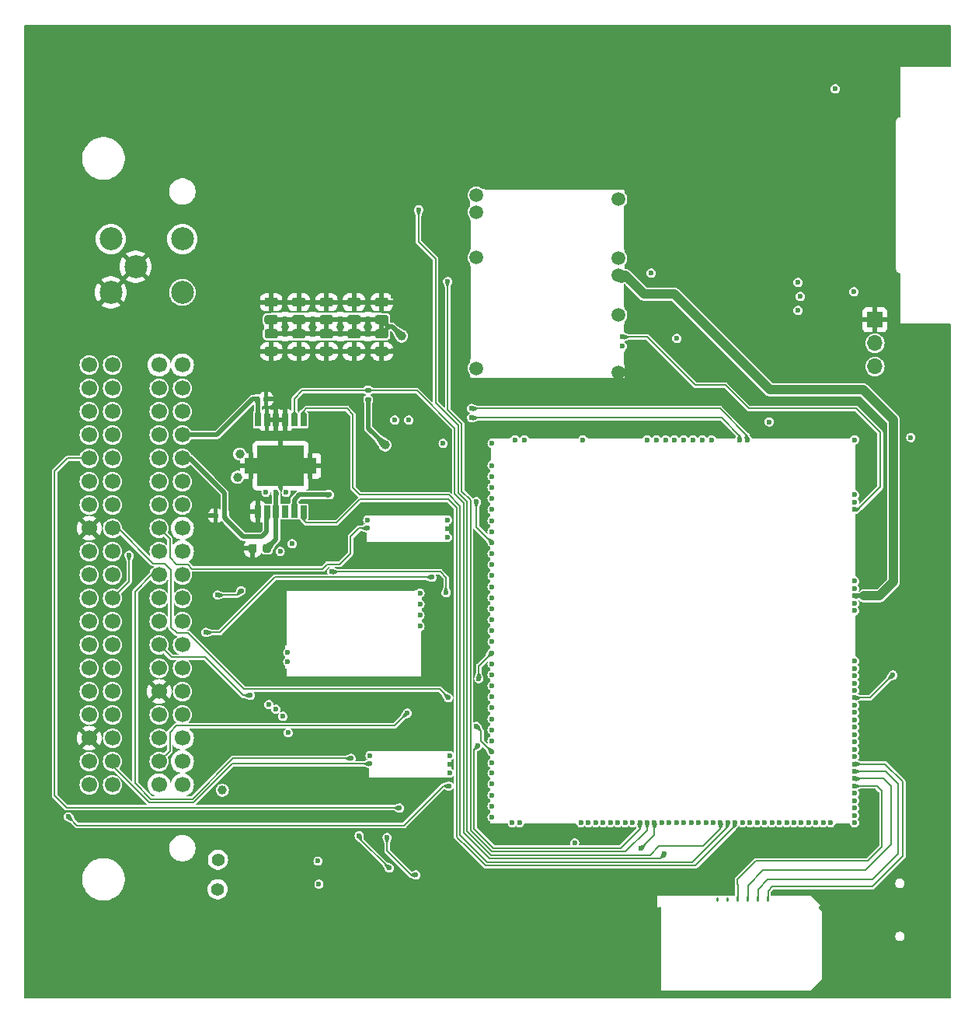
<source format=gbl>
G04 #@! TF.GenerationSoftware,KiCad,Pcbnew,8.0.7-8.0.7-0~ubuntu24.04.1*
G04 #@! TF.CreationDate,2024-12-18T22:17:01+00:00*
G04 #@! TF.ProjectId,hellenbremen,68656c6c-656e-4627-9265-6d656e2e6b69,rev?*
G04 #@! TF.SameCoordinates,Original*
G04 #@! TF.FileFunction,Copper,L4,Bot*
G04 #@! TF.FilePolarity,Positive*
%FSLAX46Y46*%
G04 Gerber Fmt 4.6, Leading zero omitted, Abs format (unit mm)*
G04 Created by KiCad (PCBNEW 8.0.7-8.0.7-0~ubuntu24.04.1) date 2024-12-18 22:17:01*
%MOMM*%
%LPD*%
G01*
G04 APERTURE LIST*
G04 #@! TA.AperFunction,ComponentPad*
%ADD10C,0.600000*%
G04 #@! TD*
G04 #@! TA.AperFunction,SMDPad,CuDef*
%ADD11O,0.200000X1.225000*%
G04 #@! TD*
G04 #@! TA.AperFunction,SMDPad,CuDef*
%ADD12O,9.300000X0.200000*%
G04 #@! TD*
G04 #@! TA.AperFunction,SMDPad,CuDef*
%ADD13R,0.250000X6.185000*%
G04 #@! TD*
G04 #@! TA.AperFunction,SMDPad,CuDef*
%ADD14R,0.250000X1.115000*%
G04 #@! TD*
G04 #@! TA.AperFunction,SMDPad,CuDef*
%ADD15R,14.275000X0.250000*%
G04 #@! TD*
G04 #@! TA.AperFunction,SMDPad,CuDef*
%ADD16R,15.100000X0.250000*%
G04 #@! TD*
G04 #@! TA.AperFunction,SMDPad,CuDef*
%ADD17R,0.250000X5.175000*%
G04 #@! TD*
G04 #@! TA.AperFunction,ComponentPad*
%ADD18C,1.500000*%
G04 #@! TD*
G04 #@! TA.AperFunction,SMDPad,CuDef*
%ADD19O,0.200000X3.300000*%
G04 #@! TD*
G04 #@! TA.AperFunction,SMDPad,CuDef*
%ADD20O,0.200000X10.200000*%
G04 #@! TD*
G04 #@! TA.AperFunction,SMDPad,CuDef*
%ADD21O,0.200000X0.300000*%
G04 #@! TD*
G04 #@! TA.AperFunction,SMDPad,CuDef*
%ADD22O,17.000000X0.200000*%
G04 #@! TD*
G04 #@! TA.AperFunction,SMDPad,CuDef*
%ADD23O,15.400000X0.200000*%
G04 #@! TD*
G04 #@! TA.AperFunction,SMDPad,CuDef*
%ADD24O,0.200000X4.800000*%
G04 #@! TD*
G04 #@! TA.AperFunction,SMDPad,CuDef*
%ADD25O,0.200000X2.600000*%
G04 #@! TD*
G04 #@! TA.AperFunction,SMDPad,CuDef*
%ADD26O,0.200000X1.000000*%
G04 #@! TD*
G04 #@! TA.AperFunction,SMDPad,CuDef*
%ADD27O,0.200000X1.500000*%
G04 #@! TD*
G04 #@! TA.AperFunction,SMDPad,CuDef*
%ADD28R,2.300000X0.200000*%
G04 #@! TD*
G04 #@! TA.AperFunction,SMDPad,CuDef*
%ADD29R,10.700000X0.200000*%
G04 #@! TD*
G04 #@! TA.AperFunction,SMDPad,CuDef*
%ADD30R,2.100000X0.200000*%
G04 #@! TD*
G04 #@! TA.AperFunction,SMDPad,CuDef*
%ADD31R,6.000000X0.200000*%
G04 #@! TD*
G04 #@! TA.AperFunction,SMDPad,CuDef*
%ADD32R,5.400000X0.200000*%
G04 #@! TD*
G04 #@! TA.AperFunction,SMDPad,CuDef*
%ADD33R,0.200000X1.400000*%
G04 #@! TD*
G04 #@! TA.AperFunction,SMDPad,CuDef*
%ADD34R,0.200000X5.000000*%
G04 #@! TD*
G04 #@! TA.AperFunction,SMDPad,CuDef*
%ADD35R,0.200000X6.800000*%
G04 #@! TD*
G04 #@! TA.AperFunction,SMDPad,CuDef*
%ADD36R,0.200000X4.500000*%
G04 #@! TD*
G04 #@! TA.AperFunction,SMDPad,CuDef*
%ADD37R,1.600000X0.200000*%
G04 #@! TD*
G04 #@! TA.AperFunction,SMDPad,CuDef*
%ADD38R,5.700000X0.200000*%
G04 #@! TD*
G04 #@! TA.AperFunction,SMDPad,CuDef*
%ADD39R,2.000000X0.200000*%
G04 #@! TD*
G04 #@! TA.AperFunction,ComponentPad*
%ADD40R,1.700000X1.700000*%
G04 #@! TD*
G04 #@! TA.AperFunction,ComponentPad*
%ADD41O,1.700000X1.700000*%
G04 #@! TD*
G04 #@! TA.AperFunction,ComponentPad*
%ADD42C,2.500000*%
G04 #@! TD*
G04 #@! TA.AperFunction,ComponentPad*
%ADD43C,1.700000*%
G04 #@! TD*
G04 #@! TA.AperFunction,SMDPad,CuDef*
%ADD44R,0.650000X1.350000*%
G04 #@! TD*
G04 #@! TA.AperFunction,SMDPad,CuDef*
%ADD45R,5.100000X4.400000*%
G04 #@! TD*
G04 #@! TA.AperFunction,SMDPad,CuDef*
%ADD46R,1.350000X1.800000*%
G04 #@! TD*
G04 #@! TA.AperFunction,ViaPad*
%ADD47C,0.600000*%
G04 #@! TD*
G04 #@! TA.AperFunction,ViaPad*
%ADD48C,1.000000*%
G04 #@! TD*
G04 #@! TA.AperFunction,ViaPad*
%ADD49C,1.400000*%
G04 #@! TD*
G04 #@! TA.AperFunction,Conductor*
%ADD50C,0.200000*%
G04 #@! TD*
G04 #@! TA.AperFunction,Conductor*
%ADD51C,0.500000*%
G04 #@! TD*
G04 #@! TA.AperFunction,Conductor*
%ADD52C,1.000000*%
G04 #@! TD*
G04 APERTURE END LIST*
D10*
G04 #@! TO.P,M5,E1,V5A*
G04 #@! TO.N,+5VA*
X46639000Y52636998D03*
D11*
G04 #@! TO.P,M5,E2,GND*
G04 #@! TO.N,GND*
X37739000Y50661998D03*
D12*
X42289000Y53236998D03*
X42289000Y50136998D03*
D10*
X46639000Y51686998D03*
G04 #@! TO.P,M5,E3,OUT_KNOCK*
G04 #@! TO.N,MCU_KNOCK_F*
X46639000Y50737000D03*
G04 #@! TO.P,M5,W1,IN_KNOCK*
G04 #@! TO.N,RAW_KNOCK_F*
X37939000Y51736998D03*
G04 #@! TO.P,M5,W2,VREF*
G04 #@! TO.N,VREF1*
X37939000Y52636998D03*
G04 #@! TD*
G04 #@! TO.P,M4,E1,HALL_EN*
G04 #@! TO.N,unconnected-(M4-HALL_EN-PadE1)*
X43647000Y42257000D03*
G04 #@! TO.P,M4,E2,NC*
G04 #@! TO.N,unconnected-(M4-NC-PadE2)*
X43647000Y41057000D03*
G04 #@! TO.P,M4,E3,OUT*
G04 #@! TO.N,IN_CRANK*
X43647000Y43457000D03*
G04 #@! TO.P,M4,E4,V5_IN*
G04 #@! TO.N,+5VA*
X43647000Y44657000D03*
D13*
G04 #@! TO.P,M4,G,GND*
G04 #@! TO.N,GND*
X28997000Y41989500D03*
D14*
X28997000Y35939500D03*
D15*
X36009500Y44957000D03*
D16*
X36422000Y35507000D03*
D17*
X43847000Y37969500D03*
D10*
G04 #@! TO.P,M4,W1,VR-/HALL*
G04 #@! TO.N,CRANK_LOW*
X29222000Y38197000D03*
G04 #@! TO.P,M4,W2,VR+*
G04 #@! TO.N,CRANK_HIGH*
X29222000Y37197000D03*
G04 #@! TD*
G04 #@! TO.P,M1,G,GND*
G04 #@! TO.N,GND*
G04 #@! TA.AperFunction,SMDPad,CuDef*
G36*
G01*
X87473563Y2709143D02*
X87473563Y9999143D01*
G75*
G02*
X87573563Y10099143I100000J0D01*
G01*
X87573563Y10099143D01*
G75*
G02*
X87673563Y9999143I0J-100000D01*
G01*
X87673563Y2709143D01*
G75*
G02*
X87573563Y2609143I-100000J0D01*
G01*
X87573563Y2609143D01*
G75*
G02*
X87473563Y2709143I0J100000D01*
G01*
G37*
G04 #@! TD.AperFunction*
G04 #@! TA.AperFunction,SMDPad,CuDef*
G36*
G01*
X87492018Y9941767D02*
X87067754Y10366031D01*
G75*
G02*
X87067754Y10507453I70711J70711D01*
G01*
X87067754Y10507453D01*
G75*
G02*
X87209176Y10507453I70711J-70711D01*
G01*
X87633440Y10083189D01*
G75*
G02*
X87633440Y9941767I-70711J-70711D01*
G01*
X87633440Y9941767D01*
G75*
G02*
X87492018Y9941767I-70711J70711D01*
G01*
G37*
G04 #@! TD.AperFunction*
G04 #@! TA.AperFunction,SMDPad,CuDef*
G36*
G01*
X86088848Y1342834D02*
X87495990Y2749976D01*
G75*
G02*
X87637412Y2749976I70711J-70711D01*
G01*
X87637412Y2749976D01*
G75*
G02*
X87637412Y2608554I-70711J-70711D01*
G01*
X86230270Y1201412D01*
G75*
G02*
X86088848Y1201412I-70711J70711D01*
G01*
X86088848Y1201412D01*
G75*
G02*
X86088848Y1342834I70711J70711D01*
G01*
G37*
G04 #@! TD.AperFunction*
G04 #@! TA.AperFunction,SMDPad,CuDef*
G36*
G01*
X86153000Y1170000D02*
X69803000Y1170000D01*
G75*
G02*
X69703000Y1270000I0J100000D01*
G01*
X69703000Y1270000D01*
G75*
G02*
X69803000Y1370000I100000J0D01*
G01*
X86153000Y1370000D01*
G75*
G02*
X86253000Y1270000I0J-100000D01*
G01*
X86253000Y1270000D01*
G75*
G02*
X86153000Y1170000I-100000J0D01*
G01*
G37*
G04 #@! TD.AperFunction*
G04 #@! TA.AperFunction,SMDPad,CuDef*
G36*
G01*
X69881079Y10449811D02*
X69881079Y1279813D01*
G75*
G02*
X69781079Y1179813I-100000J0D01*
G01*
X69781079Y1179813D01*
G75*
G02*
X69681079Y1279813I0J100000D01*
G01*
X69681079Y10449811D01*
G75*
G02*
X69781079Y10549811I100000J0D01*
G01*
X69781079Y10549811D01*
G75*
G02*
X69881079Y10449811I0J-100000D01*
G01*
G37*
G04 #@! TD.AperFunction*
G04 #@! TO.P,M1,N1,V5*
G04 #@! TO.N,unconnected-(M1-V5-PadN1)*
G04 #@! TA.AperFunction,SMDPad,CuDef*
G36*
G01*
X75948563Y11151644D02*
X75948563Y11401642D01*
G75*
G02*
X76073563Y11526642I125000J0D01*
G01*
X76073563Y11526642D01*
G75*
G02*
X76198563Y11401642I0J-125000D01*
G01*
X76198563Y11151644D01*
G75*
G02*
X76073563Y11026644I-125000J0D01*
G01*
X76073563Y11026644D01*
G75*
G02*
X75948563Y11151644I0J125000D01*
G01*
G37*
G04 #@! TD.AperFunction*
G04 #@! TO.P,M1,N2,V33*
G04 #@! TO.N,unconnected-(M1-V33-PadN2)*
G04 #@! TA.AperFunction,SMDPad,CuDef*
G36*
G01*
X77048561Y11151644D02*
X77048561Y11401642D01*
G75*
G02*
X77173561Y11526642I125000J0D01*
G01*
X77173561Y11526642D01*
G75*
G02*
X77298561Y11401642I0J-125000D01*
G01*
X77298561Y11151644D01*
G75*
G02*
X77173561Y11026644I-125000J0D01*
G01*
X77173561Y11026644D01*
G75*
G02*
X77048561Y11151644I0J125000D01*
G01*
G37*
G04 #@! TD.AperFunction*
G04 #@! TO.P,M1,N3,SWO*
G04 #@! TO.N,Net-(M1-SWO)*
G04 #@! TA.AperFunction,SMDPad,CuDef*
G36*
G01*
X78148559Y11151644D02*
X78148559Y11401642D01*
G75*
G02*
X78273559Y11526642I125000J0D01*
G01*
X78273559Y11526642D01*
G75*
G02*
X78398559Y11401642I0J-125000D01*
G01*
X78398559Y11151644D01*
G75*
G02*
X78273559Y11026644I-125000J0D01*
G01*
X78273559Y11026644D01*
G75*
G02*
X78148559Y11151644I0J125000D01*
G01*
G37*
G04 #@! TD.AperFunction*
G04 #@! TO.P,M1,N4,SWDIO*
G04 #@! TO.N,Net-(M1-SWDIO)*
G04 #@! TA.AperFunction,SMDPad,CuDef*
G36*
G01*
X79248557Y11151644D02*
X79248557Y11401642D01*
G75*
G02*
X79373557Y11526642I125000J0D01*
G01*
X79373557Y11526642D01*
G75*
G02*
X79498557Y11401642I0J-125000D01*
G01*
X79498557Y11151644D01*
G75*
G02*
X79373557Y11026644I-125000J0D01*
G01*
X79373557Y11026644D01*
G75*
G02*
X79248557Y11151644I0J125000D01*
G01*
G37*
G04 #@! TD.AperFunction*
G04 #@! TO.P,M1,N5,SWCLK*
G04 #@! TO.N,Net-(M1-SWCLK)*
G04 #@! TA.AperFunction,SMDPad,CuDef*
G36*
G01*
X80348555Y11151644D02*
X80348555Y11401642D01*
G75*
G02*
X80473555Y11526642I125000J0D01*
G01*
X80473555Y11526642D01*
G75*
G02*
X80598555Y11401642I0J-125000D01*
G01*
X80598555Y11151644D01*
G75*
G02*
X80473555Y11026644I-125000J0D01*
G01*
X80473555Y11026644D01*
G75*
G02*
X80348555Y11151644I0J125000D01*
G01*
G37*
G04 #@! TD.AperFunction*
G04 #@! TO.P,M1,N6,nReset*
G04 #@! TO.N,Net-(M1-nReset)*
G04 #@! TA.AperFunction,SMDPad,CuDef*
G36*
G01*
X81448552Y11151644D02*
X81448552Y11401642D01*
G75*
G02*
X81573552Y11526642I125000J0D01*
G01*
X81573552Y11526642D01*
G75*
G02*
X81698552Y11401642I0J-125000D01*
G01*
X81698552Y11151644D01*
G75*
G02*
X81573552Y11026644I-125000J0D01*
G01*
X81573552Y11026644D01*
G75*
G02*
X81448552Y11151644I0J125000D01*
G01*
G37*
G04 #@! TD.AperFunction*
G04 #@! TD*
D18*
G04 #@! TO.P,M2,E1,VBAT*
G04 #@! TO.N,unconnected-(M2-VBAT-PadE1)*
X65278000Y87556999D03*
G04 #@! TO.P,M2,E2,V12*
G04 #@! TO.N,+12V*
X65278000Y81157002D03*
G04 #@! TO.P,M2,E3,VIGN*
G04 #@! TO.N,VIGN*
X65278000Y79256999D03*
G04 #@! TO.P,M2,E4,V5*
G04 #@! TO.N,+5V*
X65278000Y74956999D03*
D10*
G04 #@! TO.P,M2,E5,EN_5VP*
G04 #@! TO.N,PWR_EN*
X65727999Y72557002D03*
G04 #@! TO.P,M2,E6,PG_5VP*
G04 #@! TO.N,unconnected-(M2-PG_5VP-PadE6)*
X65727999Y71557001D03*
D19*
G04 #@! TO.P,M2,S1,GND*
G04 #@! TO.N,GND*
X49128004Y83706999D03*
D20*
X49128004Y75207001D03*
D21*
X49128004Y68106999D03*
D22*
X57528002Y68056999D03*
D23*
X58328003Y88656999D03*
D18*
X65278000Y68706999D03*
D21*
X65928001Y88606999D03*
D24*
X65928001Y84407001D03*
D25*
X65928001Y77056999D03*
D26*
X65928001Y73557002D03*
D27*
X65928001Y70257001D03*
D18*
G04 #@! TO.P,M2,V1,V12_PERM*
G04 #@! TO.N,unconnected-(M2-V12_PERM-PadV1)*
X49778003Y88007001D03*
G04 #@! TO.P,M2,V2,IN_VIGN*
G04 #@! TO.N,+12V_PSP*
X49778003Y86157002D03*
G04 #@! TO.P,M2,V3,V12_RAW*
X49778003Y81206999D03*
G04 #@! TO.P,M2,V4,5VP*
G04 #@! TO.N,+5VP*
X49778003Y69157001D03*
G04 #@! TD*
D10*
G04 #@! TO.P,M3,E1,SPI2_SCK/CAN2_TX*
G04 #@! TO.N,unconnected-(M3-SPI2_SCK{slash}CAN2_TX-PadE1)*
X88394996Y19664999D03*
G04 #@! TO.P,M3,E2,SPI2_MISO*
G04 #@! TO.N,ETC_DIS*
X87594995Y19664999D03*
G04 #@! TO.P,M3,E3,SPI2_MOSI*
G04 #@! TO.N,unconnected-(M3-SPI2_MOSI-PadE3)*
X86794997Y19664999D03*
G04 #@! TO.P,M3,E4,SPI2_CS/CAN2_RX*
G04 #@! TO.N,unconnected-(M3-SPI2_CS{slash}CAN2_RX-PadE4)*
X85994996Y19664999D03*
G04 #@! TO.P,M3,E6,OUT_IO3*
G04 #@! TO.N,unconnected-(M3-OUT_IO3-PadE6)*
X85194995Y19664999D03*
G04 #@! TO.P,M3,E7,OUT_IO5*
G04 #@! TO.N,unconnected-(M3-OUT_IO5-PadE7)*
X84394997Y19665002D03*
G04 #@! TO.P,M3,E8,OUT_IO1*
G04 #@! TO.N,unconnected-(M3-OUT_IO1-PadE8)*
X83594996Y19665002D03*
G04 #@! TO.P,M3,E9,OUT_IO6*
G04 #@! TO.N,unconnected-(M3-OUT_IO6-PadE9)*
X82794992Y19664999D03*
G04 #@! TO.P,M3,E10,OUT_IO10*
G04 #@! TO.N,unconnected-(M3-OUT_IO10-PadE10)*
X81994996Y19664999D03*
G04 #@! TO.P,M3,E11,OUT_IO9*
G04 #@! TO.N,unconnected-(M3-OUT_IO9-PadE11)*
X81194996Y19664999D03*
G04 #@! TO.P,M3,E12,OUT_IO2*
G04 #@! TO.N,unconnected-(M3-OUT_IO2-PadE12)*
X80394995Y19664999D03*
G04 #@! TO.P,M3,E13,OUT_IO12*
G04 #@! TO.N,unconnected-(M3-OUT_IO12-PadE13)*
X79594996Y19665002D03*
G04 #@! TO.P,M3,E14,OUT_PWM5*
G04 #@! TO.N,MCU_CCFC*
X78794995Y19665002D03*
G04 #@! TO.P,M3,E15,OUT_PWM4*
G04 #@! TO.N,ETC_DIR*
X77994994Y19665002D03*
G04 #@! TO.P,M3,E16,OUT_PWM3*
G04 #@! TO.N,ETC_PWM*
X77194996Y19664999D03*
G04 #@! TO.P,M3,E17,OUT_PWM2*
G04 #@! TO.N,MCU_CFC*
X76394995Y19664999D03*
G04 #@! TO.P,M3,E18,OUT_INJ2*
G04 #@! TO.N,MCU_INJ2*
X75594997Y19664999D03*
G04 #@! TO.P,M3,E19,OUT_INJ1*
G04 #@! TO.N,MCU_INJ1*
X74794996Y19665002D03*
G04 #@! TO.P,M3,E20,OUT_IO13*
G04 #@! TO.N,unconnected-(M3-OUT_IO13-PadE20)*
X73994995Y19665002D03*
G04 #@! TO.P,M3,E21,OUT_IO4*
G04 #@! TO.N,unconnected-(M3-OUT_IO4-PadE21)*
X73194996Y19664999D03*
G04 #@! TO.P,M3,E22,OUT_IO8*
G04 #@! TO.N,unconnected-(M3-OUT_IO8-PadE22)*
X72394995Y19664999D03*
G04 #@! TO.P,M3,E23,OUT_IO7*
G04 #@! TO.N,unconnected-(M3-OUT_IO7-PadE23)*
X71594994Y19664999D03*
G04 #@! TO.P,M3,E24,OUT_IO11*
G04 #@! TO.N,unconnected-(M3-OUT_IO11-PadE24)*
X70794996Y19664999D03*
G04 #@! TO.P,M3,E25,OUT_PWM7*
G04 #@! TO.N,MCU_FHO2H*
X69994995Y19664999D03*
G04 #@! TO.P,M3,E26,OUT_PWM6*
G04 #@! TO.N,MCU_PCHO2SHTR*
X69194997Y19664999D03*
G04 #@! TO.P,M3,E27,OUT_PWM1*
G04 #@! TO.N,MCU_CPC*
X68394996Y19664999D03*
G04 #@! TO.P,M3,E28,OUT_PWM8*
G04 #@! TO.N,MCU_RHO2H*
X67594995Y19664999D03*
G04 #@! TO.P,M3,E29,OUT_INJ3*
G04 #@! TO.N,unconnected-(M3-OUT_INJ3-PadE29)*
X66794996Y19664999D03*
G04 #@! TO.P,M3,E30,OUT_INJ4*
G04 #@! TO.N,unconnected-(M3-OUT_INJ4-PadE30)*
X65994995Y19664999D03*
G04 #@! TO.P,M3,E31,OUT_INJ5*
G04 #@! TO.N,MCU_PRGSEL*
X65194997Y19665002D03*
G04 #@! TO.P,M3,E32,OUT_INJ6*
G04 #@! TO.N,MCU_FIVVTC*
X64394994Y19664999D03*
G04 #@! TO.P,M3,E33,OUT_INJ7*
G04 #@! TO.N,MCU_ACR1*
X63594995Y19664999D03*
G04 #@! TO.P,M3,E34,OUT_INJ8*
G04 #@! TO.N,MCU_ACR2*
X62794997Y19664999D03*
G04 #@! TO.P,M3,E35,IO6*
G04 #@! TO.N,unconnected-(M3-IO6-PadE35)*
X61994996Y19664999D03*
G04 #@! TO.P,M3,E36,IO7*
G04 #@! TO.N,unconnected-(M3-IO7-PadE36)*
X61194995Y19664999D03*
G04 #@! TO.P,M3,E38,V5A_SWITCHABLE*
G04 #@! TO.N,+5VA*
X54495001Y19665002D03*
G04 #@! TO.P,M3,E39,GNDA*
G04 #@! TO.N,unconnected-(M3-GNDA-PadE39)*
X53695000Y19664999D03*
D28*
G04 #@! TO.P,M3,G,GND*
G04 #@! TO.N,GND*
X52345000Y61565004D03*
D29*
X85144998Y61565002D03*
D30*
X76944999Y61565002D03*
D31*
X64895000Y61565002D03*
D32*
X58195003Y61565002D03*
D33*
X51294997Y59764995D03*
D34*
X91194998Y58365000D03*
D35*
X91194998Y49864997D03*
D36*
X91194998Y40014994D03*
D37*
X89694999Y19464999D03*
D38*
X57844996Y19464999D03*
D39*
X52195003Y19464999D03*
D10*
G04 #@! TO.P,M3,N1,USBID*
G04 #@! TO.N,unconnected-(M3-USBID-PadN1)*
X90994999Y19664999D03*
G04 #@! TO.P,M3,N2,USBM*
G04 #@! TO.N,Net-(M3-USBM)*
X90995001Y20464997D03*
G04 #@! TO.P,M3,N3,USBP*
G04 #@! TO.N,Net-(M3-USBP)*
X90995001Y21264998D03*
G04 #@! TO.P,M3,N4,VBUS*
G04 #@! TO.N,Net-(M3-VBUS)*
X90994999Y22064997D03*
G04 #@! TO.P,M3,N5,BOOT0*
G04 #@! TO.N,unconnected-(M3-BOOT0-PadN5)*
X90994999Y22864998D03*
G04 #@! TO.P,M3,N6,SWO*
G04 #@! TO.N,Net-(M1-SWO)*
X90994999Y23664999D03*
G04 #@! TO.P,M3,N7,SWDIO*
G04 #@! TO.N,Net-(M1-SWDIO)*
X90994999Y24464997D03*
G04 #@! TO.P,M3,N8,SWCLK*
G04 #@! TO.N,Net-(M1-SWCLK)*
X90995001Y25264998D03*
G04 #@! TO.P,M3,N9,nReset*
G04 #@! TO.N,Net-(M1-nReset)*
X90994999Y26064996D03*
G04 #@! TO.P,M3,N10,SPI3_CS*
G04 #@! TO.N,unconnected-(M3-SPI3_CS-PadN10)*
X90994999Y26864997D03*
G04 #@! TO.P,M3,N11,SPI3_SCK*
G04 #@! TO.N,unconnected-(M3-SPI3_SCK-PadN11)*
X90994999Y27664998D03*
G04 #@! TO.P,M3,N12,SPI3_MISO*
G04 #@! TO.N,unconnected-(M3-SPI3_MISO-PadN12)*
X90994999Y28464999D03*
G04 #@! TO.P,M3,N13,SPI3_MOSI*
G04 #@! TO.N,unconnected-(M3-SPI3_MOSI-PadN13)*
X90994999Y29264998D03*
G04 #@! TO.P,M3,N14,I2C_SCL*
G04 #@! TO.N,unconnected-(M3-I2C_SCL-PadN14)*
X90994999Y30064999D03*
G04 #@! TO.P,M3,N15,I2C_SDA*
G04 #@! TO.N,unconnected-(M3-I2C_SDA-PadN15)*
X90995001Y30865000D03*
G04 #@! TO.P,M3,N16,IO1*
G04 #@! TO.N,unconnected-(M3-IO1-PadN16)*
X90995001Y31665000D03*
G04 #@! TO.P,M3,N17,UART2_TX*
G04 #@! TO.N,UART_BT_TX*
X90994999Y32464999D03*
G04 #@! TO.P,M3,N18,UART2_RX*
G04 #@! TO.N,UART_BT_RX*
X90994999Y33265000D03*
G04 #@! TO.P,M3,N19,IO2*
G04 #@! TO.N,unconnected-(M3-IO2-PadN19)*
X90994999Y34064998D03*
G04 #@! TO.P,M3,N20,IO4*
G04 #@! TO.N,unconnected-(M3-IO4-PadN20)*
X90994999Y34864999D03*
G04 #@! TO.P,M3,N21,IO3*
G04 #@! TO.N,unconnected-(M3-IO3-PadN21)*
X90995001Y35664998D03*
G04 #@! TO.P,M3,N22,V33*
G04 #@! TO.N,unconnected-(M3-V33-PadN22)*
X90994999Y36464999D03*
G04 #@! TO.P,M3,N23,IO5*
G04 #@! TO.N,unconnected-(M3-IO5-PadN23)*
X90994999Y37264999D03*
G04 #@! TO.P,M3,N24,UART8_RX*
G04 #@! TO.N,unconnected-(M3-UART8_RX-PadN24)*
X90994999Y42764999D03*
G04 #@! TO.P,M3,N25,UART8_TX*
G04 #@! TO.N,unconnected-(M3-UART8_TX-PadN25)*
X90994999Y43565000D03*
G04 #@! TO.P,M3,N26,IN_VIGN*
G04 #@! TO.N,VIGN*
X90994999Y44364998D03*
G04 #@! TO.P,M3,N27,VBAT*
G04 #@! TO.N,unconnected-(M3-VBAT-PadN27)*
X90994999Y45164996D03*
G04 #@! TO.P,M3,N28,V33_SWITCHABLE*
G04 #@! TO.N,+3V3SW*
X90994999Y45964995D03*
G04 #@! TO.P,M3,N29,OUT_PWR_EN*
G04 #@! TO.N,PWR_EN*
X90994999Y53764999D03*
G04 #@! TO.P,M3,N30,V5A_SWITCHABLE*
G04 #@! TO.N,unconnected-(M3-V5A_SWITCHABLE-PadN30)*
X90994999Y54564998D03*
G04 #@! TO.P,M3,N31,VCC*
G04 #@! TO.N,+5V*
X90994999Y55364996D03*
G04 #@! TO.P,M3,N32,V33*
G04 #@! TO.N,+3V3*
X90994999Y61365000D03*
G04 #@! TO.P,M3,S1,IN_D4*
G04 #@! TO.N,unconnected-(M3-IN_D4-PadS1)*
X51494994Y20265000D03*
G04 #@! TO.P,M3,S2,IN_D3*
G04 #@! TO.N,unconnected-(M3-IN_D3-PadS2)*
X51494996Y21465001D03*
G04 #@! TO.P,M3,S3,IN_D2*
G04 #@! TO.N,IN_CAM_HALL*
X51494996Y22664998D03*
G04 #@! TO.P,M3,S4,IN_D1*
G04 #@! TO.N,IN_JSS*
X51494994Y23864998D03*
G04 #@! TO.P,M3,S5,VREF2*
G04 #@! TO.N,VREF2*
X51494996Y25064998D03*
G04 #@! TO.P,M3,S6,IN_SENS4*
G04 #@! TO.N,GEAR_POS_SENS*
X51494996Y26164986D03*
G04 #@! TO.P,M3,S7,IN_SENS3*
G04 #@! TO.N,FLS*
X51494996Y27364986D03*
G04 #@! TO.P,M3,S8,IN_SENS2*
G04 #@! TO.N,ETS*
X51494994Y28564984D03*
G04 #@! TO.P,M3,S9,IN_SENS1*
G04 #@! TO.N,MCU_KNOCK_R*
X51494996Y29764984D03*
G04 #@! TO.P,M3,S10,IN_AUX4*
G04 #@! TO.N,unconnected-(M3-IN_AUX4-PadS10)*
X51494996Y30964987D03*
G04 #@! TO.P,M3,S11,IN_AUX3*
G04 #@! TO.N,H2OSPC*
X51494994Y32164989D03*
G04 #@! TO.P,M3,S12,IN_AUX2*
G04 #@! TO.N,unconnected-(M3-IN_AUX2-PadS12)*
X51494996Y33364987D03*
G04 #@! TO.P,M3,S13,IN_AUX1*
G04 #@! TO.N,unconnected-(M3-IN_AUX1-PadS13)*
X51494996Y34564985D03*
G04 #@! TO.P,M3,S14,IN_RES2*
G04 #@! TO.N,unconnected-(M3-IN_RES2-PadS14)*
X51494996Y35764992D03*
G04 #@! TO.P,M3,S15,IN_O2S2*
G04 #@! TO.N,H2OS2*
X51494996Y36964992D03*
G04 #@! TO.P,M3,S16,IN_O2S*
G04 #@! TO.N,H2OS1*
X51494996Y38164990D03*
G04 #@! TO.P,M3,S17,IN_RES1*
G04 #@! TO.N,unconnected-(M3-IN_RES1-PadS17)*
X51494996Y39364990D03*
G04 #@! TO.P,M3,S18,IN_RES3*
G04 #@! TO.N,unconnected-(M3-IN_RES3-PadS18)*
X51494996Y40564995D03*
G04 #@! TO.P,M3,S19,IN_MAP3*
G04 #@! TO.N,unconnected-(M3-IN_MAP3-PadS19)*
X51494996Y41764996D03*
G04 #@! TO.P,M3,S20,IN_MAP2*
G04 #@! TO.N,unconnected-(M3-IN_MAP2-PadS20)*
X51494994Y42964993D03*
G04 #@! TO.P,M3,S21,IN_MAP1*
G04 #@! TO.N,IN_MAP*
X51494996Y44164993D03*
G04 #@! TO.P,M3,S22,IN_CRANK*
G04 #@! TO.N,IN_CRANK*
X51494994Y45364996D03*
G04 #@! TO.P,M3,S23,IN_KNOCK*
G04 #@! TO.N,MCU_KNOCK_F*
X51494996Y46564996D03*
G04 #@! TO.P,M3,S24,IN_CAM*
G04 #@! TO.N,unconnected-(M3-IN_CAM-PadS24)*
X51494996Y47764991D03*
G04 #@! TO.P,M3,S25,IN_VSS*
G04 #@! TO.N,unconnected-(M3-IN_VSS-PadS25)*
X51494994Y48964994D03*
G04 #@! TO.P,M3,S26,IN_IAT*
G04 #@! TO.N,IN_IAT*
X51494996Y50164999D03*
G04 #@! TO.P,M3,S27,IN_AT1*
G04 #@! TO.N,IN_AAT*
X51494994Y51364999D03*
G04 #@! TO.P,M3,S28,IN_CLT*
G04 #@! TO.N,IN_CLT*
X51494996Y52564997D03*
G04 #@! TO.P,M3,S29,IN_AT2*
G04 #@! TO.N,unconnected-(M3-IN_AT2-PadS29)*
X51494996Y53764997D03*
G04 #@! TO.P,M3,S30,IN_TPS*
G04 #@! TO.N,IN_TPS*
X51494996Y54965002D03*
G04 #@! TO.P,M3,S31,IN_PPS*
G04 #@! TO.N,IN_PPS*
X51494996Y56165002D03*
G04 #@! TO.P,M3,S32,IN_TPS2*
G04 #@! TO.N,IN_TPS2*
X51494996Y57365000D03*
G04 #@! TO.P,M3,S33,IN_PPS2*
G04 #@! TO.N,IN_PPS2*
X51494996Y58565000D03*
G04 #@! TO.P,M3,S35,VREF1*
G04 #@! TO.N,VREF1*
X51494996Y60965000D03*
G04 #@! TO.P,M3,W1,GNDA*
G04 #@! TO.N,GNDA*
X53994999Y61365002D03*
G04 #@! TO.P,M3,W2,V5A_SWITCHABLE*
G04 #@! TO.N,+5VA*
X54995000Y61365002D03*
G04 #@! TO.P,M3,W3,V33_REF*
G04 #@! TO.N,unconnected-(M3-V33_REF-PadW3)*
X61395002Y61365000D03*
G04 #@! TO.P,M3,W4,IGN8*
G04 #@! TO.N,unconnected-(M3-IGN8-PadW4)*
X68394998Y61365000D03*
G04 #@! TO.P,M3,W5,IGN7*
G04 #@! TO.N,unconnected-(M3-IGN7-PadW5)*
X69394999Y61365000D03*
G04 #@! TO.P,M3,W6,IGN6*
G04 #@! TO.N,unconnected-(M3-IGN6-PadW6)*
X70394997Y61365000D03*
G04 #@! TO.P,M3,W7,IGN5*
G04 #@! TO.N,unconnected-(M3-IGN5-PadW7)*
X71394997Y61365000D03*
G04 #@! TO.P,M3,W8,IGN4*
G04 #@! TO.N,unconnected-(M3-IGN4-PadW8)*
X72394998Y61365000D03*
G04 #@! TO.P,M3,W9,IGN3*
G04 #@! TO.N,unconnected-(M3-IGN3-PadW9)*
X73394996Y61365000D03*
G04 #@! TO.P,M3,W10,IGN2*
G04 #@! TO.N,MCUIGN_1*
X74394996Y61365000D03*
G04 #@! TO.P,M3,W11,IGN1*
G04 #@! TO.N,MCUIGN_2*
X75394994Y61365000D03*
G04 #@! TO.P,M3,W12,CANH*
G04 #@! TO.N,CAN_H*
X78494998Y61365000D03*
G04 #@! TO.P,M3,W13,CANL*
G04 #@! TO.N,CAN_L*
X79294999Y61365000D03*
G04 #@! TD*
D40*
G04 #@! TO.P,J2,1,Pin_1*
G04 #@! TO.N,GND*
X93218000Y74422000D03*
D41*
G04 #@! TO.P,J2,2,Pin_2*
G04 #@! TO.N,DEBUG_RX*
X93218000Y71882000D03*
G04 #@! TO.P,J2,3,Pin_3*
G04 #@! TO.N,DEBUG_TX*
X93218000Y69342000D03*
G04 #@! TD*
D42*
G04 #@! TO.P,J1,1,CFC*
G04 #@! TO.N,CFC*
X9950000Y83220000D03*
G04 #@! TO.P,J1,2,GND*
G04 #@! TO.N,GND*
X9950000Y77410000D03*
G04 #@! TO.P,J1,3,GND*
X12650000Y80220000D03*
G04 #@! TO.P,J1,4,CPC*
G04 #@! TO.N,CPC*
X17750000Y83220000D03*
G04 #@! TO.P,J1,5,PSP1*
G04 #@! TO.N,+12V_PSP*
X17750000Y77410000D03*
D43*
G04 #@! TO.P,J1,6,FFI*
G04 #@! TO.N,INJ_1*
X17750000Y23790000D03*
G04 #@! TO.P,J1,7,RFI*
G04 #@! TO.N,INJ_2*
X17750000Y26330000D03*
G04 #@! TO.P,J1,8,RACRE*
G04 #@! TO.N,ACR_2*
X17750000Y28870000D03*
G04 #@! TO.P,J1,9,9*
G04 #@! TO.N,unconnected-(J1-Pad9)*
X17750000Y31410000D03*
G04 #@! TO.P,J1,10,10*
G04 #@! TO.N,unconnected-(J1-Pad10)*
X17750000Y33950000D03*
G04 #@! TO.P,J1,11,CKPSL*
G04 #@! TO.N,CRANK_LOW*
X17750000Y36490000D03*
G04 #@! TO.P,J1,12,12*
G04 #@! TO.N,unconnected-(J1-Pad12)*
X17750000Y39030000D03*
G04 #@! TO.P,J1,13,13*
G04 #@! TO.N,unconnected-(J1-Pad13)*
X17750000Y41570000D03*
G04 #@! TO.P,J1,14,FHO2HG*
G04 #@! TO.N,FHO2H*
X17750000Y44110000D03*
G04 #@! TO.P,J1,15,15*
G04 #@! TO.N,unconnected-(J1-Pad15)*
X17750000Y46650000D03*
G04 #@! TO.P,J1,16,PRGSEL*
G04 #@! TO.N,PRGSEL*
X17750000Y49190000D03*
G04 #@! TO.P,J1,17,FIVVTC*
G04 #@! TO.N,FIVVTC*
X17750000Y51730000D03*
G04 #@! TO.P,J1,18,18*
G04 #@! TO.N,unconnected-(J1-Pad18)*
X17750000Y54270000D03*
G04 #@! TO.P,J1,19,19*
G04 #@! TO.N,unconnected-(J1-Pad19)*
X17750000Y56810000D03*
G04 #@! TO.P,J1,20,ETCL*
G04 #@! TO.N,ETC_OUT_M*
X17750000Y59350000D03*
G04 #@! TO.P,J1,21,ETCH*
G04 #@! TO.N,ETC_OUT_P*
X17750000Y61890000D03*
G04 #@! TO.P,J1,22,22*
G04 #@! TO.N,unconnected-(J1-Pad22)*
X17750000Y64430000D03*
G04 #@! TO.P,J1,23,RHO2HG*
G04 #@! TO.N,RHO2H*
X17750000Y66970000D03*
G04 #@! TO.P,J1,24,FIC*
G04 #@! TO.N,IGN_1*
X17750000Y69510000D03*
G04 #@! TO.P,J1,25,FACRE*
G04 #@! TO.N,ACR_1*
X15210000Y23790000D03*
G04 #@! TO.P,J1,26,PCHO2SB1*
G04 #@! TO.N,H2OSPC*
X15210000Y26330000D03*
G04 #@! TO.P,J1,27,TPS2*
G04 #@! TO.N,IN_TPS2*
X15210000Y28870000D03*
G04 #@! TO.P,J1,28,PSP2*
G04 #@! TO.N,unconnected-(J1-PSP2-Pad28)*
X15210000Y31410000D03*
G04 #@! TO.P,J1,29,5VSNSGND1*
G04 #@! TO.N,GND*
X15210000Y33950000D03*
G04 #@! TO.P,J1,30,CKPSH*
G04 #@! TO.N,CRANK_HIGH*
X15210000Y36490000D03*
G04 #@! TO.P,J1,31,FLS*
G04 #@! TO.N,FLS*
X15210000Y39030000D03*
G04 #@! TO.P,J1,32,OPS*
G04 #@! TO.N,unconnected-(J1-OPS-Pad32)*
X15210000Y41570000D03*
G04 #@! TO.P,J1,33,33*
G04 #@! TO.N,unconnected-(J1-Pad33)*
X15210000Y44110000D03*
G04 #@! TO.P,J1,34,JSS*
G04 #@! TO.N,IN_JSS*
X15210000Y46650000D03*
G04 #@! TO.P,J1,35,35*
G04 #@! TO.N,unconnected-(J1-Pad35)*
X15210000Y49190000D03*
G04 #@! TO.P,J1,36,FKSH*
G04 #@! TO.N,RAW_KNOCK_F*
X15210000Y51730000D03*
G04 #@! TO.P,J1,37,FKSL*
G04 #@! TO.N,unconnected-(J1-FKSL-Pad37)*
X15210000Y54270000D03*
G04 #@! TO.P,J1,38,CANL1*
G04 #@! TO.N,CAN_L*
X15210000Y56810000D03*
G04 #@! TO.P,J1,39,CANH1*
G04 #@! TO.N,CAN_H*
X15210000Y59350000D03*
G04 #@! TO.P,J1,40,40*
G04 #@! TO.N,unconnected-(J1-Pad40)*
X15210000Y61890000D03*
G04 #@! TO.P,J1,41,TGS1*
G04 #@! TO.N,IN_PPS*
X15210000Y64430000D03*
G04 #@! TO.P,J1,42,TGS2*
G04 #@! TO.N,IN_PPS2*
X15210000Y66970000D03*
G04 #@! TO.P,J1,43,RIC*
G04 #@! TO.N,IGN_2*
X15210000Y69510000D03*
G04 #@! TO.P,J1,44,CFFC*
G04 #@! TO.N,CCFC*
X10130000Y23790000D03*
G04 #@! TO.P,J1,45,RKSH*
G04 #@! TO.N,RAW_KNOCK_R*
X10130000Y26330000D03*
G04 #@! TO.P,J1,46,RKSL*
G04 #@! TO.N,unconnected-(J1-RKSL-Pad46)*
X10130000Y28870000D03*
G04 #@! TO.P,J1,47,FHO2SB1*
G04 #@! TO.N,H2OS1*
X10130000Y31410000D03*
G04 #@! TO.P,J1,48,RHO2SB2*
G04 #@! TO.N,H2OS2*
X10130000Y33950000D03*
G04 #@! TO.P,J1,49,CLT*
G04 #@! TO.N,IN_CLT*
X10130000Y36490000D03*
G04 #@! TO.P,J1,50,50*
G04 #@! TO.N,unconnected-(J1-Pad50)*
X10130000Y39030000D03*
G04 #@! TO.P,J1,51,51*
G04 #@! TO.N,unconnected-(J1-Pad51)*
X10130000Y41570000D03*
G04 #@! TO.P,J1,52,TPS1*
G04 #@! TO.N,IN_TPS*
X10130000Y44110000D03*
G04 #@! TO.P,J1,53,MAP*
G04 #@! TO.N,IN_MAP*
X10130000Y46650000D03*
G04 #@! TO.P,J1,54,54*
G04 #@! TO.N,unconnected-(J1-Pad54)*
X10130000Y49190000D03*
G04 #@! TO.P,J1,55,ETS*
G04 #@! TO.N,ETS*
X10130000Y51730000D03*
G04 #@! TO.P,J1,56,56*
G04 #@! TO.N,unconnected-(J1-Pad56)*
X10130000Y54270000D03*
G04 #@! TO.P,J1,57,57*
G04 #@! TO.N,unconnected-(J1-Pad57)*
X10130000Y56810000D03*
G04 #@! TO.P,J1,58,58*
G04 #@! TO.N,unconnected-(J1-Pad58)*
X10130000Y59350000D03*
G04 #@! TO.P,J1,59,59*
G04 #@! TO.N,unconnected-(J1-Pad59)*
X10130000Y61890000D03*
G04 #@! TO.P,J1,60,60*
G04 #@! TO.N,unconnected-(J1-Pad60)*
X10130000Y64430000D03*
G04 #@! TO.P,J1,61,61*
G04 #@! TO.N,unconnected-(J1-Pad61)*
X10130000Y66970000D03*
G04 #@! TO.P,J1,62,62*
G04 #@! TO.N,unconnected-(J1-Pad62)*
X10130000Y69510000D03*
G04 #@! TO.P,J1,63,63*
G04 #@! TO.N,unconnected-(J1-Pad63)*
X7590000Y23790000D03*
G04 #@! TO.P,J1,64,64*
G04 #@! TO.N,unconnected-(J1-Pad64)*
X7590000Y26330000D03*
G04 #@! TO.P,J1,65,PCH2OSG*
G04 #@! TO.N,GND*
X7590000Y28870000D03*
G04 #@! TO.P,J1,66,66*
G04 #@! TO.N,unconnected-(J1-Pad66)*
X7590000Y31410000D03*
G04 #@! TO.P,J1,67,BATFU*
G04 #@! TO.N,unconnected-(J1-BATFU-Pad67)*
X7590000Y33950000D03*
G04 #@! TO.P,J1,68,68*
G04 #@! TO.N,unconnected-(J1-Pad68)*
X7590000Y36490000D03*
G04 #@! TO.P,J1,69,69*
G04 #@! TO.N,unconnected-(J1-Pad69)*
X7590000Y39030000D03*
G04 #@! TO.P,J1,70,5VPS1*
G04 #@! TO.N,+5VP*
X7590000Y41570000D03*
G04 #@! TO.P,J1,71,AAT*
G04 #@! TO.N,IN_AAT*
X7590000Y44110000D03*
G04 #@! TO.P,J1,72,IAT*
G04 #@! TO.N,IN_IAT*
X7590000Y46650000D03*
G04 #@! TO.P,J1,73,73*
G04 #@! TO.N,unconnected-(J1-Pad73)*
X7590000Y49190000D03*
G04 #@! TO.P,J1,74,5VSNSGND2*
G04 #@! TO.N,GND*
X7590000Y51730000D03*
G04 #@! TO.P,J1,75,75*
G04 #@! TO.N,unconnected-(J1-Pad75)*
X7590000Y54270000D03*
G04 #@! TO.P,J1,76,76*
G04 #@! TO.N,unconnected-(J1-Pad76)*
X7590000Y56810000D03*
G04 #@! TO.P,J1,77,FICMPSNS*
G04 #@! TO.N,IN_CAM_HALL*
X7590000Y59350000D03*
G04 #@! TO.P,J1,78,GEARSENS*
G04 #@! TO.N,GEAR_POS_SENS*
X7590000Y61890000D03*
G04 #@! TO.P,J1,79,79*
G04 #@! TO.N,unconnected-(J1-Pad79)*
X7590000Y64430000D03*
G04 #@! TO.P,J1,80,PCHO2SHTR*
G04 #@! TO.N,PCHO2SHTR*
X7590000Y66970000D03*
G04 #@! TO.P,J1,81,81*
G04 #@! TO.N,unconnected-(J1-Pad81)*
X7590000Y69510000D03*
G04 #@! TD*
D10*
G04 #@! TO.P,M6,E1,V5A*
G04 #@! TO.N,+5VA*
X46893000Y26982998D03*
D11*
G04 #@! TO.P,M6,E2,GND*
G04 #@! TO.N,GND*
X37993000Y25007998D03*
D12*
X42543000Y27582998D03*
X42543000Y24482998D03*
D10*
X46893000Y26032998D03*
G04 #@! TO.P,M6,E3,OUT_KNOCK*
G04 #@! TO.N,MCU_KNOCK_R*
X46893000Y25083000D03*
G04 #@! TO.P,M6,W1,IN_KNOCK*
G04 #@! TO.N,RAW_KNOCK_R*
X38193000Y26082998D03*
G04 #@! TO.P,M6,W2,VREF*
G04 #@! TO.N,VREF2*
X38193000Y26982998D03*
G04 #@! TD*
G04 #@! TO.P,C7,1*
G04 #@! TO.N,GND*
G04 #@! TA.AperFunction,SMDPad,CuDef*
G36*
G01*
X39945000Y70500000D02*
X38995000Y70500000D01*
G75*
G02*
X38745000Y70750000I0J250000D01*
G01*
X38745000Y71250000D01*
G75*
G02*
X38995000Y71500000I250000J0D01*
G01*
X39945000Y71500000D01*
G75*
G02*
X40195000Y71250000I0J-250000D01*
G01*
X40195000Y70750000D01*
G75*
G02*
X39945000Y70500000I-250000J0D01*
G01*
G37*
G04 #@! TD.AperFunction*
G04 #@! TO.P,C7,2*
G04 #@! TO.N,+12V*
G04 #@! TA.AperFunction,SMDPad,CuDef*
G36*
G01*
X39945000Y72400000D02*
X38995000Y72400000D01*
G75*
G02*
X38745000Y72650000I0J250000D01*
G01*
X38745000Y73150000D01*
G75*
G02*
X38995000Y73400000I250000J0D01*
G01*
X39945000Y73400000D01*
G75*
G02*
X40195000Y73150000I0J-250000D01*
G01*
X40195000Y72650000D01*
G75*
G02*
X39945000Y72400000I-250000J0D01*
G01*
G37*
G04 #@! TD.AperFunction*
G04 #@! TD*
G04 #@! TO.P,C12,1*
G04 #@! TO.N,GND*
G04 #@! TA.AperFunction,SMDPad,CuDef*
G36*
G01*
X27905000Y70500000D02*
X26955000Y70500000D01*
G75*
G02*
X26705000Y70750000I0J250000D01*
G01*
X26705000Y71250000D01*
G75*
G02*
X26955000Y71500000I250000J0D01*
G01*
X27905000Y71500000D01*
G75*
G02*
X28155000Y71250000I0J-250000D01*
G01*
X28155000Y70750000D01*
G75*
G02*
X27905000Y70500000I-250000J0D01*
G01*
G37*
G04 #@! TD.AperFunction*
G04 #@! TO.P,C12,2*
G04 #@! TO.N,+12V*
G04 #@! TA.AperFunction,SMDPad,CuDef*
G36*
G01*
X27905000Y72400000D02*
X26955000Y72400000D01*
G75*
G02*
X26705000Y72650000I0J250000D01*
G01*
X26705000Y73150000D01*
G75*
G02*
X26955000Y73400000I250000J0D01*
G01*
X27905000Y73400000D01*
G75*
G02*
X28155000Y73150000I0J-250000D01*
G01*
X28155000Y72650000D01*
G75*
G02*
X27905000Y72400000I-250000J0D01*
G01*
G37*
G04 #@! TD.AperFunction*
G04 #@! TD*
G04 #@! TO.P,C15,1*
G04 #@! TO.N,GND*
G04 #@! TA.AperFunction,SMDPad,CuDef*
G36*
G01*
X32965000Y76850000D02*
X33915000Y76850000D01*
G75*
G02*
X34165000Y76600000I0J-250000D01*
G01*
X34165000Y76100000D01*
G75*
G02*
X33915000Y75850000I-250000J0D01*
G01*
X32965000Y75850000D01*
G75*
G02*
X32715000Y76100000I0J250000D01*
G01*
X32715000Y76600000D01*
G75*
G02*
X32965000Y76850000I250000J0D01*
G01*
G37*
G04 #@! TD.AperFunction*
G04 #@! TO.P,C15,2*
G04 #@! TO.N,+12V*
G04 #@! TA.AperFunction,SMDPad,CuDef*
G36*
G01*
X32965000Y74950000D02*
X33915000Y74950000D01*
G75*
G02*
X34165000Y74700000I0J-250000D01*
G01*
X34165000Y74200000D01*
G75*
G02*
X33915000Y73950000I-250000J0D01*
G01*
X32965000Y73950000D01*
G75*
G02*
X32715000Y74200000I0J250000D01*
G01*
X32715000Y74700000D01*
G75*
G02*
X32965000Y74950000I250000J0D01*
G01*
G37*
G04 #@! TD.AperFunction*
G04 #@! TD*
G04 #@! TO.P,C6,1*
G04 #@! TO.N,ETC_OUT_M*
G04 #@! TA.AperFunction,SMDPad,CuDef*
G36*
G01*
X22604000Y53256000D02*
X22604000Y52916000D01*
G75*
G02*
X22464000Y52776000I-140000J0D01*
G01*
X22184000Y52776000D01*
G75*
G02*
X22044000Y52916000I0J140000D01*
G01*
X22044000Y53256000D01*
G75*
G02*
X22184000Y53396000I140000J0D01*
G01*
X22464000Y53396000D01*
G75*
G02*
X22604000Y53256000I0J-140000D01*
G01*
G37*
G04 #@! TD.AperFunction*
G04 #@! TO.P,C6,2*
G04 #@! TO.N,GND*
G04 #@! TA.AperFunction,SMDPad,CuDef*
G36*
G01*
X21644000Y53256000D02*
X21644000Y52916000D01*
G75*
G02*
X21504000Y52776000I-140000J0D01*
G01*
X21224000Y52776000D01*
G75*
G02*
X21084000Y52916000I0J140000D01*
G01*
X21084000Y53256000D01*
G75*
G02*
X21224000Y53396000I140000J0D01*
G01*
X21504000Y53396000D01*
G75*
G02*
X21644000Y53256000I0J-140000D01*
G01*
G37*
G04 #@! TD.AperFunction*
G04 #@! TD*
G04 #@! TO.P,C17,1*
G04 #@! TO.N,GND*
G04 #@! TA.AperFunction,SMDPad,CuDef*
G36*
G01*
X38985000Y76850000D02*
X39935000Y76850000D01*
G75*
G02*
X40185000Y76600000I0J-250000D01*
G01*
X40185000Y76100000D01*
G75*
G02*
X39935000Y75850000I-250000J0D01*
G01*
X38985000Y75850000D01*
G75*
G02*
X38735000Y76100000I0J250000D01*
G01*
X38735000Y76600000D01*
G75*
G02*
X38985000Y76850000I250000J0D01*
G01*
G37*
G04 #@! TD.AperFunction*
G04 #@! TO.P,C17,2*
G04 #@! TO.N,+12V*
G04 #@! TA.AperFunction,SMDPad,CuDef*
G36*
G01*
X38985000Y74950000D02*
X39935000Y74950000D01*
G75*
G02*
X40185000Y74700000I0J-250000D01*
G01*
X40185000Y74200000D01*
G75*
G02*
X39935000Y73950000I-250000J0D01*
G01*
X38985000Y73950000D01*
G75*
G02*
X38735000Y74200000I0J250000D01*
G01*
X38735000Y74700000D01*
G75*
G02*
X38985000Y74950000I250000J0D01*
G01*
G37*
G04 #@! TD.AperFunction*
G04 #@! TD*
D44*
G04 #@! TO.P,IC1,1,DIR*
G04 #@! TO.N,ETC_DIR*
X30956000Y53550000D03*
G04 #@! TO.P,IC1,2,VSO*
G04 #@! TO.N,+3V3*
X29956000Y53550000D03*
G04 #@! TO.P,IC1,3,SO*
G04 #@! TO.N,unconnected-(IC1-SO-Pad3)*
X28956000Y53550000D03*
G04 #@! TO.P,IC1,4,VS*
G04 #@! TO.N,+12V*
X27956000Y53550000D03*
G04 #@! TO.P,IC1,5,OUT1*
G04 #@! TO.N,ETC_OUT_M*
X26956000Y53550000D03*
G04 #@! TO.P,IC1,6,GND_1*
G04 #@! TO.N,GND*
X25956000Y53550000D03*
G04 #@! TO.P,IC1,7,OUT2*
G04 #@! TO.N,ETC_OUT_P*
X25956000Y63500000D03*
G04 #@! TO.P,IC1,8,SI*
G04 #@! TO.N,GND*
X26956000Y63500000D03*
G04 #@! TO.P,IC1,9,CSN*
X27956000Y63500000D03*
G04 #@! TO.P,IC1,10,SCK*
X28956000Y63500000D03*
G04 #@! TO.P,IC1,11,DIS*
G04 #@! TO.N,ETC_DIS*
X29956000Y63500000D03*
G04 #@! TO.P,IC1,12,PWM*
G04 #@! TO.N,ETC_PWM*
X30956000Y63500000D03*
D45*
G04 #@! TO.P,IC1,13,GNDPAD*
G04 #@! TO.N,GND*
X28456000Y58525000D03*
D46*
G04 #@! TO.P,IC1,14,GND_2*
X31681000Y58525000D03*
G04 #@! TO.P,IC1,15,GND_3*
X25231000Y58525000D03*
G04 #@! TD*
G04 #@! TO.P,C8,1*
G04 #@! TO.N,GND*
G04 #@! TA.AperFunction,SMDPad,CuDef*
G36*
G01*
X24950000Y49280000D02*
X24950000Y49780000D01*
G75*
G02*
X25175000Y50005000I225000J0D01*
G01*
X25625000Y50005000D01*
G75*
G02*
X25850000Y49780000I0J-225000D01*
G01*
X25850000Y49280000D01*
G75*
G02*
X25625000Y49055000I-225000J0D01*
G01*
X25175000Y49055000D01*
G75*
G02*
X24950000Y49280000I0J225000D01*
G01*
G37*
G04 #@! TD.AperFunction*
G04 #@! TO.P,C8,2*
G04 #@! TO.N,+12V*
G04 #@! TA.AperFunction,SMDPad,CuDef*
G36*
G01*
X26500000Y49280000D02*
X26500000Y49780000D01*
G75*
G02*
X26725000Y50005000I225000J0D01*
G01*
X27175000Y50005000D01*
G75*
G02*
X27400000Y49780000I0J-225000D01*
G01*
X27400000Y49280000D01*
G75*
G02*
X27175000Y49055000I-225000J0D01*
G01*
X26725000Y49055000D01*
G75*
G02*
X26500000Y49280000I0J225000D01*
G01*
G37*
G04 #@! TD.AperFunction*
G04 #@! TD*
G04 #@! TO.P,C5,1*
G04 #@! TO.N,GND*
G04 #@! TA.AperFunction,SMDPad,CuDef*
G36*
G01*
X27148000Y65956000D02*
X27148000Y65616000D01*
G75*
G02*
X27008000Y65476000I-140000J0D01*
G01*
X26728000Y65476000D01*
G75*
G02*
X26588000Y65616000I0J140000D01*
G01*
X26588000Y65956000D01*
G75*
G02*
X26728000Y66096000I140000J0D01*
G01*
X27008000Y66096000D01*
G75*
G02*
X27148000Y65956000I0J-140000D01*
G01*
G37*
G04 #@! TD.AperFunction*
G04 #@! TO.P,C5,2*
G04 #@! TO.N,ETC_OUT_P*
G04 #@! TA.AperFunction,SMDPad,CuDef*
G36*
G01*
X26188000Y65956000D02*
X26188000Y65616000D01*
G75*
G02*
X26048000Y65476000I-140000J0D01*
G01*
X25768000Y65476000D01*
G75*
G02*
X25628000Y65616000I0J140000D01*
G01*
X25628000Y65956000D01*
G75*
G02*
X25768000Y66096000I140000J0D01*
G01*
X26048000Y66096000D01*
G75*
G02*
X26188000Y65956000I0J-140000D01*
G01*
G37*
G04 #@! TD.AperFunction*
G04 #@! TD*
G04 #@! TO.P,C14,1*
G04 #@! TO.N,GND*
G04 #@! TA.AperFunction,SMDPad,CuDef*
G36*
G01*
X29955000Y76850000D02*
X30905000Y76850000D01*
G75*
G02*
X31155000Y76600000I0J-250000D01*
G01*
X31155000Y76100000D01*
G75*
G02*
X30905000Y75850000I-250000J0D01*
G01*
X29955000Y75850000D01*
G75*
G02*
X29705000Y76100000I0J250000D01*
G01*
X29705000Y76600000D01*
G75*
G02*
X29955000Y76850000I250000J0D01*
G01*
G37*
G04 #@! TD.AperFunction*
G04 #@! TO.P,C14,2*
G04 #@! TO.N,+12V*
G04 #@! TA.AperFunction,SMDPad,CuDef*
G36*
G01*
X29955000Y74950000D02*
X30905000Y74950000D01*
G75*
G02*
X31155000Y74700000I0J-250000D01*
G01*
X31155000Y74200000D01*
G75*
G02*
X30905000Y73950000I-250000J0D01*
G01*
X29955000Y73950000D01*
G75*
G02*
X29705000Y74200000I0J250000D01*
G01*
X29705000Y74700000D01*
G75*
G02*
X29955000Y74950000I250000J0D01*
G01*
G37*
G04 #@! TD.AperFunction*
G04 #@! TD*
G04 #@! TO.P,C16,1*
G04 #@! TO.N,GND*
G04 #@! TA.AperFunction,SMDPad,CuDef*
G36*
G01*
X35975000Y76850000D02*
X36925000Y76850000D01*
G75*
G02*
X37175000Y76600000I0J-250000D01*
G01*
X37175000Y76100000D01*
G75*
G02*
X36925000Y75850000I-250000J0D01*
G01*
X35975000Y75850000D01*
G75*
G02*
X35725000Y76100000I0J250000D01*
G01*
X35725000Y76600000D01*
G75*
G02*
X35975000Y76850000I250000J0D01*
G01*
G37*
G04 #@! TD.AperFunction*
G04 #@! TO.P,C16,2*
G04 #@! TO.N,+12V*
G04 #@! TA.AperFunction,SMDPad,CuDef*
G36*
G01*
X35975000Y74950000D02*
X36925000Y74950000D01*
G75*
G02*
X37175000Y74700000I0J-250000D01*
G01*
X37175000Y74200000D01*
G75*
G02*
X36925000Y73950000I-250000J0D01*
G01*
X35975000Y73950000D01*
G75*
G02*
X35725000Y74200000I0J250000D01*
G01*
X35725000Y74700000D01*
G75*
G02*
X35975000Y74950000I250000J0D01*
G01*
G37*
G04 #@! TD.AperFunction*
G04 #@! TD*
G04 #@! TO.P,C11,1*
G04 #@! TO.N,GND*
G04 #@! TA.AperFunction,SMDPad,CuDef*
G36*
G01*
X30915000Y70500000D02*
X29965000Y70500000D01*
G75*
G02*
X29715000Y70750000I0J250000D01*
G01*
X29715000Y71250000D01*
G75*
G02*
X29965000Y71500000I250000J0D01*
G01*
X30915000Y71500000D01*
G75*
G02*
X31165000Y71250000I0J-250000D01*
G01*
X31165000Y70750000D01*
G75*
G02*
X30915000Y70500000I-250000J0D01*
G01*
G37*
G04 #@! TD.AperFunction*
G04 #@! TO.P,C11,2*
G04 #@! TO.N,+12V*
G04 #@! TA.AperFunction,SMDPad,CuDef*
G36*
G01*
X30915000Y72400000D02*
X29965000Y72400000D01*
G75*
G02*
X29715000Y72650000I0J250000D01*
G01*
X29715000Y73150000D01*
G75*
G02*
X29965000Y73400000I250000J0D01*
G01*
X30915000Y73400000D01*
G75*
G02*
X31165000Y73150000I0J-250000D01*
G01*
X31165000Y72650000D01*
G75*
G02*
X30915000Y72400000I-250000J0D01*
G01*
G37*
G04 #@! TD.AperFunction*
G04 #@! TD*
G04 #@! TO.P,C13,1*
G04 #@! TO.N,GND*
G04 #@! TA.AperFunction,SMDPad,CuDef*
G36*
G01*
X26945000Y76850000D02*
X27895000Y76850000D01*
G75*
G02*
X28145000Y76600000I0J-250000D01*
G01*
X28145000Y76100000D01*
G75*
G02*
X27895000Y75850000I-250000J0D01*
G01*
X26945000Y75850000D01*
G75*
G02*
X26695000Y76100000I0J250000D01*
G01*
X26695000Y76600000D01*
G75*
G02*
X26945000Y76850000I250000J0D01*
G01*
G37*
G04 #@! TD.AperFunction*
G04 #@! TO.P,C13,2*
G04 #@! TO.N,+12V*
G04 #@! TA.AperFunction,SMDPad,CuDef*
G36*
G01*
X26945000Y74950000D02*
X27895000Y74950000D01*
G75*
G02*
X28145000Y74700000I0J-250000D01*
G01*
X28145000Y74200000D01*
G75*
G02*
X27895000Y73950000I-250000J0D01*
G01*
X26945000Y73950000D01*
G75*
G02*
X26695000Y74200000I0J250000D01*
G01*
X26695000Y74700000D01*
G75*
G02*
X26945000Y74950000I250000J0D01*
G01*
G37*
G04 #@! TD.AperFunction*
G04 #@! TD*
G04 #@! TO.P,C10,1*
G04 #@! TO.N,GND*
G04 #@! TA.AperFunction,SMDPad,CuDef*
G36*
G01*
X33925000Y70500000D02*
X32975000Y70500000D01*
G75*
G02*
X32725000Y70750000I0J250000D01*
G01*
X32725000Y71250000D01*
G75*
G02*
X32975000Y71500000I250000J0D01*
G01*
X33925000Y71500000D01*
G75*
G02*
X34175000Y71250000I0J-250000D01*
G01*
X34175000Y70750000D01*
G75*
G02*
X33925000Y70500000I-250000J0D01*
G01*
G37*
G04 #@! TD.AperFunction*
G04 #@! TO.P,C10,2*
G04 #@! TO.N,+12V*
G04 #@! TA.AperFunction,SMDPad,CuDef*
G36*
G01*
X33925000Y72400000D02*
X32975000Y72400000D01*
G75*
G02*
X32725000Y72650000I0J250000D01*
G01*
X32725000Y73150000D01*
G75*
G02*
X32975000Y73400000I250000J0D01*
G01*
X33925000Y73400000D01*
G75*
G02*
X34175000Y73150000I0J-250000D01*
G01*
X34175000Y72650000D01*
G75*
G02*
X33925000Y72400000I-250000J0D01*
G01*
G37*
G04 #@! TD.AperFunction*
G04 #@! TD*
G04 #@! TO.P,C9,1*
G04 #@! TO.N,GND*
G04 #@! TA.AperFunction,SMDPad,CuDef*
G36*
G01*
X36935000Y70500000D02*
X35985000Y70500000D01*
G75*
G02*
X35735000Y70750000I0J250000D01*
G01*
X35735000Y71250000D01*
G75*
G02*
X35985000Y71500000I250000J0D01*
G01*
X36935000Y71500000D01*
G75*
G02*
X37185000Y71250000I0J-250000D01*
G01*
X37185000Y70750000D01*
G75*
G02*
X36935000Y70500000I-250000J0D01*
G01*
G37*
G04 #@! TD.AperFunction*
G04 #@! TO.P,C9,2*
G04 #@! TO.N,+12V*
G04 #@! TA.AperFunction,SMDPad,CuDef*
G36*
G01*
X36935000Y72400000D02*
X35985000Y72400000D01*
G75*
G02*
X35735000Y72650000I0J250000D01*
G01*
X35735000Y73150000D01*
G75*
G02*
X35985000Y73400000I250000J0D01*
G01*
X36935000Y73400000D01*
G75*
G02*
X37185000Y73150000I0J-250000D01*
G01*
X37185000Y72650000D01*
G75*
G02*
X36935000Y72400000I-250000J0D01*
G01*
G37*
G04 #@! TD.AperFunction*
G04 #@! TD*
G04 #@! TO.P,R14,1*
G04 #@! TO.N,ETC_DIS*
G04 #@! TA.AperFunction,SMDPad,CuDef*
G36*
G01*
X37815000Y67020000D02*
X38185000Y67020000D01*
G75*
G02*
X38320000Y66885000I0J-135000D01*
G01*
X38320000Y66615000D01*
G75*
G02*
X38185000Y66480000I-135000J0D01*
G01*
X37815000Y66480000D01*
G75*
G02*
X37680000Y66615000I0J135000D01*
G01*
X37680000Y66885000D01*
G75*
G02*
X37815000Y67020000I135000J0D01*
G01*
G37*
G04 #@! TD.AperFunction*
G04 #@! TO.P,R14,2*
G04 #@! TO.N,+3V3*
G04 #@! TA.AperFunction,SMDPad,CuDef*
G36*
G01*
X37815000Y66000000D02*
X38185000Y66000000D01*
G75*
G02*
X38320000Y65865000I0J-135000D01*
G01*
X38320000Y65595000D01*
G75*
G02*
X38185000Y65460000I-135000J0D01*
G01*
X37815000Y65460000D01*
G75*
G02*
X37680000Y65595000I0J135000D01*
G01*
X37680000Y65865000D01*
G75*
G02*
X37815000Y66000000I135000J0D01*
G01*
G37*
G04 #@! TD.AperFunction*
G04 #@! TD*
D47*
G04 #@! TO.N,IN_IAT*
X49784000Y54610000D03*
G04 #@! TO.N,IN_TPS2*
X20320000Y40386000D03*
X44950000Y46400000D03*
G04 #@! TO.N,MCU_INJ2*
X60500000Y17470000D03*
G04 #@! TO.N,IN_MAP*
X34036000Y46990000D03*
X46482000Y44704000D03*
G04 #@! TO.N,ETS*
X46736000Y33274000D03*
G04 #@! TO.N,IN_TPS*
X11938000Y48768000D03*
G04 #@! TO.N,GND*
X70700619Y83025000D03*
X34700619Y101025000D03*
X19750000Y50450000D03*
D48*
X94100000Y97300000D03*
D47*
X29000000Y62150000D03*
D48*
X34200000Y53350000D03*
D47*
X22700619Y5025000D03*
D48*
X5500000Y30300000D03*
D47*
X100700619Y53025000D03*
X35800000Y28750000D03*
X46700619Y41025000D03*
X95385855Y13914145D03*
X46700619Y59025000D03*
X76600000Y62200000D03*
X28500000Y40000000D03*
X46700619Y101025000D03*
X100700619Y23025000D03*
X88700619Y17025000D03*
D48*
X35100000Y77750000D03*
D47*
X16700619Y5025000D03*
X4700619Y95025000D03*
X44350000Y23850000D03*
X58700619Y5025000D03*
X66500000Y73600000D03*
X50150000Y41100000D03*
X16700619Y101025000D03*
X16700619Y11025000D03*
X28700619Y17025000D03*
X88700619Y5025000D03*
X4700619Y11025000D03*
D48*
X38000000Y85250000D03*
D47*
X34686454Y50163271D03*
X4700619Y5025000D03*
X25700000Y62050000D03*
X24350000Y55950000D03*
X94700619Y77025000D03*
X10700619Y17025000D03*
D48*
X11500000Y35150000D03*
D47*
X46700619Y5025000D03*
X40700619Y77025000D03*
X4700619Y17025000D03*
X100700619Y47025000D03*
X4700619Y41025000D03*
X34895188Y58754812D03*
X40700619Y71025000D03*
X30700000Y20250000D03*
X40700619Y5025000D03*
X40700619Y59025000D03*
X28700619Y5025000D03*
X10700619Y101025000D03*
X30750000Y22780000D03*
X91800000Y60200000D03*
X27950000Y65800000D03*
X31475000Y10935000D03*
X91800000Y56800000D03*
X100700619Y35025000D03*
D48*
X95150000Y97300000D03*
D47*
X10700619Y5025000D03*
X94857528Y6400000D03*
X48450000Y83650000D03*
D48*
X40600000Y79250000D03*
X38150000Y70000000D03*
D47*
X76700619Y101025000D03*
X4700619Y23025000D03*
X34900000Y57250000D03*
D48*
X35100000Y69600000D03*
D47*
X88700619Y71025000D03*
X58700619Y95025000D03*
X29250000Y51850000D03*
X50700000Y59700000D03*
X24450000Y53900000D03*
X82700619Y71025000D03*
X92200000Y47900000D03*
X52700619Y95025000D03*
X4700619Y35025000D03*
X34000000Y60900000D03*
X94700619Y101025000D03*
X100700619Y29025000D03*
X22700619Y95025000D03*
X64700619Y101025000D03*
X92100000Y52400000D03*
X33950000Y28800000D03*
X28700619Y101025000D03*
D48*
X38150000Y77750000D03*
D47*
X34700619Y83025000D03*
X52700619Y5025000D03*
X34700619Y95025000D03*
X70700619Y101025000D03*
X52200000Y18900000D03*
X39700000Y23850000D03*
X28500000Y43900000D03*
X64700619Y11025000D03*
X70700619Y95025000D03*
X52700619Y101025000D03*
X27950000Y62150000D03*
X64700619Y5025000D03*
X46700619Y89025000D03*
X33000000Y29650000D03*
X52700619Y11025000D03*
X91100000Y11600000D03*
X100700619Y17025000D03*
D48*
X5500000Y27700000D03*
D47*
X22700619Y89025000D03*
X37200000Y50300000D03*
X100700619Y11025000D03*
X30525000Y14335000D03*
D48*
X13750000Y35200000D03*
D47*
X88700619Y11025000D03*
X58700619Y101025000D03*
X40700619Y11025000D03*
X32750000Y61950000D03*
X34700619Y11025000D03*
X52550000Y62100000D03*
X94700619Y71025000D03*
X16700619Y95025000D03*
X23200000Y50450000D03*
X33150000Y31850000D03*
D48*
X38000000Y95800000D03*
D47*
X23950000Y32258000D03*
X16450000Y35100000D03*
X32825000Y14335000D03*
X10700619Y71025000D03*
X4700619Y89025000D03*
X100700619Y65025000D03*
D48*
X40250000Y86850000D03*
D47*
X4700619Y101025000D03*
X22700619Y101025000D03*
X34700619Y5025000D03*
X94700619Y29025000D03*
X58700619Y11025000D03*
X42100000Y53800000D03*
X27050000Y29350000D03*
X100700619Y41025000D03*
X29700000Y18650000D03*
X4700619Y83025000D03*
X46700619Y11025000D03*
X70700619Y89025000D03*
X34700619Y89025000D03*
D48*
X40250000Y94300000D03*
D47*
X4700619Y77025000D03*
X100700619Y71025000D03*
X64700619Y95025000D03*
X57900000Y18900000D03*
X29575000Y10635000D03*
X40700619Y101025000D03*
X100700619Y59025000D03*
X46700619Y95025000D03*
G04 #@! TO.N,+5V*
X71628000Y72390000D03*
G04 #@! TO.N,+12V*
X68834000Y79502000D03*
D48*
X41650000Y72650000D03*
D47*
X27948001Y55626000D03*
G04 #@! TO.N,ETC_DIS*
X70300000Y16250000D03*
G04 #@! TO.N,VREF1*
X46150000Y60965000D03*
G04 #@! TO.N,MCU_INJ1*
X40053878Y18053878D03*
X43180000Y13970000D03*
G04 #@! TO.N,+3V3SW*
X97135303Y61608259D03*
X90932000Y77470000D03*
X84836000Y78486000D03*
X88900000Y99568000D03*
X84836000Y75438000D03*
X85090000Y76962000D03*
D48*
G04 #@! TO.N,RHO2H*
X23741812Y57287288D03*
G04 #@! TO.N,FHO2H*
X22100000Y23200000D03*
D47*
G04 #@! TO.N,CAN_H*
X49276000Y63754000D03*
X40894000Y63500000D03*
G04 #@! TO.N,CAN_L*
X42418000Y63500000D03*
X49276000Y64770000D03*
G04 #@! TO.N,UART_BT_RX*
X95167000Y35733000D03*
G04 #@! TO.N,MCU_PRGSEL*
X28702000Y31242000D03*
X28400000Y49200000D03*
D49*
G04 #@! TO.N,ACR_2*
X21625000Y15635000D03*
G04 #@! TO.N,ACR_1*
X21595024Y12413805D03*
D47*
G04 #@! TO.N,MCU_ACR1*
X32625000Y12985000D03*
G04 #@! TO.N,MCU_ACR2*
X32525000Y15485000D03*
G04 #@! TO.N,MCU_CFC*
X43500000Y86400000D03*
G04 #@! TO.N,MCU_CPC*
X46650000Y78600000D03*
G04 #@! TO.N,IN_JSS*
X36140000Y26670000D03*
G04 #@! TO.N,IN_AAT*
X21590000Y44450000D03*
X24159122Y44928878D03*
G04 #@! TO.N,H2OSPC*
X42250000Y31600000D03*
G04 #@! TO.N,H2OS1*
X50050000Y35350000D03*
D48*
G04 #@! TO.N,+3V3*
X39830000Y60780000D03*
D47*
X81700000Y63300000D03*
X33782000Y55372000D03*
G04 #@! TO.N,MCU_FIVVTC*
X29718000Y50038000D03*
X29282000Y29464000D03*
G04 #@! TO.N,IN_CAM_HALL*
X41400000Y21250000D03*
G04 #@! TO.N,MCU_RHO2H*
X49966000Y28050000D03*
X27178000Y32512000D03*
X26850896Y55648368D03*
G04 #@! TO.N,GEAR_POS_SENS*
X46800000Y23650000D03*
X5328616Y20309232D03*
G04 #@! TO.N,FLS*
X25146000Y33528000D03*
X49800000Y30150000D03*
D48*
G04 #@! TO.N,PCHO2SHTR*
X23994614Y59808728D03*
D47*
G04 #@! TO.N,MCU_PCHO2SHTR*
X67700000Y16850000D03*
X37021176Y18271176D03*
X29050000Y55626000D03*
X27940000Y32004000D03*
X40300000Y14732000D03*
G04 #@! TD*
D50*
G04 #@! TO.N,IN_IAT*
X49784000Y51875995D02*
X51494996Y50164999D01*
X49784000Y54610000D02*
X49784000Y51875995D01*
G04 #@! TO.N,IN_TPS2*
X21650000Y40400000D02*
X21636000Y40386000D01*
X21850000Y40400000D02*
X21650000Y40400000D01*
X21858000Y40400000D02*
X27868000Y46410000D01*
X21636000Y40386000D02*
X20320000Y40386000D01*
X21850000Y40400000D02*
X21858000Y40400000D01*
X27868000Y46410000D02*
X44940000Y46410000D01*
X44940000Y46410000D02*
X44950000Y46400000D01*
G04 #@! TO.N,RAW_KNOCK_F*
X36068000Y48968000D02*
X34900000Y47800000D01*
X37004998Y51736998D02*
X36068000Y50800000D01*
X36068000Y50800000D02*
X36068000Y48968000D01*
X33000000Y47300000D02*
X18819899Y47300000D01*
X16380497Y50579503D02*
X15240000Y51720000D01*
X37939000Y51736998D02*
X37004998Y51736998D01*
X18819899Y47300000D02*
X18329899Y47790000D01*
X16380497Y48519503D02*
X16380497Y50579503D01*
X18329899Y47790000D02*
X17110000Y47790000D01*
X34900000Y47800000D02*
X33500000Y47800000D01*
X17110000Y47790000D02*
X16380497Y48519503D01*
X33500000Y47800000D02*
X33000000Y47300000D01*
G04 #@! TO.N,IN_MAP*
X45860000Y46990000D02*
X34036000Y46990000D01*
X46482000Y44704000D02*
X46482000Y46368000D01*
X46482000Y46368000D02*
X45860000Y46990000D01*
G04 #@! TO.N,ETS*
X46736000Y33274000D02*
X45810000Y34200000D01*
X16500000Y45964000D02*
X16510000Y45974000D01*
X16510000Y47190000D02*
X15800000Y47900000D01*
X14550000Y47900000D02*
X10720000Y51730000D01*
X16500000Y40950000D02*
X16500000Y45964000D01*
X15800000Y47900000D02*
X14550000Y47900000D01*
X18374000Y40300000D02*
X17150000Y40300000D01*
X24474000Y34200000D02*
X18374000Y40300000D01*
X16510000Y45974000D02*
X16510000Y47190000D01*
X10720000Y51730000D02*
X10130000Y51730000D01*
X45810000Y34200000D02*
X24474000Y34200000D01*
X17150000Y40300000D02*
X16500000Y40950000D01*
G04 #@! TO.N,IN_TPS*
X11938000Y48768000D02*
X11938000Y45918000D01*
X11938000Y45918000D02*
X10120000Y44100000D01*
G04 #@! TO.N,Net-(M1-SWCLK)*
X92964000Y13462000D02*
X95758000Y16256000D01*
X81534000Y13462000D02*
X92964000Y13462000D01*
X94369002Y25264998D02*
X90995001Y25264998D01*
X95758000Y16256000D02*
X95758000Y23876000D01*
X80473555Y12401555D02*
X81534000Y13462000D01*
X80473555Y11276643D02*
X80473555Y12401555D01*
X95758000Y23876000D02*
X94369002Y25264998D01*
G04 #@! TO.N,Net-(M1-SWDIO)*
X92178000Y14478000D02*
X94996000Y17296000D01*
X94996000Y23622000D02*
X94153003Y24464997D01*
X79373557Y12825557D02*
X81026000Y14478000D01*
X94153003Y24464997D02*
X90994999Y24464997D01*
X94996000Y17296000D02*
X94996000Y23622000D01*
X79373557Y11276643D02*
X79373557Y12825557D01*
X81026000Y14478000D02*
X92178000Y14478000D01*
G04 #@! TO.N,Net-(M1-nReset)*
X81573552Y11276643D02*
X81573552Y12231552D01*
X81573552Y12231552D02*
X82042000Y12700000D01*
X94331004Y26064996D02*
X90994999Y26064996D01*
X92950000Y12700000D02*
X96266000Y16016000D01*
X96266000Y24130000D02*
X94331004Y26064996D01*
X96266000Y16016000D02*
X96266000Y24130000D01*
X82042000Y12700000D02*
X92950000Y12700000D01*
G04 #@! TO.N,Net-(M1-SWO)*
X78273559Y12912441D02*
X78273559Y11276643D01*
X78232000Y12954000D02*
X78273559Y12912441D01*
X92456000Y15494000D02*
X80264000Y15494000D01*
X93429001Y23664999D02*
X93980000Y23114000D01*
X93980000Y23114000D02*
X93980000Y17018000D01*
X80264000Y15494000D02*
X78232000Y13462000D01*
X93980000Y17018000D02*
X92456000Y15494000D01*
X78232000Y13462000D02*
X78232000Y12954000D01*
X90994999Y23664999D02*
X93429001Y23664999D01*
D51*
G04 #@! TO.N,ETC_OUT_P*
X25969025Y63489425D02*
X25948000Y63468400D01*
X21494000Y61880000D02*
X25400000Y65786000D01*
X17780000Y61880000D02*
X21494000Y61880000D01*
X25400000Y65786000D02*
X25936000Y65786000D01*
X25969025Y65790590D02*
X25969025Y63489425D01*
G04 #@! TO.N,+12V*
X40270000Y73700000D02*
X39470000Y72900000D01*
X27948001Y55626000D02*
X27948001Y50528001D01*
X40600000Y73700000D02*
X40270000Y73700000D01*
X40210000Y73700000D02*
X39460000Y74450000D01*
X40270000Y73700000D02*
X40210000Y73700000D01*
X27948001Y50528001D02*
X26950000Y49530000D01*
X41650000Y72650000D02*
X40600000Y73700000D01*
D50*
G04 #@! TO.N,ETC_DIS*
X29956000Y65856000D02*
X29956000Y63500000D01*
X48390000Y54485196D02*
X47420000Y55455196D01*
X48390000Y18547794D02*
X48390000Y54485196D01*
X47420000Y62600000D02*
X43310000Y66710000D01*
X43310000Y66710000D02*
X30810000Y66710000D01*
X51187794Y15750000D02*
X48390000Y18547794D01*
X47420000Y55455196D02*
X47420000Y62600000D01*
X69800000Y15750000D02*
X51187794Y15750000D01*
X30810000Y66710000D02*
X29956000Y65856000D01*
X70300000Y16250000D02*
X69800000Y15750000D01*
G04 #@! TO.N,MCU_INJ1*
X40053878Y16588122D02*
X42672000Y13970000D01*
X40053878Y18053878D02*
X40053878Y16588122D01*
X42672000Y13970000D02*
X43180000Y13970000D01*
G04 #@! TO.N,RAW_KNOCK_R*
X10130000Y26330000D02*
X10130000Y25870000D01*
X10130000Y25870000D02*
X14156000Y21844000D01*
X18981402Y21844000D02*
X23220400Y26082998D01*
X14156000Y21844000D02*
X18981402Y21844000D01*
X23220400Y26082998D02*
X38193000Y26082998D01*
G04 #@! TO.N,PWR_EN*
X76962000Y67310000D02*
X79502000Y64770000D01*
X73660000Y67310000D02*
X76962000Y67310000D01*
X91186000Y64770000D02*
X93800000Y62156000D01*
X68412998Y72557002D02*
X73660000Y67310000D01*
X93800000Y56208000D02*
X91356999Y53764999D01*
X93800000Y62156000D02*
X93800000Y56208000D01*
X91356999Y53764999D02*
X90994999Y53764999D01*
X65727999Y72557002D02*
X68412998Y72557002D01*
X79502000Y64770000D02*
X91186000Y64770000D01*
D51*
G04 #@! TO.N,ETC_OUT_M*
X26908000Y53502000D02*
X26956000Y53550000D01*
X26416000Y50800000D02*
X26924000Y51308000D01*
X24384000Y50800000D02*
X26416000Y50800000D01*
X18560000Y59340000D02*
X22352000Y55548000D01*
X17780000Y59340000D02*
X18560000Y59340000D01*
X26908000Y51324000D02*
X26908000Y53502000D01*
X22352000Y52832000D02*
X24384000Y50800000D01*
X22352000Y55548000D02*
X22352000Y52832000D01*
X26924000Y51308000D02*
X26908000Y51324000D01*
D52*
G04 #@! TO.N,VIGN*
X92050469Y44362004D02*
X92043312Y44354847D01*
X81788000Y66802000D02*
X91948000Y66802000D01*
D51*
X90994999Y44364998D02*
X92047475Y44364998D01*
D52*
X66031001Y79256999D02*
X68072000Y77216000D01*
X95250000Y45886004D02*
X93726000Y44362004D01*
X68072000Y77216000D02*
X71374000Y77216000D01*
X71374000Y77216000D02*
X81788000Y66802000D01*
X95250000Y63500000D02*
X95250000Y45886004D01*
X91948000Y66802000D02*
X95250000Y63500000D01*
X93726000Y44362004D02*
X92050469Y44362004D01*
X65278000Y79256999D02*
X66031001Y79256999D01*
D50*
G04 #@! TO.N,CAN_H*
X49276000Y63754000D02*
X76530262Y63754000D01*
X76530262Y63754000D02*
X78494998Y61789264D01*
X78494998Y61789264D02*
X78494998Y61365000D01*
G04 #@! TO.N,CAN_L*
X76314263Y64770000D02*
X79294999Y61789264D01*
X49276000Y64770000D02*
X76314263Y64770000D01*
X79294999Y61789264D02*
X79294999Y61365000D01*
G04 #@! TO.N,UART_BT_RX*
X92699000Y33265000D02*
X90994999Y33265000D01*
X95167000Y35733000D02*
X92699000Y33265000D01*
G04 #@! TO.N,MCU_CFC*
X68730000Y16130000D02*
X69700000Y17100000D01*
X43500000Y86400000D02*
X43500000Y82900000D01*
X48770000Y18705197D02*
X51025197Y16450000D01*
X48770000Y54642598D02*
X48770000Y18705197D01*
X51345196Y16130000D02*
X68730000Y16130000D01*
X51025197Y16450000D02*
X51345196Y16130000D01*
X45340000Y65374598D02*
X47800000Y62914598D01*
X47800000Y55612598D02*
X48770000Y54642598D01*
X45340000Y81060000D02*
X45340000Y65374598D01*
X47800000Y62914598D02*
X47800000Y55612598D01*
X74504000Y17100000D02*
X76394995Y18990995D01*
X43500000Y82900000D02*
X45340000Y81060000D01*
X69700000Y17100000D02*
X74504000Y17100000D01*
X76394995Y18990995D02*
X76394995Y19664999D01*
G04 #@! TO.N,MCU_CPC*
X46650000Y78600000D02*
X46650000Y64602000D01*
X66040000Y16510000D02*
X68394996Y18864996D01*
X49150000Y54800000D02*
X49150000Y18862598D01*
X51502598Y16510000D02*
X66040000Y16510000D01*
X49150000Y18862598D02*
X51502598Y16510000D01*
X48180000Y55770000D02*
X49150000Y54800000D01*
X46650000Y64602000D02*
X48180000Y63072000D01*
X68394996Y18864996D02*
X68394996Y19664999D01*
X48180000Y63072000D02*
X48180000Y55770000D01*
G04 #@! TO.N,IN_JSS*
X12600000Y44858000D02*
X12600000Y23976000D01*
X12600000Y23976000D02*
X14326000Y22250000D01*
X23270000Y26670000D02*
X36068000Y26670000D01*
X14326000Y22250000D02*
X18850000Y22250000D01*
X14382000Y46640000D02*
X12600000Y44858000D01*
X18850000Y22250000D02*
X23270000Y26670000D01*
X15240000Y46640000D02*
X14382000Y46640000D01*
G04 #@! TO.N,IN_AAT*
X24159122Y44928878D02*
X23680244Y44450000D01*
X23680244Y44450000D02*
X21590000Y44450000D01*
G04 #@! TO.N,H2OSPC*
X42250000Y31600000D02*
X40900000Y30250000D01*
X16378020Y27458020D02*
X15240000Y26320000D01*
X17100000Y30250000D02*
X16378020Y29528020D01*
X16378020Y29528020D02*
X16378020Y27458020D01*
X40900000Y30250000D02*
X17100000Y30250000D01*
G04 #@! TO.N,H2OS1*
X50050000Y35350000D02*
X50050000Y36719994D01*
X50050000Y36719994D02*
X51494996Y38164990D01*
G04 #@! TO.N,ETC_DIR*
X34544000Y52324000D02*
X37084000Y54864000D01*
X47630000Y18120001D02*
X47772599Y17977402D01*
X37084000Y54864000D02*
X46736000Y54864000D01*
X50762000Y14988000D02*
X73662000Y14988000D01*
X47772599Y17977402D02*
X48800000Y16950000D01*
X30948000Y52618000D02*
X31242000Y52324000D01*
X48800000Y16950000D02*
X50762000Y14988000D01*
X73662000Y14988000D02*
X77994994Y19320994D01*
X46736000Y54864000D02*
X47630000Y53970000D01*
X30948000Y53879600D02*
X30948000Y52618000D01*
X77994994Y19320994D02*
X77994994Y19665002D01*
X47630000Y53970000D02*
X47630000Y18120001D01*
X31242000Y52324000D02*
X34544000Y52324000D01*
G04 #@! TO.N,ETC_PWM*
X37084000Y55372000D02*
X46765402Y55372000D01*
X30948000Y63468400D02*
X30948000Y64476000D01*
X35687000Y64770000D02*
X36322000Y64135000D01*
X48010000Y54127402D02*
X48010000Y18277402D01*
X31242000Y64770000D02*
X35687000Y64770000D01*
X48010000Y18277402D02*
X50919402Y15368000D01*
X50919402Y15368000D02*
X73309402Y15368000D01*
X30948000Y64476000D02*
X31242000Y64770000D01*
X46765402Y55372000D02*
X48010000Y54127402D01*
X73309402Y15368000D02*
X77194996Y19253594D01*
X36322000Y56134000D02*
X37084000Y55372000D01*
X36322000Y64135000D02*
X36322000Y56134000D01*
X77194996Y19253594D02*
X77194996Y19664999D01*
D51*
G04 #@! TO.N,+3V3*
X38000000Y62610000D02*
X38000000Y65730000D01*
X29948000Y54840000D02*
X29948000Y53879600D01*
X33782000Y55372000D02*
X30480000Y55372000D01*
X30480000Y55372000D02*
X29948000Y54840000D01*
X39830000Y60780000D02*
X38000000Y62610000D01*
D50*
G04 #@! TO.N,IN_CAM_HALL*
X41350000Y21300000D02*
X5116000Y21300000D01*
X3810000Y22606000D02*
X3810000Y57912000D01*
X3810000Y57912000D02*
X5238000Y59340000D01*
X7580000Y59340000D02*
X7590000Y59350000D01*
X41400000Y21250000D02*
X41350000Y21300000D01*
X5238000Y59340000D02*
X7580000Y59340000D01*
X5116000Y21300000D02*
X3810000Y22606000D01*
G04 #@! TO.N,MCU_RHO2H*
X49966000Y28050000D02*
X49530000Y27614000D01*
X51660000Y16890000D02*
X65490000Y16890000D01*
X49530000Y19020000D02*
X51660000Y16890000D01*
X67594995Y18994995D02*
X67594995Y19664999D01*
X65490000Y16890000D02*
X67594995Y18994995D01*
X49530000Y27614000D02*
X49530000Y19020000D01*
G04 #@! TO.N,GEAR_POS_SENS*
X6287848Y19350000D02*
X5328616Y20309232D01*
X46800000Y23650000D02*
X46184000Y23650000D01*
X41884000Y19350000D02*
X6287848Y19350000D01*
X46184000Y23650000D02*
X41884000Y19350000D01*
G04 #@! TO.N,FLS*
X20244192Y37667808D02*
X16592192Y37667808D01*
X50300000Y29650000D02*
X50300000Y28550000D01*
X50300000Y28550000D02*
X51485014Y27364986D01*
X49800000Y30150000D02*
X50300000Y29650000D01*
X24384000Y33528000D02*
X20244192Y37667808D01*
X25146000Y33528000D02*
X24384000Y33528000D01*
X51485014Y27364986D02*
X51494996Y27364986D01*
X16592192Y37667808D02*
X15240000Y39020000D01*
G04 #@! TO.N,MCU_PCHO2SHTR*
X40268000Y14732000D02*
X37021176Y17978824D01*
X67700000Y16850000D02*
X69194997Y18344997D01*
X69194997Y18344997D02*
X69194997Y19664999D01*
X37021176Y17978824D02*
X37021176Y18271176D01*
X40300000Y14732000D02*
X40268000Y14732000D01*
G04 #@! TD*
G04 #@! TA.AperFunction,Conductor*
G04 #@! TO.N,GND*
G36*
X50507568Y27913093D02*
G01*
X50521860Y27903169D01*
X50813474Y27611555D01*
X50823005Y27598101D01*
X50979605Y27271658D01*
X50979611Y27271649D01*
X51027772Y27171254D01*
X51039561Y27155059D01*
X51044517Y27146578D01*
X51069619Y27091613D01*
X51069620Y27091612D01*
X51069621Y27091610D01*
X51142544Y27007452D01*
X51163868Y26982843D01*
X51272491Y26913036D01*
X51293879Y26882231D01*
X51294999Y26871815D01*
X51294999Y26658158D01*
X51280647Y26623510D01*
X51272490Y26616937D01*
X51163870Y26547133D01*
X51163868Y26547131D01*
X51069621Y26438363D01*
X51069620Y26438361D01*
X51009829Y26307441D01*
X50989349Y26164989D01*
X50989349Y26164984D01*
X51009829Y26022532D01*
X51041931Y25952240D01*
X51069619Y25891613D01*
X51069620Y25891612D01*
X51069621Y25891610D01*
X51163867Y25782844D01*
X51163868Y25782843D01*
X51272491Y25713036D01*
X51293879Y25682231D01*
X51294999Y25671815D01*
X51294999Y25558170D01*
X51280647Y25523522D01*
X51272490Y25516949D01*
X51163870Y25447145D01*
X51163868Y25447143D01*
X51069621Y25338375D01*
X51069620Y25338373D01*
X51009829Y25207453D01*
X50989349Y25065001D01*
X50989349Y25064996D01*
X51009829Y24922544D01*
X51030585Y24877097D01*
X51069619Y24791625D01*
X51069620Y24791624D01*
X51069621Y24791622D01*
X51136449Y24714498D01*
X51163868Y24682855D01*
X51272491Y24613048D01*
X51293879Y24582243D01*
X51294999Y24571827D01*
X51294999Y24358172D01*
X51280647Y24323524D01*
X51272491Y24316951D01*
X51163866Y24247142D01*
X51069619Y24138375D01*
X51069618Y24138373D01*
X51009827Y24007453D01*
X50989347Y23865001D01*
X50989347Y23864996D01*
X51009827Y23722544D01*
X51031312Y23675500D01*
X51069617Y23591625D01*
X51069618Y23591624D01*
X51069619Y23591622D01*
X51130379Y23521501D01*
X51163866Y23482855D01*
X51272491Y23413046D01*
X51293879Y23382242D01*
X51294999Y23371826D01*
X51294999Y23158170D01*
X51280647Y23123522D01*
X51272490Y23116949D01*
X51163870Y23047145D01*
X51163868Y23047143D01*
X51069621Y22938375D01*
X51069620Y22938373D01*
X51009829Y22807453D01*
X50989349Y22665001D01*
X50989349Y22664996D01*
X51009829Y22522544D01*
X51021456Y22497086D01*
X51069619Y22391625D01*
X51069620Y22391624D01*
X51069621Y22391622D01*
X51115764Y22338370D01*
X51163868Y22282855D01*
X51272491Y22213048D01*
X51293879Y22182243D01*
X51294999Y22171827D01*
X51294999Y21958173D01*
X51280647Y21923525D01*
X51272490Y21916952D01*
X51163870Y21847148D01*
X51163868Y21847146D01*
X51069621Y21738378D01*
X51069620Y21738376D01*
X51009829Y21607456D01*
X50989349Y21465004D01*
X50989349Y21464999D01*
X51009829Y21322547D01*
X51041931Y21252255D01*
X51069619Y21191628D01*
X51069620Y21191627D01*
X51069621Y21191625D01*
X51135593Y21115489D01*
X51163868Y21082858D01*
X51272491Y21013051D01*
X51293879Y20982246D01*
X51294999Y20971830D01*
X51294999Y20758174D01*
X51280647Y20723526D01*
X51272491Y20716953D01*
X51163866Y20647144D01*
X51069619Y20538377D01*
X51069618Y20538375D01*
X51009827Y20407455D01*
X50989347Y20265003D01*
X50989347Y20264998D01*
X51009827Y20122546D01*
X51033856Y20069931D01*
X51069617Y19991627D01*
X51069618Y19991626D01*
X51069619Y19991624D01*
X51115762Y19938372D01*
X51163866Y19882857D01*
X51272491Y19813048D01*
X51293879Y19782244D01*
X51294999Y19771828D01*
X51294999Y19465002D01*
X53204622Y19465002D01*
X53239270Y19450650D01*
X53249194Y19436358D01*
X53269623Y19391625D01*
X53363869Y19282859D01*
X53363872Y19282856D01*
X53484947Y19205046D01*
X53561785Y19182485D01*
X53623034Y19164500D01*
X53623037Y19164500D01*
X53623039Y19164499D01*
X53623040Y19164499D01*
X53766960Y19164499D01*
X53766961Y19164499D01*
X53766963Y19164500D01*
X53766965Y19164500D01*
X53789795Y19171204D01*
X53905053Y19205046D01*
X54026128Y19282856D01*
X54057970Y19319606D01*
X54091504Y19336392D01*
X54127088Y19324550D01*
X54132030Y19319608D01*
X54153713Y19294584D01*
X54162941Y19283934D01*
X54163873Y19282859D01*
X54284948Y19205049D01*
X54361786Y19182488D01*
X54423035Y19164503D01*
X54423038Y19164503D01*
X54423040Y19164502D01*
X54423041Y19164502D01*
X54566961Y19164502D01*
X54566962Y19164502D01*
X54566964Y19164503D01*
X54566966Y19164503D01*
X54589796Y19171207D01*
X54705054Y19205049D01*
X54826129Y19282859D01*
X54920378Y19391629D01*
X54940804Y19436358D01*
X54968252Y19461912D01*
X54985376Y19465002D01*
X60704618Y19465002D01*
X60739266Y19450650D01*
X60749190Y19436357D01*
X60769617Y19391627D01*
X60769620Y19391623D01*
X60863864Y19282859D01*
X60863867Y19282856D01*
X60984942Y19205046D01*
X61061780Y19182485D01*
X61123029Y19164500D01*
X61123032Y19164500D01*
X61123034Y19164499D01*
X61123035Y19164499D01*
X61266955Y19164499D01*
X61266956Y19164499D01*
X61266958Y19164500D01*
X61266960Y19164500D01*
X61289790Y19171204D01*
X61405048Y19205046D01*
X61526123Y19282856D01*
X61557963Y19319603D01*
X61591498Y19336390D01*
X61627082Y19324548D01*
X61632024Y19319606D01*
X61638220Y19312456D01*
X61663864Y19282860D01*
X61663868Y19282856D01*
X61784943Y19205046D01*
X61861781Y19182485D01*
X61923030Y19164500D01*
X61923033Y19164500D01*
X61923035Y19164499D01*
X61923036Y19164499D01*
X62066956Y19164499D01*
X62066957Y19164499D01*
X62066959Y19164500D01*
X62066961Y19164500D01*
X62089791Y19171204D01*
X62205049Y19205046D01*
X62326124Y19282856D01*
X62357964Y19319603D01*
X62391499Y19336390D01*
X62427083Y19324548D01*
X62432025Y19319606D01*
X62438221Y19312456D01*
X62463865Y19282860D01*
X62463869Y19282856D01*
X62584944Y19205046D01*
X62661782Y19182485D01*
X62723031Y19164500D01*
X62723034Y19164500D01*
X62723036Y19164499D01*
X62723037Y19164499D01*
X62866957Y19164499D01*
X62866958Y19164499D01*
X62866960Y19164500D01*
X62866962Y19164500D01*
X62889792Y19171204D01*
X63005050Y19205046D01*
X63126125Y19282856D01*
X63157964Y19319602D01*
X63191500Y19336388D01*
X63227084Y19324545D01*
X63232023Y19319606D01*
X63256173Y19291735D01*
X63263863Y19282860D01*
X63263867Y19282856D01*
X63384942Y19205046D01*
X63461780Y19182485D01*
X63523029Y19164500D01*
X63523032Y19164500D01*
X63523034Y19164499D01*
X63523035Y19164499D01*
X63666955Y19164499D01*
X63666956Y19164499D01*
X63666958Y19164500D01*
X63666960Y19164500D01*
X63689790Y19171204D01*
X63805048Y19205046D01*
X63926123Y19282856D01*
X63957963Y19319603D01*
X63991498Y19336389D01*
X64027082Y19324546D01*
X64032022Y19319606D01*
X64038218Y19312456D01*
X64063862Y19282860D01*
X64063866Y19282856D01*
X64184941Y19205046D01*
X64261779Y19182485D01*
X64323028Y19164500D01*
X64323031Y19164500D01*
X64323033Y19164499D01*
X64323034Y19164499D01*
X64466954Y19164499D01*
X64466955Y19164499D01*
X64466957Y19164500D01*
X64466959Y19164500D01*
X64489789Y19171204D01*
X64605047Y19205046D01*
X64726122Y19282856D01*
X64757964Y19319606D01*
X64791499Y19336393D01*
X64827083Y19324550D01*
X64832025Y19319609D01*
X64853709Y19294584D01*
X64862937Y19283934D01*
X64863869Y19282859D01*
X64984944Y19205049D01*
X65061782Y19182488D01*
X65123031Y19164503D01*
X65123034Y19164503D01*
X65123036Y19164502D01*
X65123037Y19164502D01*
X65266957Y19164502D01*
X65266958Y19164502D01*
X65266960Y19164503D01*
X65266962Y19164503D01*
X65289792Y19171207D01*
X65405050Y19205049D01*
X65526125Y19282859D01*
X65557962Y19319603D01*
X65591497Y19336390D01*
X65627081Y19324547D01*
X65632023Y19319606D01*
X65638219Y19312456D01*
X65663863Y19282860D01*
X65663867Y19282856D01*
X65784942Y19205046D01*
X65861780Y19182485D01*
X65923029Y19164500D01*
X65923032Y19164500D01*
X65923034Y19164499D01*
X65923035Y19164499D01*
X66066955Y19164499D01*
X66066956Y19164499D01*
X66066958Y19164500D01*
X66066960Y19164500D01*
X66089790Y19171204D01*
X66205048Y19205046D01*
X66326123Y19282856D01*
X66357963Y19319603D01*
X66391498Y19336390D01*
X66427082Y19324548D01*
X66432024Y19319606D01*
X66438220Y19312456D01*
X66463864Y19282860D01*
X66463868Y19282856D01*
X66584943Y19205046D01*
X66661781Y19182485D01*
X66723030Y19164500D01*
X66723033Y19164500D01*
X66723035Y19164499D01*
X66723036Y19164499D01*
X66866956Y19164499D01*
X66866957Y19164499D01*
X66866959Y19164500D01*
X66866961Y19164500D01*
X66889791Y19171204D01*
X67005049Y19205046D01*
X67118263Y19277804D01*
X67129073Y19284751D01*
X67129598Y19283934D01*
X67161546Y19294584D01*
X67195091Y19277814D01*
X67204103Y19262514D01*
X67220141Y19218591D01*
X67247205Y19144471D01*
X67255823Y19120871D01*
X67254226Y19083402D01*
X67244443Y19069416D01*
X65379881Y17204852D01*
X65345233Y17190500D01*
X60998825Y17190500D01*
X60964177Y17204852D01*
X60949825Y17239500D01*
X60954253Y17259856D01*
X60977132Y17309953D01*
X60985165Y17327543D01*
X60985165Y17327545D01*
X60985166Y17327546D01*
X61005647Y17469998D01*
X61005647Y17470003D01*
X60985166Y17612455D01*
X60970309Y17644986D01*
X60925377Y17743373D01*
X60831128Y17852143D01*
X60710053Y17929953D01*
X60710050Y17929954D01*
X60571965Y17970500D01*
X60571961Y17970500D01*
X60428039Y17970500D01*
X60428034Y17970500D01*
X60289949Y17929954D01*
X60289947Y17929954D01*
X60289947Y17929953D01*
X60285270Y17926947D01*
X60168871Y17852143D01*
X60074625Y17743377D01*
X60074624Y17743375D01*
X60014833Y17612455D01*
X59994353Y17470003D01*
X59994353Y17469998D01*
X60014833Y17327546D01*
X60045747Y17259856D01*
X60047086Y17222377D01*
X60021531Y17194928D01*
X60001175Y17190500D01*
X51804767Y17190500D01*
X51770119Y17204852D01*
X49844852Y19130119D01*
X49830500Y19164767D01*
X49830500Y27398546D01*
X49844852Y27433194D01*
X49858831Y27442973D01*
X50157326Y27581787D01*
X50157329Y27581789D01*
X50159285Y27582929D01*
X50159389Y27582751D01*
X50171830Y27588808D01*
X50176053Y27590047D01*
X50297128Y27667857D01*
X50391377Y27776627D01*
X50442640Y27888878D01*
X50470088Y27914432D01*
X50507568Y27913093D01*
G37*
G04 #@! TD.AperFunction*
G04 #@! TA.AperFunction,Conductor*
G36*
X16183599Y46139045D02*
G01*
X16207390Y46110055D01*
X16209500Y46095831D01*
X16209500Y46047333D01*
X16207830Y46034650D01*
X16199500Y46003564D01*
X16199500Y44682878D01*
X16185148Y44648230D01*
X16150500Y44633878D01*
X16115852Y44648230D01*
X16107286Y44659779D01*
X16094939Y44682878D01*
X16087685Y44696450D01*
X15956410Y44856410D01*
X15796450Y44987685D01*
X15629624Y45076856D01*
X15613956Y45085231D01*
X15613955Y45085232D01*
X15613954Y45085232D01*
X15415934Y45145300D01*
X15210000Y45165583D01*
X15004065Y45145300D01*
X15004064Y45145300D01*
X14849653Y45098460D01*
X14806050Y45085233D01*
X14806043Y45085231D01*
X14623548Y44987684D01*
X14463590Y44856410D01*
X14332316Y44696452D01*
X14234769Y44513957D01*
X14174700Y44315936D01*
X14174700Y44315935D01*
X14154417Y44110001D01*
X14154417Y44110000D01*
X14174700Y43904066D01*
X14174700Y43904065D01*
X14197535Y43828788D01*
X14234768Y43706046D01*
X14332315Y43523550D01*
X14463590Y43363590D01*
X14623550Y43232315D01*
X14806046Y43134768D01*
X15004066Y43074700D01*
X15210000Y43054417D01*
X15415934Y43074700D01*
X15613954Y43134768D01*
X15796450Y43232315D01*
X15956410Y43363590D01*
X16087685Y43523550D01*
X16107287Y43560224D01*
X16136276Y43584013D01*
X16173599Y43580337D01*
X16197390Y43551347D01*
X16199500Y43537123D01*
X16199500Y42142878D01*
X16185148Y42108230D01*
X16150500Y42093878D01*
X16115852Y42108230D01*
X16107286Y42119779D01*
X16094939Y42142878D01*
X16087685Y42156450D01*
X15956410Y42316410D01*
X15796450Y42447685D01*
X15613954Y42545232D01*
X15415934Y42605300D01*
X15210000Y42625583D01*
X15004065Y42605300D01*
X15004064Y42605300D01*
X14806043Y42545231D01*
X14623548Y42447684D01*
X14463590Y42316410D01*
X14332316Y42156452D01*
X14234769Y41973957D01*
X14174700Y41775936D01*
X14174700Y41775935D01*
X14154417Y41570001D01*
X14154417Y41570000D01*
X14174700Y41364066D01*
X14174700Y41364065D01*
X14190176Y41313047D01*
X14234768Y41166046D01*
X14332315Y40983550D01*
X14463590Y40823590D01*
X14623550Y40692315D01*
X14806046Y40594768D01*
X15004066Y40534700D01*
X15210000Y40514417D01*
X15415934Y40534700D01*
X15613954Y40594768D01*
X15796450Y40692315D01*
X15956410Y40823590D01*
X16087685Y40983550D01*
X16107287Y41020224D01*
X16136276Y41044013D01*
X16173599Y41040337D01*
X16197390Y41011347D01*
X16199500Y40997123D01*
X16199500Y40910437D01*
X16219979Y40834011D01*
X16219979Y40834009D01*
X16249067Y40783628D01*
X16249068Y40783627D01*
X16259540Y40765489D01*
X16909540Y40115489D01*
X16965489Y40059540D01*
X17034011Y40019979D01*
X17069478Y40010476D01*
X17110436Y39999500D01*
X17110438Y39999500D01*
X17139705Y39999500D01*
X17174353Y39985148D01*
X17188705Y39950500D01*
X17174353Y39915852D01*
X17165416Y39909224D01*
X17165551Y39909022D01*
X17163551Y39907687D01*
X17003590Y39776410D01*
X16872316Y39616452D01*
X16774769Y39433957D01*
X16714700Y39235936D01*
X16714700Y39235935D01*
X16700486Y39091614D01*
X16694417Y39030000D01*
X16714700Y38824066D01*
X16774768Y38626046D01*
X16872315Y38443550D01*
X17003590Y38283590D01*
X17163550Y38152315D01*
X17285743Y38087001D01*
X17335281Y38060522D01*
X17359072Y38031532D01*
X17355396Y37994209D01*
X17326406Y37970418D01*
X17312182Y37968308D01*
X16736959Y37968308D01*
X16702311Y37982660D01*
X16166932Y38518039D01*
X16152580Y38552687D01*
X16158364Y38575783D01*
X16185232Y38626046D01*
X16245300Y38824066D01*
X16265583Y39030000D01*
X16245300Y39235934D01*
X16185232Y39433954D01*
X16087685Y39616450D01*
X15956410Y39776410D01*
X15796450Y39907685D01*
X15624678Y39999500D01*
X15613956Y40005231D01*
X15613955Y40005232D01*
X15613954Y40005232D01*
X15415934Y40065300D01*
X15210000Y40085583D01*
X15004065Y40065300D01*
X15004064Y40065300D01*
X14806043Y40005231D01*
X14623548Y39907684D01*
X14463590Y39776410D01*
X14332316Y39616452D01*
X14234769Y39433957D01*
X14174700Y39235936D01*
X14174700Y39235935D01*
X14160486Y39091614D01*
X14154417Y39030000D01*
X14174700Y38824066D01*
X14234768Y38626046D01*
X14332315Y38443550D01*
X14463590Y38283590D01*
X14623550Y38152315D01*
X14806046Y38054768D01*
X15004066Y37994700D01*
X15210000Y37974417D01*
X15415934Y37994700D01*
X15613954Y38054768D01*
X15690282Y38095568D01*
X15727603Y38099243D01*
X15748028Y38087001D01*
X16351732Y37483297D01*
X16407681Y37427348D01*
X16476203Y37387787D01*
X16511670Y37378284D01*
X16552628Y37367308D01*
X16552630Y37367308D01*
X16631754Y37367308D01*
X17026145Y37367308D01*
X17060793Y37352956D01*
X17075145Y37318308D01*
X17060793Y37283660D01*
X17057239Y37280439D01*
X17038424Y37264997D01*
X17003590Y37236410D01*
X16872316Y37076452D01*
X16774769Y36893957D01*
X16774768Y36893955D01*
X16774768Y36893954D01*
X16767045Y36868495D01*
X16714700Y36695936D01*
X16714700Y36695935D01*
X16696687Y36513043D01*
X16694417Y36490000D01*
X16714700Y36284066D01*
X16774768Y36086046D01*
X16872315Y35903550D01*
X17003590Y35743590D01*
X17163550Y35612315D01*
X17346046Y35514768D01*
X17544066Y35454700D01*
X17750000Y35434417D01*
X17955934Y35454700D01*
X18153954Y35514768D01*
X18336450Y35612315D01*
X18496410Y35743590D01*
X18627685Y35903550D01*
X18725232Y36086046D01*
X18785300Y36284066D01*
X18805583Y36490000D01*
X18785300Y36695934D01*
X18725232Y36893954D01*
X18627685Y37076450D01*
X18496410Y37236410D01*
X18442769Y37280432D01*
X18425091Y37313505D01*
X18435977Y37349393D01*
X18469052Y37367072D01*
X18473855Y37367308D01*
X20099425Y37367308D01*
X20134073Y37352956D01*
X24199489Y33287540D01*
X24225688Y33272414D01*
X24267244Y33248421D01*
X24268012Y33247978D01*
X24300974Y33239146D01*
X24344434Y33227501D01*
X24344435Y33227500D01*
X24344438Y33227500D01*
X24487296Y33227500D01*
X24504102Y33224528D01*
X24571496Y33199920D01*
X24816462Y33110473D01*
X24816463Y33110473D01*
X24950210Y33061637D01*
X24964816Y33059202D01*
X24970552Y33057887D01*
X25074039Y33027500D01*
X25074044Y33027500D01*
X25217960Y33027500D01*
X25217961Y33027500D01*
X25217963Y33027501D01*
X25217965Y33027501D01*
X25240795Y33034205D01*
X25356053Y33068047D01*
X25477128Y33145857D01*
X25571377Y33254627D01*
X25631165Y33385543D01*
X25631165Y33385545D01*
X25631166Y33385546D01*
X25651647Y33527998D01*
X25651647Y33528003D01*
X25631166Y33670455D01*
X25608258Y33720615D01*
X25571377Y33801373D01*
X25556613Y33818412D01*
X25544770Y33853995D01*
X25561557Y33887532D01*
X25593645Y33899500D01*
X45665233Y33899500D01*
X45699881Y33885148D01*
X46057739Y33527290D01*
X46067521Y33513304D01*
X46267783Y33082679D01*
X46279930Y33065671D01*
X46284627Y33057549D01*
X46310623Y33000627D01*
X46310624Y33000626D01*
X46310625Y33000624D01*
X46393454Y32905034D01*
X46404872Y32891857D01*
X46525947Y32814047D01*
X46593864Y32794105D01*
X46664034Y32773501D01*
X46664037Y32773501D01*
X46664039Y32773500D01*
X46664040Y32773500D01*
X46807960Y32773500D01*
X46807961Y32773500D01*
X46807963Y32773501D01*
X46807965Y32773501D01*
X46848404Y32785375D01*
X46946053Y32814047D01*
X47067128Y32891857D01*
X47161377Y33000627D01*
X47221165Y33131543D01*
X47221165Y33131545D01*
X47221166Y33131546D01*
X47231999Y33206893D01*
X47251135Y33239146D01*
X47287473Y33248421D01*
X47319726Y33229285D01*
X47329500Y33199920D01*
X47329500Y27374910D01*
X47315148Y27340262D01*
X47280500Y27325910D01*
X47245852Y27340262D01*
X47243468Y27342822D01*
X47224127Y27365142D01*
X47224125Y27365145D01*
X47115509Y27434947D01*
X47094120Y27465752D01*
X47093000Y27476168D01*
X47093000Y27583001D01*
X37993000Y27583001D01*
X37993000Y27476168D01*
X37978648Y27441520D01*
X37970491Y27434947D01*
X37861874Y27365145D01*
X37861872Y27365143D01*
X37767625Y27256375D01*
X37767624Y27256373D01*
X37707833Y27125453D01*
X37687353Y26983001D01*
X37687353Y26982996D01*
X37707833Y26840544D01*
X37739510Y26771183D01*
X37767623Y26709625D01*
X37767624Y26709624D01*
X37767625Y26709622D01*
X37861872Y26600854D01*
X37878934Y26589890D01*
X37900324Y26559085D01*
X37893666Y26522178D01*
X37869251Y26502640D01*
X37551101Y26386470D01*
X37534294Y26383498D01*
X36635627Y26383498D01*
X36600979Y26397850D01*
X36586627Y26432498D01*
X36591055Y26452854D01*
X36625165Y26527543D01*
X36625165Y26527545D01*
X36625166Y26527546D01*
X36645647Y26669998D01*
X36645647Y26670003D01*
X36625166Y26812455D01*
X36601171Y26864995D01*
X36565377Y26943373D01*
X36553017Y26957637D01*
X36471128Y27052143D01*
X36350053Y27129953D01*
X36350050Y27129954D01*
X36211965Y27170500D01*
X36211961Y27170500D01*
X36068039Y27170500D01*
X36068034Y27170500D01*
X35963357Y27139764D01*
X35957061Y27138358D01*
X35944221Y27136367D01*
X35944211Y27136365D01*
X35498100Y26973472D01*
X35481294Y26970500D01*
X23230436Y26970500D01*
X23154012Y26950022D01*
X23154008Y26950021D01*
X23107767Y26923322D01*
X23102197Y26920107D01*
X23085492Y26910463D01*
X23085486Y26910458D01*
X18739881Y22564852D01*
X18705233Y22550500D01*
X18271845Y22550500D01*
X18237197Y22564852D01*
X18222845Y22599500D01*
X18237197Y22634148D01*
X18251137Y22643909D01*
X18377637Y22702897D01*
X18377649Y22702904D01*
X18537406Y22814768D01*
X18556877Y22828402D01*
X18711598Y22983123D01*
X18756424Y23047141D01*
X18837096Y23162351D01*
X18837103Y23162363D01*
X18845274Y23179885D01*
X18929575Y23360670D01*
X18986207Y23572023D01*
X19005277Y23790000D01*
X18986207Y24007977D01*
X18983261Y24018970D01*
X18929577Y24219323D01*
X18929576Y24219328D01*
X18837103Y24417637D01*
X18837096Y24417649D01*
X18711602Y24596872D01*
X18711596Y24596879D01*
X18556878Y24751597D01*
X18556871Y24751603D01*
X18377649Y24877097D01*
X18377637Y24877104D01*
X18233279Y24944419D01*
X18179330Y24969575D01*
X18179327Y24969576D01*
X18179322Y24969578D01*
X18018499Y25012670D01*
X17988746Y25035500D01*
X17983851Y25072682D01*
X18006681Y25102435D01*
X18018499Y25107330D01*
X18133574Y25138165D01*
X18179330Y25150425D01*
X18377639Y25242898D01*
X18377640Y25242899D01*
X18377649Y25242904D01*
X18537406Y25354768D01*
X18556877Y25368402D01*
X18711598Y25523123D01*
X18754155Y25583901D01*
X18837096Y25702351D01*
X18837103Y25702363D01*
X18856309Y25743550D01*
X18929575Y25900670D01*
X18986207Y26112023D01*
X19005277Y26330000D01*
X18986207Y26547977D01*
X18974976Y26589890D01*
X18929577Y26759323D01*
X18929576Y26759328D01*
X18837103Y26957637D01*
X18837096Y26957649D01*
X18711602Y27136872D01*
X18711596Y27136879D01*
X18556878Y27291597D01*
X18556871Y27291603D01*
X18377649Y27417097D01*
X18377637Y27417104D01*
X18233279Y27484419D01*
X18179330Y27509575D01*
X18179327Y27509576D01*
X18179322Y27509578D01*
X18018499Y27552670D01*
X17988746Y27575500D01*
X17983851Y27612682D01*
X18006681Y27642435D01*
X18018499Y27647330D01*
X18133574Y27678165D01*
X18179330Y27690425D01*
X18377639Y27782898D01*
X18377640Y27782899D01*
X18377649Y27782904D01*
X18537406Y27894768D01*
X18556877Y27908402D01*
X18711598Y28063123D01*
X18753938Y28123591D01*
X18837096Y28242351D01*
X18837103Y28242363D01*
X18856309Y28283550D01*
X18929575Y28440670D01*
X18962886Y28564987D01*
X18986205Y28652015D01*
X18986206Y28652021D01*
X18986207Y28652023D01*
X19005277Y28870000D01*
X18986207Y29087977D01*
X18981557Y29105330D01*
X18929577Y29299323D01*
X18929576Y29299328D01*
X18837103Y29497637D01*
X18837096Y29497649D01*
X18711602Y29676872D01*
X18711596Y29676879D01*
X18556878Y29831597D01*
X18556877Y29831598D01*
X18515796Y29860363D01*
X18495647Y29891991D01*
X18503764Y29928605D01*
X18535394Y29948756D01*
X18543903Y29949500D01*
X28944819Y29949500D01*
X28979467Y29935148D01*
X28993819Y29900500D01*
X28979467Y29865852D01*
X28971311Y29859279D01*
X28950872Y29846144D01*
X28856625Y29737377D01*
X28856624Y29737375D01*
X28796833Y29606455D01*
X28776353Y29464003D01*
X28776353Y29463998D01*
X28796833Y29321546D01*
X28822659Y29264996D01*
X28856623Y29190627D01*
X28856624Y29190626D01*
X28856625Y29190624D01*
X28930538Y29105324D01*
X28950872Y29081857D01*
X29071947Y29004047D01*
X29148785Y28981486D01*
X29210034Y28963501D01*
X29210037Y28963501D01*
X29210039Y28963500D01*
X29210040Y28963500D01*
X29353960Y28963500D01*
X29353961Y28963500D01*
X29353963Y28963501D01*
X29353965Y28963501D01*
X29376795Y28970205D01*
X29492053Y29004047D01*
X29613128Y29081857D01*
X29707377Y29190627D01*
X29767165Y29321543D01*
X29767165Y29321545D01*
X29767166Y29321546D01*
X29787647Y29463998D01*
X29787647Y29464003D01*
X29767166Y29606455D01*
X29740429Y29664999D01*
X29707377Y29737373D01*
X29682580Y29765990D01*
X29613127Y29846144D01*
X29592689Y29859279D01*
X29571301Y29890084D01*
X29577960Y29926992D01*
X29608765Y29948380D01*
X29619181Y29949500D01*
X40939564Y29949500D01*
X40966230Y29956646D01*
X41015989Y29969979D01*
X41084511Y30009540D01*
X41140460Y30065489D01*
X41996715Y30921746D01*
X42010690Y30931522D01*
X42441326Y31131787D01*
X42441329Y31131789D01*
X42443285Y31132929D01*
X42443389Y31132751D01*
X42455830Y31138808D01*
X42460053Y31140047D01*
X42581128Y31217857D01*
X42675377Y31326627D01*
X42735165Y31457543D01*
X42735165Y31457545D01*
X42735166Y31457546D01*
X42755647Y31599998D01*
X42755647Y31600003D01*
X42735166Y31742455D01*
X42730751Y31752121D01*
X42675377Y31873373D01*
X42659570Y31891615D01*
X42581128Y31982143D01*
X42558866Y31996450D01*
X42460053Y32059953D01*
X42460050Y32059954D01*
X42321965Y32100500D01*
X42321961Y32100500D01*
X42178039Y32100500D01*
X42178034Y32100500D01*
X42039949Y32059954D01*
X41918871Y31982143D01*
X41824623Y31873375D01*
X41824623Y31873374D01*
X41798140Y31815386D01*
X41793113Y31806808D01*
X41781789Y31791333D01*
X41781788Y31791331D01*
X41581519Y31360695D01*
X41571737Y31346710D01*
X40789881Y30564852D01*
X40755233Y30550500D01*
X18495555Y30550500D01*
X18460907Y30564852D01*
X18446555Y30599500D01*
X18460907Y30634148D01*
X18464470Y30637377D01*
X18482544Y30652211D01*
X18496410Y30663590D01*
X18627685Y30823550D01*
X18725232Y31006046D01*
X18785300Y31204066D01*
X18805583Y31410000D01*
X18785300Y31615934D01*
X18725232Y31813954D01*
X18627685Y31996450D01*
X18496410Y32156410D01*
X18336450Y32287685D01*
X18153954Y32385232D01*
X17955934Y32445300D01*
X17750000Y32465583D01*
X17544065Y32445300D01*
X17544064Y32445300D01*
X17346043Y32385231D01*
X17163548Y32287684D01*
X17003590Y32156410D01*
X16872316Y31996452D01*
X16774769Y31813957D01*
X16714700Y31615936D01*
X16714700Y31615935D01*
X16694417Y31410001D01*
X16694417Y31410000D01*
X16714700Y31204066D01*
X16714700Y31204065D01*
X16735203Y31136476D01*
X16774768Y31006046D01*
X16872315Y30823550D01*
X17003590Y30663590D01*
X17047724Y30627370D01*
X17065403Y30594296D01*
X17054517Y30558408D01*
X17029322Y30542163D01*
X16984010Y30530021D01*
X16984008Y30530021D01*
X16915488Y30490460D01*
X16915488Y30490459D01*
X16137561Y29712532D01*
X16137560Y29712532D01*
X16097999Y29644012D01*
X16097999Y29644010D01*
X16082263Y29585286D01*
X16059432Y29555533D01*
X16022250Y29550639D01*
X15997056Y29566883D01*
X15956410Y29616410D01*
X15876746Y29681788D01*
X15796450Y29747685D01*
X15613954Y29845232D01*
X15415934Y29905300D01*
X15210000Y29925583D01*
X15004065Y29905300D01*
X15004064Y29905300D01*
X14855920Y29860361D01*
X14809053Y29846144D01*
X14806043Y29845231D01*
X14623548Y29747684D01*
X14463590Y29616410D01*
X14332316Y29456452D01*
X14234769Y29273957D01*
X14174700Y29075936D01*
X14174700Y29075935D01*
X14154417Y28870001D01*
X14154417Y28870000D01*
X14174700Y28664066D01*
X14174700Y28664065D01*
X14183615Y28634677D01*
X14234768Y28466046D01*
X14332315Y28283550D01*
X14463590Y28123590D01*
X14623550Y27992315D01*
X14806046Y27894768D01*
X15004066Y27834700D01*
X15210000Y27814417D01*
X15415934Y27834700D01*
X15613954Y27894768D01*
X15796450Y27992315D01*
X15956410Y28123590D01*
X15990643Y28165304D01*
X16023717Y28182982D01*
X16059605Y28172096D01*
X16077284Y28139021D01*
X16077520Y28134218D01*
X16077520Y27602788D01*
X16063168Y27568140D01*
X15761061Y27266034D01*
X15726413Y27251682D01*
X15703314Y27257468D01*
X15613956Y27305231D01*
X15613955Y27305232D01*
X15613954Y27305232D01*
X15415934Y27365300D01*
X15210000Y27385583D01*
X15004065Y27365300D01*
X15004064Y27365300D01*
X14806043Y27305231D01*
X14623548Y27207684D01*
X14463590Y27076410D01*
X14332316Y26916452D01*
X14234769Y26733957D01*
X14174700Y26535936D01*
X14174700Y26535935D01*
X14154417Y26330001D01*
X14154417Y26330000D01*
X14174700Y26124066D01*
X14174700Y26124065D01*
X14200855Y26037842D01*
X14234768Y25926046D01*
X14332315Y25743550D01*
X14463590Y25583590D01*
X14623550Y25452315D01*
X14806046Y25354768D01*
X15004066Y25294700D01*
X15210000Y25274417D01*
X15415934Y25294700D01*
X15613954Y25354768D01*
X15796450Y25452315D01*
X15956410Y25583590D01*
X16087685Y25743550D01*
X16185232Y25926046D01*
X16245300Y26124066D01*
X16265583Y26330000D01*
X16245300Y26535934D01*
X16185232Y26733954D01*
X16165333Y26771183D01*
X16161657Y26808505D01*
X16173899Y26828929D01*
X16352424Y27007454D01*
X16618480Y27273509D01*
X16628431Y27290745D01*
X16632092Y27297086D01*
X16658040Y27342029D01*
X16658040Y27342030D01*
X16658041Y27342031D01*
X16671693Y27392983D01*
X16678520Y27418457D01*
X16678520Y28064644D01*
X16692872Y28099292D01*
X16727520Y28113644D01*
X16762168Y28099292D01*
X16767651Y28092759D01*
X16787337Y28064644D01*
X16788403Y28063122D01*
X16943121Y27908404D01*
X16943128Y27908398D01*
X17122350Y27782904D01*
X17122362Y27782897D01*
X17182032Y27755073D01*
X17320670Y27690425D01*
X17320676Y27690424D01*
X17320677Y27690423D01*
X17481500Y27647330D01*
X17511253Y27624500D01*
X17516148Y27587318D01*
X17493318Y27557565D01*
X17481500Y27552670D01*
X17320677Y27509578D01*
X17320672Y27509577D01*
X17122363Y27417104D01*
X17122351Y27417097D01*
X16943128Y27291603D01*
X16943121Y27291597D01*
X16788403Y27136879D01*
X16788397Y27136872D01*
X16662903Y26957649D01*
X16662896Y26957637D01*
X16570423Y26759328D01*
X16570422Y26759323D01*
X16513794Y26547986D01*
X16513793Y26547980D01*
X16494723Y26330000D01*
X16513793Y26112021D01*
X16513794Y26112015D01*
X16570422Y25900678D01*
X16570424Y25900673D01*
X16570425Y25900670D01*
X16574649Y25891612D01*
X16662896Y25702363D01*
X16662903Y25702351D01*
X16788397Y25523129D01*
X16788403Y25523122D01*
X16943121Y25368404D01*
X16943128Y25368398D01*
X17122350Y25242904D01*
X17122362Y25242897D01*
X17194540Y25209240D01*
X17320670Y25150425D01*
X17320676Y25150424D01*
X17320677Y25150423D01*
X17481500Y25107330D01*
X17511253Y25084500D01*
X17516148Y25047318D01*
X17493318Y25017565D01*
X17481500Y25012670D01*
X17320677Y24969578D01*
X17320672Y24969577D01*
X17122363Y24877104D01*
X17122351Y24877097D01*
X16943128Y24751603D01*
X16943121Y24751597D01*
X16788403Y24596879D01*
X16788397Y24596872D01*
X16662903Y24417649D01*
X16662896Y24417637D01*
X16570423Y24219328D01*
X16570422Y24219323D01*
X16527330Y24058500D01*
X16504500Y24028747D01*
X16467318Y24023852D01*
X16437565Y24046682D01*
X16432670Y24058500D01*
X16389577Y24219323D01*
X16389576Y24219328D01*
X16297103Y24417637D01*
X16297096Y24417649D01*
X16171602Y24596872D01*
X16171596Y24596879D01*
X16016878Y24751597D01*
X16016871Y24751603D01*
X15837649Y24877097D01*
X15837637Y24877104D01*
X15693279Y24944419D01*
X15639330Y24969575D01*
X15639327Y24969576D01*
X15639322Y24969578D01*
X15427985Y25026206D01*
X15427979Y25026207D01*
X15210000Y25045277D01*
X14992020Y25026207D01*
X14992014Y25026206D01*
X14780677Y24969578D01*
X14780672Y24969577D01*
X14582363Y24877104D01*
X14582351Y24877097D01*
X14403128Y24751603D01*
X14403121Y24751597D01*
X14248403Y24596879D01*
X14248397Y24596872D01*
X14122903Y24417649D01*
X14122896Y24417637D01*
X14030423Y24219328D01*
X14030422Y24219323D01*
X13973794Y24007986D01*
X13973793Y24007980D01*
X13954723Y23790000D01*
X13973793Y23572021D01*
X13973794Y23572015D01*
X14030422Y23360678D01*
X14030424Y23360673D01*
X14122896Y23162363D01*
X14122903Y23162351D01*
X14248397Y22983129D01*
X14248403Y22983122D01*
X14403121Y22828404D01*
X14403128Y22828398D01*
X14582350Y22702904D01*
X14582362Y22702897D01*
X14708863Y22643909D01*
X14734200Y22616259D01*
X14732564Y22578792D01*
X14704914Y22553455D01*
X14688155Y22550500D01*
X14470767Y22550500D01*
X14436119Y22564852D01*
X12914852Y24086119D01*
X12900500Y24120767D01*
X12900500Y31410001D01*
X14154417Y31410001D01*
X14154417Y31410000D01*
X14174700Y31204066D01*
X14174700Y31204065D01*
X14195203Y31136476D01*
X14234768Y31006046D01*
X14332315Y30823550D01*
X14463590Y30663590D01*
X14623550Y30532315D01*
X14806046Y30434768D01*
X15004066Y30374700D01*
X15210000Y30354417D01*
X15415934Y30374700D01*
X15613954Y30434768D01*
X15796450Y30532315D01*
X15956410Y30663590D01*
X16087685Y30823550D01*
X16185232Y31006046D01*
X16245300Y31204066D01*
X16265583Y31410000D01*
X16245300Y31615934D01*
X16185232Y31813954D01*
X16087685Y31996450D01*
X15956410Y32156410D01*
X15796450Y32287685D01*
X15613954Y32385232D01*
X15415934Y32445300D01*
X15210000Y32465583D01*
X15004065Y32445300D01*
X15004064Y32445300D01*
X14806043Y32385231D01*
X14623548Y32287684D01*
X14463590Y32156410D01*
X14332316Y31996452D01*
X14234769Y31813957D01*
X14174700Y31615936D01*
X14174700Y31615935D01*
X14154417Y31410001D01*
X12900500Y31410001D01*
X12900500Y32512003D01*
X26672353Y32512003D01*
X26672353Y32511998D01*
X26692833Y32369546D01*
X26714300Y32322542D01*
X26752623Y32238627D01*
X26752624Y32238626D01*
X26752625Y32238624D01*
X26816430Y32164989D01*
X26846872Y32129857D01*
X26967947Y32052047D01*
X27033112Y32032913D01*
X27106034Y32011501D01*
X27106037Y32011501D01*
X27106039Y32011500D01*
X27106040Y32011500D01*
X27249960Y32011500D01*
X27249961Y32011500D01*
X27249963Y32011501D01*
X27249965Y32011501D01*
X27269409Y32017211D01*
X27371592Y32047214D01*
X27408878Y32043205D01*
X27432410Y32014004D01*
X27433896Y32007172D01*
X27454833Y31861546D01*
X27479536Y31807455D01*
X27514623Y31730627D01*
X27514624Y31730626D01*
X27514625Y31730624D01*
X27571490Y31664998D01*
X27608872Y31621857D01*
X27729947Y31544047D01*
X27803174Y31522546D01*
X27868034Y31503501D01*
X27868037Y31503501D01*
X27868039Y31503500D01*
X27868040Y31503500D01*
X28011960Y31503500D01*
X28011961Y31503500D01*
X28011963Y31503501D01*
X28011965Y31503501D01*
X28076826Y31522546D01*
X28150053Y31544047D01*
X28207581Y31581019D01*
X28244487Y31587677D01*
X28275293Y31566289D01*
X28281952Y31529382D01*
X28277571Y31518792D01*
X28278079Y31518560D01*
X28276624Y31515375D01*
X28276623Y31515373D01*
X28271201Y31503500D01*
X28216833Y31384455D01*
X28196353Y31242003D01*
X28196353Y31241998D01*
X28216833Y31099546D01*
X28248935Y31029254D01*
X28276623Y30968627D01*
X28276624Y30968626D01*
X28276625Y30968624D01*
X28366417Y30864998D01*
X28370872Y30859857D01*
X28491947Y30782047D01*
X28568785Y30759486D01*
X28630034Y30741501D01*
X28630037Y30741501D01*
X28630039Y30741500D01*
X28630040Y30741500D01*
X28773960Y30741500D01*
X28773961Y30741500D01*
X28773963Y30741501D01*
X28773965Y30741501D01*
X28796795Y30748205D01*
X28912053Y30782047D01*
X29033128Y30859857D01*
X29127377Y30968627D01*
X29187165Y31099543D01*
X29187165Y31099545D01*
X29187166Y31099546D01*
X29207647Y31241998D01*
X29207647Y31242003D01*
X29187166Y31384455D01*
X29153787Y31457543D01*
X29127377Y31515373D01*
X29124615Y31518560D01*
X29033128Y31624143D01*
X28979941Y31658324D01*
X28912053Y31701953D01*
X28912050Y31701954D01*
X28773965Y31742500D01*
X28773961Y31742500D01*
X28630039Y31742500D01*
X28630034Y31742500D01*
X28491948Y31701954D01*
X28434418Y31664982D01*
X28397511Y31658324D01*
X28366705Y31679713D01*
X28360047Y31716620D01*
X28364433Y31727206D01*
X28363921Y31727440D01*
X28365375Y31730626D01*
X28365377Y31730627D01*
X28425165Y31861543D01*
X28425165Y31861545D01*
X28425166Y31861546D01*
X28445647Y32003998D01*
X28445647Y32004003D01*
X28425166Y32146455D01*
X28420620Y32156410D01*
X28365377Y32277373D01*
X28271128Y32386143D01*
X28150053Y32463953D01*
X28150050Y32463954D01*
X28011965Y32504500D01*
X28011961Y32504500D01*
X27868039Y32504500D01*
X27868034Y32504500D01*
X27746409Y32468787D01*
X27709121Y32472796D01*
X27685589Y32501997D01*
X27684103Y32508829D01*
X27663166Y32654455D01*
X27658751Y32664121D01*
X27603377Y32785373D01*
X27564977Y32829689D01*
X27509128Y32894143D01*
X27508702Y32894417D01*
X27388053Y32971953D01*
X27388050Y32971954D01*
X27249965Y33012500D01*
X27249961Y33012500D01*
X27106039Y33012500D01*
X27106034Y33012500D01*
X26967949Y32971954D01*
X26967947Y32971954D01*
X26967947Y32971953D01*
X26930722Y32948031D01*
X26846871Y32894143D01*
X26752625Y32785377D01*
X26752624Y32785375D01*
X26692833Y32654455D01*
X26672353Y32512003D01*
X12900500Y32512003D01*
X12900500Y33950000D01*
X13854843Y33950000D01*
X13875431Y33714677D01*
X13875432Y33714671D01*
X13936566Y33486517D01*
X13936568Y33486512D01*
X14036396Y33272430D01*
X14036405Y33272414D01*
X14095071Y33188629D01*
X14095074Y33188629D01*
X14727037Y33820592D01*
X14744075Y33757007D01*
X14809901Y33642993D01*
X14902993Y33549901D01*
X15017007Y33484075D01*
X15080590Y33467038D01*
X14448627Y32835076D01*
X14448627Y32835073D01*
X14532413Y32776406D01*
X14532429Y32776397D01*
X14746511Y32676569D01*
X14746516Y32676567D01*
X14974670Y32615433D01*
X14974676Y32615432D01*
X15210000Y32594844D01*
X15445323Y32615432D01*
X15445329Y32615433D01*
X15673483Y32676567D01*
X15673488Y32676569D01*
X15887570Y32776397D01*
X15887580Y32776402D01*
X15971371Y32835075D01*
X15971371Y32835076D01*
X15339408Y33467038D01*
X15402993Y33484075D01*
X15517007Y33549901D01*
X15610099Y33642993D01*
X15675925Y33757007D01*
X15692962Y33820592D01*
X16324924Y33188629D01*
X16324925Y33188629D01*
X16383598Y33272420D01*
X16383603Y33272430D01*
X16483431Y33486512D01*
X16483433Y33486517D01*
X16544567Y33714671D01*
X16544568Y33714677D01*
X16565156Y33950000D01*
X16565156Y33950001D01*
X16694417Y33950001D01*
X16694417Y33950000D01*
X16714700Y33744066D01*
X16714700Y33744065D01*
X16737029Y33670457D01*
X16774768Y33546046D01*
X16872315Y33363550D01*
X17003590Y33203590D01*
X17163550Y33072315D01*
X17346046Y32974768D01*
X17544066Y32914700D01*
X17750000Y32894417D01*
X17955934Y32914700D01*
X18153954Y32974768D01*
X18336450Y33072315D01*
X18496410Y33203590D01*
X18627685Y33363550D01*
X18725232Y33546046D01*
X18785300Y33744066D01*
X18805583Y33950000D01*
X18785300Y34155934D01*
X18725232Y34353954D01*
X18627685Y34536450D01*
X18496410Y34696410D01*
X18336450Y34827685D01*
X18153954Y34925232D01*
X17955934Y34985300D01*
X17750000Y35005583D01*
X17544065Y34985300D01*
X17544064Y34985300D01*
X17346043Y34925231D01*
X17163548Y34827684D01*
X17003590Y34696410D01*
X16872316Y34536452D01*
X16774769Y34353957D01*
X16714700Y34155936D01*
X16714700Y34155935D01*
X16694417Y33950001D01*
X16565156Y33950001D01*
X16544568Y34185324D01*
X16544567Y34185330D01*
X16483433Y34413484D01*
X16483432Y34413489D01*
X16383601Y34627577D01*
X16383594Y34627589D01*
X16324927Y34711373D01*
X16324924Y34711373D01*
X15692962Y34079410D01*
X15675925Y34142993D01*
X15610099Y34257007D01*
X15517007Y34350099D01*
X15402993Y34415925D01*
X15339408Y34432963D01*
X15971371Y35064926D01*
X15971371Y35064929D01*
X15887586Y35123595D01*
X15887570Y35123604D01*
X15673488Y35223432D01*
X15673483Y35223434D01*
X15445329Y35284568D01*
X15445323Y35284569D01*
X15210000Y35305157D01*
X14974676Y35284569D01*
X14974670Y35284568D01*
X14746516Y35223434D01*
X14746511Y35223433D01*
X14532423Y35123602D01*
X14532419Y35123599D01*
X14448627Y35064928D01*
X14448627Y35064927D01*
X15080591Y34432963D01*
X15017007Y34415925D01*
X14902993Y34350099D01*
X14809901Y34257007D01*
X14744075Y34142993D01*
X14727037Y34079409D01*
X14095073Y34711373D01*
X14095072Y34711373D01*
X14036401Y34627581D01*
X14036398Y34627577D01*
X13936567Y34413489D01*
X13936566Y34413484D01*
X13875432Y34185330D01*
X13875431Y34185324D01*
X13854843Y33950000D01*
X12900500Y33950000D01*
X12900500Y36490000D01*
X14154417Y36490000D01*
X14174700Y36284066D01*
X14234768Y36086046D01*
X14332315Y35903550D01*
X14463590Y35743590D01*
X14623550Y35612315D01*
X14806046Y35514768D01*
X15004066Y35454700D01*
X15210000Y35434417D01*
X15415934Y35454700D01*
X15613954Y35514768D01*
X15796450Y35612315D01*
X15956410Y35743590D01*
X16087685Y35903550D01*
X16185232Y36086046D01*
X16245300Y36284066D01*
X16265583Y36490000D01*
X16245300Y36695934D01*
X16185232Y36893954D01*
X16087685Y37076450D01*
X15956410Y37236410D01*
X15796450Y37367685D01*
X15613954Y37465232D01*
X15415934Y37525300D01*
X15210000Y37545583D01*
X15004065Y37525300D01*
X15004064Y37525300D01*
X14806043Y37465231D01*
X14623548Y37367684D01*
X14463590Y37236410D01*
X14332316Y37076452D01*
X14234769Y36893957D01*
X14234768Y36893955D01*
X14234768Y36893954D01*
X14227045Y36868495D01*
X14174700Y36695936D01*
X14174700Y36695935D01*
X14156687Y36513043D01*
X14154417Y36490000D01*
X12900500Y36490000D01*
X12900500Y44713234D01*
X12914851Y44747881D01*
X14250140Y46083171D01*
X14284787Y46097522D01*
X14319435Y46083170D01*
X14327999Y46071624D01*
X14332315Y46063550D01*
X14463590Y45903590D01*
X14623550Y45772315D01*
X14806046Y45674768D01*
X15004066Y45614700D01*
X15210000Y45594417D01*
X15415934Y45614700D01*
X15613954Y45674768D01*
X15796450Y45772315D01*
X15956410Y45903590D01*
X16087685Y46063550D01*
X16117286Y46118931D01*
X16146276Y46142721D01*
X16183599Y46139045D01*
G37*
G04 #@! TD.AperFunction*
G04 #@! TA.AperFunction,Conductor*
G36*
X47312588Y26628119D02*
G01*
X47329375Y26594583D01*
X47329500Y26591087D01*
X47329500Y25474912D01*
X47315148Y25440264D01*
X47280500Y25425912D01*
X47245852Y25440264D01*
X47243468Y25442824D01*
X47224127Y25465144D01*
X47224125Y25465147D01*
X47115509Y25534949D01*
X47094120Y25565754D01*
X47093000Y25576170D01*
X47093000Y26489829D01*
X47107352Y26524477D01*
X47115502Y26531046D01*
X47224128Y26600855D01*
X47243468Y26623176D01*
X47277004Y26639962D01*
X47312588Y26628119D01*
G37*
G04 #@! TD.AperFunction*
G04 #@! TA.AperFunction,Conductor*
G36*
X49534148Y51704413D02*
G01*
X49541931Y51694270D01*
X49543540Y51691484D01*
X49543542Y51691482D01*
X50816735Y50418289D01*
X50826517Y50404303D01*
X51026779Y49973678D01*
X51026782Y49973674D01*
X51026783Y49973672D01*
X51030756Y49968109D01*
X51038926Y49956670D01*
X51043623Y49948548D01*
X51052610Y49928869D01*
X51069619Y49891626D01*
X51069620Y49891625D01*
X51069621Y49891623D01*
X51111331Y49843487D01*
X51163868Y49782856D01*
X51272491Y49713049D01*
X51293879Y49682244D01*
X51294999Y49671828D01*
X51294999Y49458168D01*
X51280647Y49423520D01*
X51272491Y49416947D01*
X51163866Y49347138D01*
X51069619Y49238371D01*
X51069618Y49238369D01*
X51009827Y49107449D01*
X50989347Y48964997D01*
X50989347Y48964992D01*
X51009827Y48822540D01*
X51034734Y48768003D01*
X51069617Y48691621D01*
X51069618Y48691620D01*
X51069619Y48691618D01*
X51126870Y48625547D01*
X51163866Y48582851D01*
X51272491Y48513042D01*
X51293879Y48482238D01*
X51294999Y48471822D01*
X51294999Y48258163D01*
X51280647Y48223515D01*
X51272490Y48216942D01*
X51163870Y48147138D01*
X51163868Y48147136D01*
X51069621Y48038368D01*
X51069620Y48038366D01*
X51009829Y47907446D01*
X50989349Y47764994D01*
X50989349Y47764989D01*
X51009829Y47622537D01*
X51020350Y47599500D01*
X51069619Y47491618D01*
X51069620Y47491617D01*
X51069621Y47491615D01*
X51152118Y47396408D01*
X51163868Y47382848D01*
X51272491Y47313041D01*
X51293879Y47282236D01*
X51294999Y47271820D01*
X51294999Y47058168D01*
X51280647Y47023520D01*
X51272490Y47016947D01*
X51163870Y46947143D01*
X51163868Y46947141D01*
X51069621Y46838373D01*
X51069620Y46838371D01*
X51009829Y46707451D01*
X50989349Y46564999D01*
X50989349Y46564994D01*
X51009829Y46422542D01*
X51020123Y46400003D01*
X51069619Y46291623D01*
X51069620Y46291622D01*
X51069621Y46291620D01*
X51152080Y46196457D01*
X51163868Y46182853D01*
X51272491Y46113046D01*
X51293879Y46082241D01*
X51294999Y46071825D01*
X51294999Y45858170D01*
X51280647Y45823522D01*
X51272491Y45816949D01*
X51163866Y45747140D01*
X51069619Y45638373D01*
X51069618Y45638371D01*
X51009827Y45507451D01*
X50989347Y45364999D01*
X50989347Y45364994D01*
X51009827Y45222542D01*
X51019094Y45202251D01*
X51069617Y45091623D01*
X51069618Y45091622D01*
X51069619Y45091620D01*
X51129478Y45022539D01*
X51163866Y44982853D01*
X51272491Y44913044D01*
X51293879Y44882240D01*
X51294999Y44871824D01*
X51294999Y44658165D01*
X51280647Y44623517D01*
X51272490Y44616944D01*
X51163870Y44547140D01*
X51163868Y44547138D01*
X51069621Y44438370D01*
X51069620Y44438368D01*
X51009829Y44307448D01*
X50989349Y44164996D01*
X50989349Y44164991D01*
X51009829Y44022539D01*
X51028731Y43981151D01*
X51069619Y43891620D01*
X51069620Y43891619D01*
X51069621Y43891617D01*
X51133506Y43817890D01*
X51163868Y43782850D01*
X51272491Y43713043D01*
X51293879Y43682238D01*
X51294999Y43671822D01*
X51294999Y43458167D01*
X51280647Y43423519D01*
X51272491Y43416946D01*
X51163866Y43347137D01*
X51069619Y43238370D01*
X51069618Y43238368D01*
X51069617Y43238367D01*
X51069617Y43238366D01*
X51066854Y43232315D01*
X51009827Y43107448D01*
X50989347Y42964996D01*
X50989347Y42964991D01*
X51009827Y42822539D01*
X51036106Y42764997D01*
X51069617Y42691620D01*
X51069618Y42691619D01*
X51069619Y42691617D01*
X51115086Y42639145D01*
X51163866Y42582850D01*
X51272491Y42513041D01*
X51293879Y42482237D01*
X51294999Y42471821D01*
X51294999Y42258168D01*
X51280647Y42223520D01*
X51272490Y42216947D01*
X51163870Y42147143D01*
X51163868Y42147141D01*
X51069621Y42038373D01*
X51069620Y42038371D01*
X51009829Y41907451D01*
X50989349Y41764999D01*
X50989349Y41764994D01*
X51009829Y41622542D01*
X51033825Y41570000D01*
X51069619Y41491623D01*
X51069620Y41491622D01*
X51069621Y41491620D01*
X51163867Y41382854D01*
X51163868Y41382853D01*
X51272491Y41313046D01*
X51293879Y41282241D01*
X51294999Y41271825D01*
X51294999Y41058167D01*
X51280647Y41023519D01*
X51272490Y41016946D01*
X51163870Y40947142D01*
X51163868Y40947140D01*
X51069621Y40838372D01*
X51069620Y40838370D01*
X51009829Y40707450D01*
X50989349Y40564998D01*
X50989349Y40564993D01*
X51009829Y40422541D01*
X51026518Y40385998D01*
X51069619Y40291622D01*
X51069620Y40291621D01*
X51069621Y40291619D01*
X51111279Y40243543D01*
X51163868Y40182852D01*
X51272491Y40113045D01*
X51293879Y40082240D01*
X51294999Y40071824D01*
X51294999Y39858162D01*
X51280647Y39823514D01*
X51272490Y39816941D01*
X51163870Y39747137D01*
X51163868Y39747135D01*
X51069621Y39638367D01*
X51069620Y39638365D01*
X51009829Y39507445D01*
X50989349Y39364993D01*
X50989349Y39364988D01*
X51009829Y39222536D01*
X51041931Y39152244D01*
X51069619Y39091617D01*
X51069620Y39091616D01*
X51069621Y39091614D01*
X51123009Y39030001D01*
X51163868Y38982847D01*
X51272491Y38913040D01*
X51293879Y38882235D01*
X51294999Y38871819D01*
X51294999Y38658162D01*
X51280647Y38623514D01*
X51272490Y38616941D01*
X51163870Y38547137D01*
X51163868Y38547135D01*
X51069619Y38438365D01*
X51069619Y38438364D01*
X51043136Y38380376D01*
X51038109Y38371798D01*
X51026785Y38356323D01*
X51026784Y38356321D01*
X50826515Y37925685D01*
X50816733Y37911700D01*
X49865489Y36960454D01*
X49809541Y36904506D01*
X49809540Y36904506D01*
X49769979Y36835986D01*
X49769979Y36835984D01*
X49749500Y36759558D01*
X49749500Y36008706D01*
X49746528Y35991900D01*
X49583634Y35545785D01*
X49581506Y35533025D01*
X49577747Y35520732D01*
X49564833Y35492454D01*
X49548001Y35375376D01*
X49534222Y35352153D01*
X49548001Y35324625D01*
X49564833Y35207546D01*
X49596423Y35138376D01*
X49624623Y35076627D01*
X49624624Y35076626D01*
X49624625Y35076624D01*
X49718871Y34967858D01*
X49718872Y34967857D01*
X49839947Y34890047D01*
X49916785Y34867486D01*
X49978034Y34849501D01*
X49978037Y34849501D01*
X49978039Y34849500D01*
X49978040Y34849500D01*
X50121960Y34849500D01*
X50121961Y34849500D01*
X50121963Y34849501D01*
X50121965Y34849501D01*
X50144795Y34856205D01*
X50260053Y34890047D01*
X50381128Y34967857D01*
X50475377Y35076627D01*
X50535165Y35207543D01*
X50535165Y35207545D01*
X50535166Y35207546D01*
X50555647Y35349998D01*
X50555647Y35350002D01*
X50549662Y35391625D01*
X50535165Y35492457D01*
X50522029Y35521220D01*
X50518180Y35534070D01*
X50516364Y35545787D01*
X50516364Y35545791D01*
X50395990Y35875457D01*
X50353472Y35991901D01*
X50350500Y36008707D01*
X50350500Y36575228D01*
X50364851Y36609875D01*
X50941691Y37186716D01*
X50976339Y37201067D01*
X51010987Y37186715D01*
X51025339Y37152067D01*
X51020911Y37131712D01*
X51009830Y37107450D01*
X51009830Y37107448D01*
X50989349Y36964995D01*
X50989349Y36964990D01*
X51009829Y36822538D01*
X51037273Y36762446D01*
X51069619Y36691619D01*
X51069620Y36691618D01*
X51069621Y36691616D01*
X51140449Y36609876D01*
X51163868Y36582849D01*
X51272491Y36513042D01*
X51293879Y36482237D01*
X51294999Y36471821D01*
X51294999Y36258164D01*
X51280647Y36223516D01*
X51272490Y36216943D01*
X51163870Y36147139D01*
X51163868Y36147137D01*
X51069621Y36038369D01*
X51069620Y36038367D01*
X51009829Y35907447D01*
X50989349Y35764995D01*
X50989349Y35764990D01*
X51009829Y35622538D01*
X51014497Y35612317D01*
X51069619Y35491619D01*
X51069620Y35491618D01*
X51069621Y35491616D01*
X51156264Y35391624D01*
X51163868Y35382849D01*
X51272491Y35313042D01*
X51293879Y35282237D01*
X51294999Y35271821D01*
X51294999Y35058157D01*
X51280647Y35023509D01*
X51272490Y35016936D01*
X51163870Y34947132D01*
X51163868Y34947130D01*
X51069621Y34838362D01*
X51069620Y34838360D01*
X51009829Y34707440D01*
X50989349Y34564988D01*
X50989349Y34564983D01*
X51009829Y34422531D01*
X51013961Y34413484D01*
X51069619Y34291612D01*
X51069620Y34291611D01*
X51069621Y34291609D01*
X51161712Y34185330D01*
X51163868Y34182842D01*
X51272491Y34113035D01*
X51293879Y34082230D01*
X51294999Y34071814D01*
X51294999Y33858159D01*
X51280647Y33823511D01*
X51272490Y33816938D01*
X51163870Y33747134D01*
X51163868Y33747132D01*
X51069621Y33638364D01*
X51069620Y33638362D01*
X51009829Y33507442D01*
X50989349Y33364990D01*
X50989349Y33364985D01*
X51009829Y33222533D01*
X51025313Y33188629D01*
X51069619Y33091614D01*
X51069620Y33091613D01*
X51069621Y33091611D01*
X51162017Y32984980D01*
X51163868Y32982844D01*
X51272491Y32913037D01*
X51293879Y32882232D01*
X51294999Y32871816D01*
X51294999Y32658163D01*
X51280647Y32623515D01*
X51272491Y32616942D01*
X51163866Y32547133D01*
X51069619Y32438366D01*
X51069618Y32438364D01*
X51009827Y32307444D01*
X50989347Y32164992D01*
X50989347Y32164987D01*
X51009827Y32022535D01*
X51018291Y32004003D01*
X51069617Y31891616D01*
X51069618Y31891615D01*
X51069619Y31891613D01*
X51142542Y31807455D01*
X51163866Y31782846D01*
X51272491Y31713037D01*
X51293879Y31682233D01*
X51294999Y31671817D01*
X51294999Y31458159D01*
X51280647Y31423511D01*
X51272490Y31416938D01*
X51163870Y31347134D01*
X51163868Y31347132D01*
X51069621Y31238364D01*
X51069620Y31238362D01*
X51009829Y31107442D01*
X50989349Y30964990D01*
X50989349Y30964985D01*
X51009829Y30822533D01*
X51028319Y30782047D01*
X51069619Y30691614D01*
X51069620Y30691613D01*
X51069621Y30691611D01*
X51163867Y30582845D01*
X51163868Y30582844D01*
X51272491Y30513037D01*
X51293879Y30482232D01*
X51294999Y30471816D01*
X51294999Y30258156D01*
X51280647Y30223508D01*
X51272490Y30216935D01*
X51163870Y30147131D01*
X51163868Y30147129D01*
X51069621Y30038361D01*
X51069620Y30038359D01*
X51009829Y29907439D01*
X50989349Y29764987D01*
X50989349Y29764982D01*
X51009829Y29622530D01*
X51034924Y29567582D01*
X51069619Y29491611D01*
X51069620Y29491610D01*
X51069621Y29491608D01*
X51142540Y29407455D01*
X51163868Y29382841D01*
X51272491Y29313034D01*
X51293879Y29282229D01*
X51294999Y29271813D01*
X51294999Y29058158D01*
X51280647Y29023510D01*
X51272491Y29016937D01*
X51163866Y28947128D01*
X51069619Y28838361D01*
X51069618Y28838359D01*
X51009827Y28707439D01*
X50989347Y28564987D01*
X50989347Y28564982D01*
X51009828Y28422529D01*
X51009828Y28422527D01*
X51029297Y28379897D01*
X51030636Y28342418D01*
X51005080Y28314970D01*
X50967601Y28313631D01*
X50950077Y28324894D01*
X50614852Y28660119D01*
X50600500Y28694767D01*
X50600500Y29689563D01*
X50600371Y29690044D01*
X50600369Y29690051D01*
X50580022Y29765988D01*
X50580021Y29765990D01*
X50566701Y29789060D01*
X50540460Y29834511D01*
X50478258Y29896713D01*
X50468478Y29910694D01*
X50268213Y30341327D01*
X50256064Y30358336D01*
X50251374Y30366446D01*
X50225377Y30423373D01*
X50131128Y30532143D01*
X50010053Y30609953D01*
X50010050Y30609954D01*
X49871965Y30650500D01*
X49871961Y30650500D01*
X49728039Y30650500D01*
X49728034Y30650500D01*
X49589949Y30609954D01*
X49589947Y30609954D01*
X49589947Y30609953D01*
X49525991Y30568851D01*
X49489084Y30562193D01*
X49458278Y30583582D01*
X49450500Y30610073D01*
X49450500Y35317652D01*
X49464176Y35350669D01*
X49460274Y35352984D01*
X49450500Y35382349D01*
X49450500Y51669765D01*
X49464852Y51704413D01*
X49499500Y51718765D01*
X49534148Y51704413D01*
G37*
G04 #@! TD.AperFunction*
G04 #@! TA.AperFunction,Conductor*
G36*
X66010698Y78266412D02*
G01*
X66075040Y78205484D01*
X66082750Y78200928D01*
X66082752Y78200927D01*
X66093264Y78197240D01*
X66111694Y78185650D01*
X67625460Y76671884D01*
X67658241Y76649981D01*
X67740189Y76595225D01*
X67777291Y76579857D01*
X67867671Y76542420D01*
X67894591Y76537066D01*
X68003007Y76515500D01*
X71063547Y76515500D01*
X71098195Y76501148D01*
X81341457Y66257886D01*
X81456189Y66181225D01*
X81583672Y66128420D01*
X81719006Y66101500D01*
X81719007Y66101500D01*
X91637547Y66101500D01*
X91672195Y66087148D01*
X94535148Y63224195D01*
X94549500Y63189547D01*
X94549500Y46196457D01*
X94535148Y46161809D01*
X93450195Y45076856D01*
X93415547Y45062504D01*
X91981470Y45062504D01*
X91846150Y45035587D01*
X91846139Y45035584D01*
X91718661Y44982781D01*
X91603925Y44906118D01*
X91540932Y44843125D01*
X91506284Y44828774D01*
X91502215Y44828943D01*
X91465256Y44832023D01*
X91431919Y44849203D01*
X91420494Y44884923D01*
X91424751Y44901204D01*
X91480164Y45022539D01*
X91480164Y45022541D01*
X91480165Y45022542D01*
X91500646Y45164994D01*
X91500646Y45164999D01*
X91480165Y45307451D01*
X91475750Y45317117D01*
X91420376Y45438369D01*
X91419427Y45439464D01*
X91338458Y45532908D01*
X91326615Y45568492D01*
X91338457Y45597082D01*
X91420376Y45691622D01*
X91480164Y45822538D01*
X91480164Y45822540D01*
X91480165Y45822541D01*
X91500646Y45964993D01*
X91500646Y45964998D01*
X91480165Y46107450D01*
X91464057Y46142721D01*
X91420376Y46238368D01*
X91413725Y46246044D01*
X91326126Y46347140D01*
X91326124Y46347142D01*
X91217507Y46416945D01*
X91196118Y46447750D01*
X91194998Y46458166D01*
X91194998Y53271829D01*
X91209350Y53306477D01*
X91217502Y53313048D01*
X91326127Y53382856D01*
X91330745Y53388186D01*
X91341656Y53396714D01*
X91341278Y53397298D01*
X91343297Y53398606D01*
X91343296Y53398606D01*
X91343303Y53398609D01*
X91432995Y53470045D01*
X91450833Y53479043D01*
X91472988Y53484978D01*
X91541510Y53524539D01*
X91597459Y53580488D01*
X91696427Y53679458D01*
X91700522Y53683114D01*
X91713779Y53693671D01*
X91722656Y53701161D01*
X91723640Y53702040D01*
X91723668Y53702065D01*
X91732601Y53714656D01*
X91737904Y53720935D01*
X94040460Y56023489D01*
X94044514Y56030511D01*
X94080021Y56092011D01*
X94099579Y56165000D01*
X94100500Y56168437D01*
X94100500Y62195564D01*
X94091843Y62227866D01*
X94080021Y62271989D01*
X94080020Y62271991D01*
X94080020Y62271992D01*
X94044574Y62333385D01*
X94040460Y62340511D01*
X93984511Y62396460D01*
X91370511Y65010460D01*
X91357233Y65018126D01*
X91357232Y65018127D01*
X91301990Y65050021D01*
X91225564Y65070500D01*
X91225562Y65070500D01*
X79646767Y65070500D01*
X79612119Y65084852D01*
X77146513Y67550458D01*
X77146511Y67550460D01*
X77136136Y67556450D01*
X77136135Y67556451D01*
X77077990Y67590021D01*
X77001564Y67610500D01*
X77001562Y67610500D01*
X73804767Y67610500D01*
X73770119Y67624852D01*
X69004968Y72390003D01*
X71122353Y72390003D01*
X71122353Y72389998D01*
X71142833Y72247546D01*
X71163472Y72202354D01*
X71202623Y72116627D01*
X71202624Y72116626D01*
X71202625Y72116624D01*
X71260211Y72050166D01*
X71296872Y72007857D01*
X71417947Y71930047D01*
X71494785Y71907486D01*
X71556034Y71889501D01*
X71556037Y71889501D01*
X71556039Y71889500D01*
X71556040Y71889500D01*
X71699960Y71889500D01*
X71699961Y71889500D01*
X71699963Y71889501D01*
X71699965Y71889501D01*
X71722795Y71896205D01*
X71838053Y71930047D01*
X71959128Y72007857D01*
X72053377Y72116627D01*
X72113165Y72247543D01*
X72113165Y72247545D01*
X72113166Y72247546D01*
X72133647Y72389998D01*
X72133647Y72390003D01*
X72113166Y72532455D01*
X72084262Y72595744D01*
X72053377Y72663373D01*
X71959128Y72772143D01*
X71838053Y72849953D01*
X71838050Y72849954D01*
X71699965Y72890500D01*
X71699961Y72890500D01*
X71556039Y72890500D01*
X71556034Y72890500D01*
X71417949Y72849954D01*
X71417947Y72849954D01*
X71417947Y72849953D01*
X71380722Y72826031D01*
X71296871Y72772143D01*
X71202625Y72663377D01*
X71202624Y72663375D01*
X71142833Y72532455D01*
X71122353Y72390003D01*
X69004968Y72390003D01*
X68597511Y72797460D01*
X68597509Y72797462D01*
X68584231Y72805128D01*
X68584230Y72805129D01*
X68528988Y72837023D01*
X68452562Y72857502D01*
X68452560Y72857502D01*
X66386704Y72857502D01*
X66369897Y72860474D01*
X65960200Y73010072D01*
X65932577Y73035438D01*
X65928007Y73056100D01*
X65928007Y74237663D01*
X65942359Y74272311D01*
X65945911Y74275532D01*
X65953357Y74281642D01*
X66072136Y74426374D01*
X66160396Y74591498D01*
X66214747Y74770668D01*
X66233099Y74956999D01*
X66214747Y75143330D01*
X66160396Y75322500D01*
X66072136Y75487624D01*
X66072131Y75487631D01*
X65995951Y75580455D01*
X65953357Y75632356D01*
X65953354Y75632358D01*
X65953353Y75632360D01*
X65945919Y75638462D01*
X65928243Y75671538D01*
X65928007Y75676337D01*
X65928007Y78230833D01*
X65942359Y78265481D01*
X65977007Y78279833D01*
X66010698Y78266412D01*
G37*
G04 #@! TD.AperFunction*
G04 #@! TA.AperFunction,Conductor*
G36*
X37560383Y66395148D02*
G01*
X37604152Y66351379D01*
X37619596Y66335935D01*
X37730093Y66284409D01*
X37755430Y66256759D01*
X37753794Y66219292D01*
X37730093Y66195591D01*
X37619595Y66144065D01*
X37619593Y66144064D01*
X37535936Y66060407D01*
X37535935Y66060405D01*
X37485933Y65953176D01*
X37485932Y65953175D01*
X37479500Y65904313D01*
X37479500Y65555688D01*
X37479499Y65555688D01*
X37484845Y65515086D01*
X37485932Y65506827D01*
X37533195Y65405471D01*
X37535935Y65399596D01*
X37538395Y65396082D01*
X37537257Y65395286D01*
X37549500Y65365746D01*
X37549500Y62550690D01*
X37560196Y62510775D01*
X37560196Y62510774D01*
X37580200Y62436114D01*
X37580201Y62436112D01*
X37639511Y62333386D01*
X37639512Y62333385D01*
X38767659Y61205237D01*
X38775311Y61195321D01*
X39166072Y60526984D01*
X39166073Y60526983D01*
X39185511Y60493735D01*
X39185514Y60493731D01*
X39185516Y60493728D01*
X39187488Y60491343D01*
X39195538Y60477498D01*
X39205182Y60452069D01*
X39292733Y60325231D01*
X39301817Y60312071D01*
X39429148Y60199266D01*
X39579775Y60120210D01*
X39744944Y60079500D01*
X39915056Y60079500D01*
X40080225Y60120210D01*
X40230852Y60199266D01*
X40358183Y60312071D01*
X40454818Y60452070D01*
X40515140Y60611128D01*
X40535645Y60780000D01*
X40515140Y60948872D01*
X40509022Y60965003D01*
X45644353Y60965003D01*
X45644353Y60964998D01*
X45664833Y60822546D01*
X45684264Y60780000D01*
X45724623Y60691627D01*
X45724624Y60691626D01*
X45724625Y60691624D01*
X45794375Y60611128D01*
X45818872Y60582857D01*
X45939947Y60505047D01*
X46016785Y60482486D01*
X46078034Y60464501D01*
X46078037Y60464501D01*
X46078039Y60464500D01*
X46078040Y60464500D01*
X46221960Y60464500D01*
X46221961Y60464500D01*
X46221963Y60464501D01*
X46221965Y60464501D01*
X46246922Y60471829D01*
X46360053Y60505047D01*
X46481128Y60582857D01*
X46575377Y60691627D01*
X46635165Y60822543D01*
X46635165Y60822545D01*
X46635166Y60822546D01*
X46655647Y60964998D01*
X46655647Y60965003D01*
X46635166Y61107455D01*
X46618663Y61143591D01*
X46575377Y61238373D01*
X46481128Y61347143D01*
X46360053Y61424953D01*
X46360050Y61424954D01*
X46221965Y61465500D01*
X46221961Y61465500D01*
X46078039Y61465500D01*
X46078034Y61465500D01*
X45939949Y61424954D01*
X45939947Y61424954D01*
X45939947Y61424953D01*
X45906719Y61403599D01*
X45818871Y61347143D01*
X45724625Y61238377D01*
X45724624Y61238375D01*
X45664833Y61107455D01*
X45644353Y60965003D01*
X40509022Y60965003D01*
X40454818Y61107930D01*
X40426948Y61148306D01*
X40358183Y61247929D01*
X40230852Y61360734D01*
X40230844Y61360738D01*
X40230843Y61360739D01*
X40131535Y61412861D01*
X40121800Y61419583D01*
X40116272Y61424484D01*
X40107693Y61429500D01*
X39997177Y61494116D01*
X39870654Y61568091D01*
X39414681Y61834687D01*
X39404765Y61842339D01*
X38464852Y62782252D01*
X38450500Y62816900D01*
X38450500Y63500003D01*
X40388353Y63500003D01*
X40388353Y63499998D01*
X40408833Y63357546D01*
X40435113Y63300003D01*
X40468623Y63226627D01*
X40468624Y63226626D01*
X40468625Y63226624D01*
X40530637Y63155058D01*
X40562872Y63117857D01*
X40683947Y63040047D01*
X40760785Y63017486D01*
X40822034Y62999501D01*
X40822037Y62999501D01*
X40822039Y62999500D01*
X40822040Y62999500D01*
X40965960Y62999500D01*
X40965961Y62999500D01*
X40965963Y62999501D01*
X40965965Y62999501D01*
X40988795Y63006205D01*
X41104053Y63040047D01*
X41225128Y63117857D01*
X41319377Y63226627D01*
X41379165Y63357543D01*
X41379165Y63357545D01*
X41379166Y63357546D01*
X41399647Y63499998D01*
X41399647Y63500003D01*
X41912353Y63500003D01*
X41912353Y63499998D01*
X41932833Y63357546D01*
X41959113Y63300003D01*
X41992623Y63226627D01*
X41992624Y63226626D01*
X41992625Y63226624D01*
X42054637Y63155058D01*
X42086872Y63117857D01*
X42207947Y63040047D01*
X42284785Y63017486D01*
X42346034Y62999501D01*
X42346037Y62999501D01*
X42346039Y62999500D01*
X42346040Y62999500D01*
X42489960Y62999500D01*
X42489961Y62999500D01*
X42489963Y62999501D01*
X42489965Y62999501D01*
X42512795Y63006205D01*
X42628053Y63040047D01*
X42749128Y63117857D01*
X42843377Y63226627D01*
X42903165Y63357543D01*
X42903165Y63357545D01*
X42903166Y63357546D01*
X42923647Y63499998D01*
X42923647Y63500003D01*
X42903166Y63642455D01*
X42884380Y63683590D01*
X42843377Y63773373D01*
X42749128Y63882143D01*
X42628053Y63959953D01*
X42628050Y63959954D01*
X42489965Y64000500D01*
X42489961Y64000500D01*
X42346039Y64000500D01*
X42346034Y64000500D01*
X42207949Y63959954D01*
X42086871Y63882143D01*
X41992625Y63773377D01*
X41992624Y63773375D01*
X41932833Y63642455D01*
X41912353Y63500003D01*
X41399647Y63500003D01*
X41379166Y63642455D01*
X41360380Y63683590D01*
X41319377Y63773373D01*
X41225128Y63882143D01*
X41104053Y63959953D01*
X41104050Y63959954D01*
X40965965Y64000500D01*
X40965961Y64000500D01*
X40822039Y64000500D01*
X40822034Y64000500D01*
X40683949Y63959954D01*
X40562871Y63882143D01*
X40468625Y63773377D01*
X40468624Y63773375D01*
X40408833Y63642455D01*
X40388353Y63500003D01*
X38450500Y63500003D01*
X38450500Y65365735D01*
X38462740Y65395287D01*
X38461605Y65396082D01*
X38464061Y65399593D01*
X38464065Y65399596D01*
X38514068Y65506827D01*
X38520500Y65555684D01*
X38520500Y65904316D01*
X38514068Y65953173D01*
X38464065Y66060404D01*
X38464064Y66060405D01*
X38464063Y66060407D01*
X38380406Y66144064D01*
X38380404Y66144065D01*
X38358421Y66154316D01*
X38273173Y66194068D01*
X38273171Y66194069D01*
X38269906Y66195591D01*
X38244569Y66223241D01*
X38246205Y66260708D01*
X38269906Y66284409D01*
X38273171Y66285932D01*
X38273173Y66285932D01*
X38380404Y66335935D01*
X38439617Y66395149D01*
X38474265Y66409500D01*
X43165233Y66409500D01*
X43199881Y66395148D01*
X47105148Y62489881D01*
X47119500Y62455233D01*
X47119500Y55561169D01*
X47105148Y55526521D01*
X47070500Y55512169D01*
X47035852Y55526521D01*
X46949913Y55612460D01*
X46926461Y55626000D01*
X46881392Y55652021D01*
X46804966Y55672500D01*
X46804964Y55672500D01*
X37228767Y55672500D01*
X37194119Y55686852D01*
X36636852Y56244119D01*
X36622500Y56278767D01*
X36622500Y64174564D01*
X36611601Y64215237D01*
X36611601Y64215238D01*
X36602022Y64250988D01*
X36602021Y64250990D01*
X36582106Y64285483D01*
X36562460Y64319511D01*
X35871511Y65010460D01*
X35858233Y65018126D01*
X35858232Y65018127D01*
X35802990Y65050021D01*
X35726564Y65070500D01*
X35726562Y65070500D01*
X31281562Y65070500D01*
X31202438Y65070500D01*
X31202435Y65070500D01*
X31126013Y65050023D01*
X31126010Y65050022D01*
X31057488Y65010460D01*
X31057488Y65010459D01*
X30707543Y64660515D01*
X30707534Y64660503D01*
X30678591Y64610375D01*
X30677011Y64607821D01*
X30499053Y64339099D01*
X30467956Y64318135D01*
X30431144Y64325300D01*
X30417916Y64338258D01*
X30265211Y64558833D01*
X30256500Y64586722D01*
X30256500Y65711233D01*
X30270852Y65745881D01*
X30920119Y66395148D01*
X30954767Y66409500D01*
X37525735Y66409500D01*
X37560383Y66395148D01*
G37*
G04 #@! TD.AperFunction*
G04 #@! TA.AperFunction,Conductor*
G36*
X101485148Y106485148D02*
G01*
X101499500Y106450500D01*
X101499500Y102049000D01*
X101485148Y102014352D01*
X101450500Y102000000D01*
X96000000Y102000000D01*
X96000000Y96549500D01*
X95985648Y96514852D01*
X95951000Y96500500D01*
X95934105Y96500500D01*
X95806815Y96466393D01*
X95806811Y96466392D01*
X95692685Y96400500D01*
X95692685Y96400499D01*
X95599501Y96307315D01*
X95599500Y96307315D01*
X95533608Y96193189D01*
X95533607Y96193185D01*
X95499500Y96065896D01*
X95499500Y79934105D01*
X95533607Y79806816D01*
X95533608Y79806812D01*
X95599500Y79692686D01*
X95692686Y79599500D01*
X95734457Y79575383D01*
X95806811Y79533609D01*
X95806813Y79533609D01*
X95806814Y79533608D01*
X95907207Y79506708D01*
X95934104Y79499501D01*
X95934105Y79499500D01*
X95934108Y79499500D01*
X95951000Y79499500D01*
X95985648Y79485148D01*
X96000000Y79450500D01*
X96000000Y74000000D01*
X101450500Y74000000D01*
X101485148Y73985648D01*
X101499500Y73951000D01*
X101499500Y549500D01*
X101485148Y514852D01*
X101450500Y500500D01*
X549500Y500500D01*
X514852Y514852D01*
X500500Y549500D01*
X500500Y13348238D01*
X6834499Y13348238D01*
X6844169Y13274791D01*
X6874119Y13047299D01*
X6874120Y13047295D01*
X6874121Y13047288D01*
X6952676Y12754117D01*
X6952680Y12754107D01*
X6970276Y12711627D01*
X7068836Y12473683D01*
X7141662Y12347544D01*
X7220599Y12210820D01*
X7220609Y12210805D01*
X7405371Y11970019D01*
X7405382Y11970007D01*
X7620006Y11755383D01*
X7620018Y11755372D01*
X7860804Y11570610D01*
X7860813Y11570604D01*
X7860817Y11570601D01*
X8123683Y11418836D01*
X8404110Y11302679D01*
X8404113Y11302679D01*
X8404116Y11302677D01*
X8697287Y11224122D01*
X8697288Y11224122D01*
X8697299Y11224119D01*
X8998234Y11184500D01*
X8998237Y11184500D01*
X9301762Y11184500D01*
X9301766Y11184500D01*
X9602701Y11224119D01*
X9895890Y11302679D01*
X10176317Y11418836D01*
X10439183Y11570601D01*
X10439195Y11570610D01*
X10679981Y11755372D01*
X10679983Y11755375D01*
X10679991Y11755380D01*
X10894620Y11970009D01*
X10928802Y12014555D01*
X11079390Y12210805D01*
X11079391Y12210808D01*
X11079399Y12210817D01*
X11196594Y12413805D01*
X20489809Y12413805D01*
X20508626Y12210726D01*
X20508627Y12210720D01*
X20564441Y12014557D01*
X20564444Y12014550D01*
X20655349Y11831987D01*
X20655352Y11831983D01*
X20778257Y11669229D01*
X20778260Y11669226D01*
X20928978Y11531828D01*
X20928979Y11531827D01*
X20928983Y11531824D01*
X21102387Y11424457D01*
X21292568Y11350781D01*
X21493048Y11313305D01*
X21493050Y11313305D01*
X21696998Y11313305D01*
X21697000Y11313305D01*
X21897480Y11350781D01*
X22087661Y11424457D01*
X22261065Y11531824D01*
X22411788Y11669226D01*
X22534697Y11831984D01*
X22625606Y12014555D01*
X22681421Y12210722D01*
X22700239Y12413805D01*
X22681421Y12616888D01*
X22625606Y12813055D01*
X22539987Y12985003D01*
X32119353Y12985003D01*
X32119353Y12984998D01*
X32139833Y12842546D01*
X32153299Y12813061D01*
X32199623Y12711627D01*
X32199624Y12711626D01*
X32199625Y12711624D01*
X32281714Y12616888D01*
X32293872Y12602857D01*
X32414947Y12525047D01*
X32491785Y12502486D01*
X32553034Y12484501D01*
X32553037Y12484501D01*
X32553039Y12484500D01*
X32553040Y12484500D01*
X32696960Y12484500D01*
X32696961Y12484500D01*
X32696963Y12484501D01*
X32696965Y12484501D01*
X32719795Y12491205D01*
X32835053Y12525047D01*
X32956128Y12602857D01*
X33050377Y12711627D01*
X33110165Y12842543D01*
X33110165Y12842545D01*
X33110166Y12842546D01*
X33130647Y12984998D01*
X33130647Y12985003D01*
X33110166Y13127455D01*
X33094618Y13161500D01*
X33050377Y13258373D01*
X33036148Y13274794D01*
X32956128Y13367143D01*
X32835053Y13444953D01*
X32835050Y13444954D01*
X32696965Y13485500D01*
X32696961Y13485500D01*
X32553039Y13485500D01*
X32553034Y13485500D01*
X32414949Y13444954D01*
X32293871Y13367143D01*
X32199625Y13258377D01*
X32199624Y13258375D01*
X32139833Y13127455D01*
X32119353Y12985003D01*
X22539987Y12985003D01*
X22534697Y12995626D01*
X22446438Y13112500D01*
X22411790Y13158382D01*
X22411787Y13158385D01*
X22261069Y13295783D01*
X22261066Y13295785D01*
X22261065Y13295786D01*
X22087661Y13403153D01*
X22087658Y13403154D01*
X22087657Y13403155D01*
X21897486Y13476827D01*
X21897484Y13476828D01*
X21897480Y13476829D01*
X21697000Y13514305D01*
X21493048Y13514305D01*
X21292568Y13476829D01*
X21292564Y13476828D01*
X21292561Y13476827D01*
X21102390Y13403155D01*
X20928978Y13295783D01*
X20778260Y13158385D01*
X20778257Y13158382D01*
X20655352Y12995628D01*
X20655349Y12995624D01*
X20564444Y12813061D01*
X20564441Y12813054D01*
X20508627Y12616891D01*
X20508626Y12616885D01*
X20489809Y12413805D01*
X11196594Y12413805D01*
X11231164Y12473683D01*
X11347321Y12754110D01*
X11425881Y13047299D01*
X11465500Y13348234D01*
X11465500Y13651766D01*
X11425881Y13952701D01*
X11383075Y14112455D01*
X11347323Y14245884D01*
X11347319Y14245894D01*
X11336486Y14272047D01*
X11231164Y14526317D01*
X11079399Y14789183D01*
X11079396Y14789187D01*
X11079390Y14789196D01*
X10894628Y15029982D01*
X10894617Y15029994D01*
X10679993Y15244618D01*
X10679981Y15244629D01*
X10439195Y15429391D01*
X10439180Y15429401D01*
X10307750Y15505282D01*
X10176317Y15581164D01*
X9930821Y15682852D01*
X9895893Y15697320D01*
X9895883Y15697324D01*
X9602712Y15775879D01*
X9602705Y15775880D01*
X9602701Y15775881D01*
X9301766Y15815500D01*
X8998234Y15815500D01*
X8697299Y15775881D01*
X8697295Y15775881D01*
X8697287Y15775879D01*
X8404116Y15697324D01*
X8404106Y15697320D01*
X8253654Y15635000D01*
X8123683Y15581164D01*
X8123680Y15581163D01*
X8123679Y15581162D01*
X7860819Y15429401D01*
X7860804Y15429391D01*
X7620018Y15244629D01*
X7620006Y15244618D01*
X7405382Y15029994D01*
X7405371Y15029982D01*
X7220609Y14789196D01*
X7220599Y14789181D01*
X7072630Y14532889D01*
X7068836Y14526317D01*
X7063908Y14514420D01*
X6952680Y14245894D01*
X6952676Y14245884D01*
X6874121Y13952713D01*
X6874119Y13952705D01*
X6874119Y13952701D01*
X6841174Y13702460D01*
X6834500Y13651763D01*
X6834500Y13348238D01*
X6834499Y13348238D01*
X500500Y13348238D01*
X500500Y17003370D01*
X16309500Y17003370D01*
X16309500Y16776630D01*
X16311265Y16765489D01*
X16344969Y16552685D01*
X16344970Y16552682D01*
X16415037Y16337039D01*
X16517972Y16135017D01*
X16517977Y16135009D01*
X16611029Y16006933D01*
X16633050Y15976624D01*
X16651249Y15951576D01*
X16651253Y15951571D01*
X16811571Y15791253D01*
X16811575Y15791250D01*
X16811577Y15791248D01*
X16889742Y15734458D01*
X16940858Y15697320D01*
X16995014Y15657974D01*
X17197040Y15555037D01*
X17412682Y15484970D01*
X17636630Y15449500D01*
X17636631Y15449500D01*
X17863369Y15449500D01*
X17863370Y15449500D01*
X18087318Y15484970D01*
X18302960Y15555037D01*
X18459897Y15635000D01*
X20519785Y15635000D01*
X20538602Y15431921D01*
X20538603Y15431915D01*
X20594417Y15235752D01*
X20594420Y15235745D01*
X20685325Y15053182D01*
X20685326Y15053180D01*
X20685327Y15053179D01*
X20702838Y15029991D01*
X20808233Y14890424D01*
X20808236Y14890421D01*
X20958954Y14753023D01*
X20958955Y14753022D01*
X20958959Y14753019D01*
X21132363Y14645652D01*
X21322544Y14571976D01*
X21523024Y14534500D01*
X21523026Y14534500D01*
X21726974Y14534500D01*
X21726976Y14534500D01*
X21927456Y14571976D01*
X22117637Y14645652D01*
X22291041Y14753019D01*
X22441764Y14890421D01*
X22564673Y15053179D01*
X22655582Y15235750D01*
X22711397Y15431917D01*
X22716316Y15485003D01*
X32019353Y15485003D01*
X32019353Y15484998D01*
X32039833Y15342546D01*
X32071935Y15272254D01*
X32099623Y15211627D01*
X32099624Y15211626D01*
X32099625Y15211624D01*
X32116670Y15191953D01*
X32193872Y15102857D01*
X32314947Y15025047D01*
X32391785Y15002486D01*
X32453034Y14984501D01*
X32453037Y14984501D01*
X32453039Y14984500D01*
X32453040Y14984500D01*
X32596960Y14984500D01*
X32596961Y14984500D01*
X32596963Y14984501D01*
X32596965Y14984501D01*
X32619795Y14991205D01*
X32735053Y15025047D01*
X32856128Y15102857D01*
X32950377Y15211627D01*
X33010165Y15342543D01*
X33010165Y15342545D01*
X33010166Y15342546D01*
X33030647Y15484998D01*
X33030647Y15485003D01*
X33010166Y15627455D01*
X33005751Y15637121D01*
X32950377Y15758373D01*
X32936817Y15774022D01*
X32856128Y15867143D01*
X32804981Y15900013D01*
X32735053Y15944953D01*
X32735050Y15944954D01*
X32596965Y15985500D01*
X32596961Y15985500D01*
X32453039Y15985500D01*
X32453034Y15985500D01*
X32314949Y15944954D01*
X32193871Y15867143D01*
X32099625Y15758377D01*
X32099624Y15758375D01*
X32039833Y15627455D01*
X32019353Y15485003D01*
X22716316Y15485003D01*
X22730215Y15635000D01*
X22711397Y15838083D01*
X22655582Y16034250D01*
X22564673Y16216821D01*
X22441764Y16379579D01*
X22427640Y16392455D01*
X22291045Y16516978D01*
X22291042Y16516980D01*
X22291041Y16516981D01*
X22117637Y16624348D01*
X22117634Y16624349D01*
X22117633Y16624350D01*
X21927462Y16698022D01*
X21927460Y16698023D01*
X21927456Y16698024D01*
X21726976Y16735500D01*
X21523024Y16735500D01*
X21322544Y16698024D01*
X21322540Y16698023D01*
X21322537Y16698022D01*
X21132366Y16624350D01*
X20958954Y16516978D01*
X20808236Y16379580D01*
X20808233Y16379577D01*
X20685328Y16216823D01*
X20685325Y16216819D01*
X20594420Y16034256D01*
X20594417Y16034249D01*
X20538603Y15838086D01*
X20538602Y15838080D01*
X20519785Y15635000D01*
X18459897Y15635000D01*
X18504986Y15657974D01*
X18688423Y15791248D01*
X18688426Y15791252D01*
X18688429Y15791253D01*
X18848747Y15951571D01*
X18848748Y15951574D01*
X18848752Y15951577D01*
X18982026Y16135014D01*
X19084963Y16337040D01*
X19155030Y16552682D01*
X19190500Y16776630D01*
X19190500Y17003370D01*
X19155030Y17227318D01*
X19084963Y17442960D01*
X18982026Y17644986D01*
X18848752Y17828423D01*
X18848750Y17828425D01*
X18848747Y17828429D01*
X18688429Y17988747D01*
X18688424Y17988751D01*
X18675966Y17997802D01*
X18598780Y18053881D01*
X18504991Y18122023D01*
X18504983Y18122028D01*
X18302961Y18224963D01*
X18160723Y18271179D01*
X36515529Y18271179D01*
X36515529Y18271174D01*
X36536009Y18128722D01*
X36558060Y18080439D01*
X36595799Y17997803D01*
X36595800Y17997802D01*
X36595801Y17997800D01*
X36654939Y17929551D01*
X36658999Y17924154D01*
X36667267Y17911425D01*
X36669884Y17907396D01*
X36925534Y17644992D01*
X37013504Y17554698D01*
X37014521Y17553659D01*
X37014550Y17553630D01*
X37014553Y17553628D01*
X37014554Y17553627D01*
X37031557Y17542185D01*
X37038847Y17536182D01*
X39611219Y14963810D01*
X39620161Y14951543D01*
X39779725Y14640771D01*
X39779727Y14640767D01*
X39782394Y14635573D01*
X39835115Y14532893D01*
X39835117Y14532890D01*
X39835118Y14532889D01*
X39845855Y14518749D01*
X39851401Y14509475D01*
X39874623Y14458627D01*
X39874624Y14458626D01*
X39874625Y14458624D01*
X39956676Y14363932D01*
X39968872Y14349857D01*
X40089947Y14272047D01*
X40166785Y14249486D01*
X40228034Y14231501D01*
X40228037Y14231501D01*
X40228039Y14231500D01*
X40228040Y14231500D01*
X40371960Y14231500D01*
X40371961Y14231500D01*
X40371963Y14231501D01*
X40371965Y14231501D01*
X40412404Y14243375D01*
X40510053Y14272047D01*
X40631128Y14349857D01*
X40725377Y14458627D01*
X40785165Y14589543D01*
X40785165Y14589545D01*
X40785166Y14589546D01*
X40805647Y14732000D01*
X40805647Y14732003D01*
X40785166Y14874455D01*
X40777873Y14890424D01*
X40725377Y15005373D01*
X40704053Y15029982D01*
X40631128Y15114143D01*
X40583891Y15144500D01*
X40510053Y15191953D01*
X40510050Y15191954D01*
X40498985Y15195203D01*
X40485615Y15201444D01*
X40482424Y15203571D01*
X40462908Y15211627D01*
X40046940Y15383337D01*
X40030989Y15393982D01*
X37532672Y17892299D01*
X37518320Y17926947D01*
X37518335Y17928147D01*
X37518370Y17929551D01*
X37521415Y18053881D01*
X39548231Y18053881D01*
X39548231Y18053876D01*
X39568711Y17911425D01*
X39568713Y17911421D01*
X39581847Y17882662D01*
X39585696Y17869816D01*
X39587513Y17858091D01*
X39750406Y17411980D01*
X39753378Y17395174D01*
X39753378Y16548559D01*
X39773857Y16472133D01*
X39773857Y16472131D01*
X39809717Y16410021D01*
X39813414Y16403617D01*
X39813416Y16403615D01*
X39813418Y16403611D01*
X42487489Y13729540D01*
X42556012Y13689978D01*
X42616286Y13673828D01*
X42632434Y13669501D01*
X42632435Y13669500D01*
X42632438Y13669500D01*
X42648796Y13669500D01*
X42671172Y13664093D01*
X42960113Y13515783D01*
X42961323Y13515192D01*
X42966313Y13512383D01*
X42969947Y13510047D01*
X42998838Y13501564D01*
X43108034Y13469501D01*
X43108037Y13469501D01*
X43108039Y13469500D01*
X43108040Y13469500D01*
X43251960Y13469500D01*
X43251961Y13469500D01*
X43251963Y13469501D01*
X43251965Y13469501D01*
X43276922Y13476829D01*
X43390053Y13510047D01*
X43511128Y13587857D01*
X43605377Y13696627D01*
X43665165Y13827543D01*
X43665165Y13827545D01*
X43665166Y13827546D01*
X43685647Y13969998D01*
X43685647Y13970003D01*
X43665166Y14112455D01*
X43642015Y14163148D01*
X43605377Y14243373D01*
X43603201Y14245884D01*
X43511128Y14352143D01*
X43492784Y14363932D01*
X43390053Y14429953D01*
X43390050Y14429954D01*
X43251965Y14470500D01*
X43251961Y14470500D01*
X43108039Y14470500D01*
X43108034Y14470500D01*
X43003395Y14439775D01*
X42997087Y14438367D01*
X42984242Y14436379D01*
X42754482Y14352548D01*
X42717014Y14354155D01*
X42703039Y14363932D01*
X40368730Y16698241D01*
X40354378Y16732889D01*
X40354378Y17395174D01*
X40357350Y17411980D01*
X40372224Y17452717D01*
X40520242Y17858089D01*
X40522369Y17870854D01*
X40526126Y17883141D01*
X40539043Y17911421D01*
X40559525Y18053878D01*
X40555706Y18080438D01*
X40539043Y18196334D01*
X40539043Y18196336D01*
X40512571Y18254300D01*
X40479255Y18327251D01*
X40385006Y18436021D01*
X40263931Y18513831D01*
X40263928Y18513832D01*
X40125843Y18554378D01*
X40125839Y18554378D01*
X39981917Y18554378D01*
X39981912Y18554378D01*
X39843827Y18513832D01*
X39722749Y18436021D01*
X39628503Y18327255D01*
X39628502Y18327253D01*
X39568713Y18196336D01*
X39568712Y18196334D01*
X39548231Y18053881D01*
X37521415Y18053881D01*
X37525704Y18229008D01*
X37526324Y18254300D01*
X37526356Y18255952D01*
X37526358Y18256046D01*
X37526362Y18256305D01*
X37526360Y18256316D01*
X37526217Y18257974D01*
X37526534Y18269172D01*
X37526823Y18271176D01*
X37517731Y18334412D01*
X37506342Y18413631D01*
X37496117Y18436021D01*
X37446553Y18544549D01*
X37438036Y18554378D01*
X37352304Y18653319D01*
X37310037Y18680482D01*
X37231229Y18731129D01*
X37231226Y18731130D01*
X37093141Y18771676D01*
X37093137Y18771676D01*
X36949215Y18771676D01*
X36949210Y18771676D01*
X36811125Y18731130D01*
X36690047Y18653319D01*
X36595801Y18544553D01*
X36595800Y18544551D01*
X36536009Y18413631D01*
X36515529Y18271179D01*
X18160723Y18271179D01*
X18087318Y18295030D01*
X18087315Y18295031D01*
X17883883Y18327251D01*
X17863370Y18330500D01*
X17636630Y18330500D01*
X17616117Y18327251D01*
X17412684Y18295031D01*
X17412681Y18295030D01*
X17197038Y18224963D01*
X16995016Y18122028D01*
X16995008Y18122023D01*
X16811575Y17988751D01*
X16651249Y17828425D01*
X16517977Y17644992D01*
X16517972Y17644984D01*
X16415037Y17442962D01*
X16344970Y17227319D01*
X16344969Y17227316D01*
X16324355Y17097160D01*
X16309500Y17003370D01*
X500500Y17003370D01*
X500500Y57951564D01*
X3509500Y57951564D01*
X3509500Y22566437D01*
X3529978Y22490013D01*
X3529979Y22490009D01*
X3562021Y22434513D01*
X3562022Y22434511D01*
X3569537Y22421493D01*
X3569539Y22421491D01*
X3569540Y22421489D01*
X4875540Y21115489D01*
X4931489Y21059540D01*
X5000011Y21019979D01*
X5035478Y21010476D01*
X5076436Y20999500D01*
X5076438Y20999500D01*
X5155562Y20999500D01*
X40741789Y20999500D01*
X40762921Y20994709D01*
X41183849Y20793509D01*
X41189206Y20790524D01*
X41189947Y20790047D01*
X41189949Y20790046D01*
X41328034Y20749501D01*
X41328037Y20749501D01*
X41328039Y20749500D01*
X41328040Y20749500D01*
X41471960Y20749500D01*
X41471961Y20749500D01*
X41471963Y20749501D01*
X41471965Y20749501D01*
X41501502Y20758174D01*
X41610053Y20790047D01*
X41731128Y20867857D01*
X41825377Y20976627D01*
X41885165Y21107543D01*
X41885165Y21107545D01*
X41885166Y21107546D01*
X41905647Y21249998D01*
X41905647Y21250003D01*
X41885166Y21392455D01*
X41878316Y21407455D01*
X41825377Y21523373D01*
X41812381Y21538371D01*
X41731128Y21632143D01*
X41729933Y21632911D01*
X41610053Y21709953D01*
X41610050Y21709954D01*
X41471965Y21750500D01*
X41471961Y21750500D01*
X41328039Y21750500D01*
X41328034Y21750500D01*
X41243224Y21725597D01*
X41232610Y21723717D01*
X41228928Y21723476D01*
X41222196Y21723037D01*
X40844143Y21621881D01*
X40770461Y21602165D01*
X40757798Y21600500D01*
X19281169Y21600500D01*
X19246521Y21614852D01*
X19232169Y21649500D01*
X19246521Y21684148D01*
X20762373Y23200000D01*
X21394355Y23200000D01*
X21414860Y23031128D01*
X21414861Y23031126D01*
X21475181Y22872071D01*
X21475182Y22872069D01*
X21571816Y22732072D01*
X21571817Y22732071D01*
X21699148Y22619266D01*
X21849775Y22540210D01*
X22014944Y22499500D01*
X22185056Y22499500D01*
X22350225Y22540210D01*
X22500852Y22619266D01*
X22628183Y22732071D01*
X22724818Y22872070D01*
X22785140Y23031128D01*
X22805645Y23200000D01*
X22785140Y23368872D01*
X22724818Y23527930D01*
X22721098Y23533319D01*
X22628183Y23667929D01*
X22619636Y23675501D01*
X22500852Y23780734D01*
X22500844Y23780738D01*
X22500843Y23780739D01*
X22350224Y23859791D01*
X22185056Y23900500D01*
X22014944Y23900500D01*
X21849775Y23859791D01*
X21699156Y23780739D01*
X21699151Y23780736D01*
X21699148Y23780734D01*
X21699146Y23780732D01*
X21571816Y23667929D01*
X21475182Y23527932D01*
X21475181Y23527930D01*
X21417801Y23376628D01*
X21414860Y23368872D01*
X21394355Y23200000D01*
X20762373Y23200000D01*
X23330519Y25768146D01*
X23365167Y25782498D01*
X37534296Y25782498D01*
X37551102Y25779526D01*
X37631571Y25750144D01*
X37863462Y25665471D01*
X37863463Y25665471D01*
X37960807Y25629928D01*
X37988430Y25604564D01*
X37993000Y25583901D01*
X37993000Y24482998D01*
X47093000Y24482998D01*
X47093000Y24589831D01*
X47107352Y24624479D01*
X47115502Y24631048D01*
X47224128Y24700857D01*
X47243468Y24723178D01*
X47277004Y24739964D01*
X47312588Y24728121D01*
X47329375Y24694585D01*
X47329500Y24691089D01*
X47329500Y23920625D01*
X47315148Y23885977D01*
X47280500Y23871625D01*
X47245852Y23885977D01*
X47235928Y23900269D01*
X47235823Y23900499D01*
X47225377Y23923373D01*
X47201508Y23950919D01*
X47131128Y24032143D01*
X47108505Y24046682D01*
X47010053Y24109953D01*
X47006399Y24111026D01*
X46871965Y24150500D01*
X46871961Y24150500D01*
X46728039Y24150500D01*
X46728034Y24150500D01*
X46623357Y24119764D01*
X46617061Y24118358D01*
X46604221Y24116367D01*
X46604211Y24116365D01*
X46158100Y23953472D01*
X46147529Y23951603D01*
X46147619Y23950919D01*
X46144437Y23950501D01*
X46068012Y23930022D01*
X46068008Y23930021D01*
X46016879Y23900500D01*
X46012531Y23897990D01*
X45999492Y23890463D01*
X45999486Y23890458D01*
X41773881Y19664852D01*
X41739233Y19650500D01*
X6432615Y19650500D01*
X6397967Y19664852D01*
X6006874Y20055945D01*
X5997094Y20069926D01*
X5796829Y20500559D01*
X5784680Y20517568D01*
X5779990Y20525678D01*
X5753993Y20582605D01*
X5659744Y20691375D01*
X5538669Y20769185D01*
X5538666Y20769186D01*
X5400581Y20809732D01*
X5400577Y20809732D01*
X5256655Y20809732D01*
X5256650Y20809732D01*
X5118565Y20769186D01*
X5118563Y20769186D01*
X5118563Y20769185D01*
X5081338Y20745263D01*
X4997487Y20691375D01*
X4903241Y20582609D01*
X4903240Y20582607D01*
X4843449Y20451687D01*
X4822969Y20309235D01*
X4822969Y20309230D01*
X4843449Y20166778D01*
X4863650Y20122546D01*
X4903239Y20035859D01*
X4903240Y20035858D01*
X4903241Y20035856D01*
X4987711Y19938372D01*
X4997488Y19927089D01*
X5118563Y19849279D01*
X5122768Y19848045D01*
X5135058Y19841975D01*
X5135217Y19842243D01*
X5137290Y19841019D01*
X5294696Y19767817D01*
X5567917Y19640756D01*
X5581903Y19630974D01*
X6047388Y19165489D01*
X6103337Y19109540D01*
X6134559Y19091514D01*
X6153684Y19080472D01*
X6171859Y19069979D01*
X6207326Y19060476D01*
X6248284Y19049500D01*
X6248286Y19049500D01*
X41923564Y19049500D01*
X41950230Y19056646D01*
X41999989Y19069979D01*
X42068511Y19109540D01*
X42124460Y19165489D01*
X46243975Y23285006D01*
X46278622Y23299357D01*
X46295428Y23296385D01*
X46326595Y23285005D01*
X46470462Y23232473D01*
X46470463Y23232473D01*
X46604210Y23183637D01*
X46618816Y23181202D01*
X46624552Y23179887D01*
X46728039Y23149500D01*
X46728044Y23149500D01*
X46871960Y23149500D01*
X46871961Y23149500D01*
X46871963Y23149501D01*
X46871965Y23149501D01*
X46894795Y23156205D01*
X47010053Y23190047D01*
X47131128Y23267857D01*
X47225377Y23376627D01*
X47235928Y23399732D01*
X47263376Y23425286D01*
X47300855Y23423948D01*
X47326410Y23396500D01*
X47329500Y23379376D01*
X47329500Y18080438D01*
X47349978Y18004014D01*
X47349979Y18004010D01*
X47386307Y17941090D01*
X47386307Y17941087D01*
X47386309Y17941087D01*
X47389540Y17935490D01*
X47389542Y17935487D01*
X47466938Y17858092D01*
X47532139Y17792891D01*
X48559539Y16765490D01*
X48559540Y16765489D01*
X50521540Y14803489D01*
X50577489Y14747540D01*
X50646011Y14707979D01*
X50681478Y14698476D01*
X50722436Y14687500D01*
X50722438Y14687500D01*
X73701564Y14687500D01*
X73728230Y14694646D01*
X73777989Y14707979D01*
X73846511Y14747540D01*
X73902460Y14803489D01*
X78026030Y18927061D01*
X78030022Y18930637D01*
X78050209Y18946809D01*
X78072207Y18972982D01*
X78075046Y18976077D01*
X78235454Y19136483D01*
X78251629Y19164499D01*
X78275015Y19205005D01*
X78275838Y19208078D01*
X78285659Y19226924D01*
X78357554Y19312456D01*
X78357565Y19312476D01*
X78357593Y19312514D01*
X78357614Y19312528D01*
X78358926Y19314088D01*
X78359417Y19313675D01*
X78389237Y19332642D01*
X78425846Y19324499D01*
X78434744Y19316468D01*
X78463864Y19282862D01*
X78463867Y19282859D01*
X78584942Y19205049D01*
X78661780Y19182488D01*
X78723029Y19164503D01*
X78723032Y19164503D01*
X78723034Y19164502D01*
X78723035Y19164502D01*
X78866955Y19164502D01*
X78866956Y19164502D01*
X78866958Y19164503D01*
X78866960Y19164503D01*
X78889790Y19171207D01*
X79005048Y19205049D01*
X79126123Y19282859D01*
X79157963Y19319606D01*
X79191498Y19336393D01*
X79227082Y19324551D01*
X79232024Y19319609D01*
X79253708Y19294584D01*
X79262936Y19283934D01*
X79263868Y19282859D01*
X79384943Y19205049D01*
X79461781Y19182488D01*
X79523030Y19164503D01*
X79523033Y19164503D01*
X79523035Y19164502D01*
X79523036Y19164502D01*
X79666956Y19164502D01*
X79666957Y19164502D01*
X79666959Y19164503D01*
X79666961Y19164503D01*
X79689791Y19171207D01*
X79805049Y19205049D01*
X79926124Y19282859D01*
X79957963Y19319605D01*
X79991496Y19336391D01*
X80027080Y19324549D01*
X80032025Y19319604D01*
X80063864Y19282859D01*
X80063867Y19282856D01*
X80184942Y19205046D01*
X80261780Y19182485D01*
X80323029Y19164500D01*
X80323032Y19164500D01*
X80323034Y19164499D01*
X80323035Y19164499D01*
X80466955Y19164499D01*
X80466956Y19164499D01*
X80466958Y19164500D01*
X80466960Y19164500D01*
X80489790Y19171204D01*
X80605048Y19205046D01*
X80726123Y19282856D01*
X80757963Y19319603D01*
X80791498Y19336390D01*
X80827082Y19324548D01*
X80832024Y19319606D01*
X80838220Y19312456D01*
X80863864Y19282860D01*
X80863868Y19282856D01*
X80984943Y19205046D01*
X81061781Y19182485D01*
X81123030Y19164500D01*
X81123033Y19164500D01*
X81123035Y19164499D01*
X81123036Y19164499D01*
X81266956Y19164499D01*
X81266957Y19164499D01*
X81266959Y19164500D01*
X81266961Y19164500D01*
X81289791Y19171204D01*
X81405049Y19205046D01*
X81526124Y19282856D01*
X81557964Y19319602D01*
X81591500Y19336389D01*
X81627084Y19324546D01*
X81632028Y19319602D01*
X81663864Y19282860D01*
X81663868Y19282856D01*
X81784943Y19205046D01*
X81861781Y19182485D01*
X81923030Y19164500D01*
X81923033Y19164500D01*
X81923035Y19164499D01*
X81923036Y19164499D01*
X82066956Y19164499D01*
X82066957Y19164499D01*
X82066959Y19164500D01*
X82066961Y19164500D01*
X82089791Y19171204D01*
X82205049Y19205046D01*
X82326124Y19282856D01*
X82357962Y19319601D01*
X82391498Y19336387D01*
X82427082Y19324544D01*
X82432020Y19319606D01*
X82456170Y19291735D01*
X82463860Y19282860D01*
X82463864Y19282856D01*
X82584939Y19205046D01*
X82661777Y19182485D01*
X82723026Y19164500D01*
X82723029Y19164500D01*
X82723031Y19164499D01*
X82723032Y19164499D01*
X82866952Y19164499D01*
X82866953Y19164499D01*
X82866955Y19164500D01*
X82866957Y19164500D01*
X82889787Y19171204D01*
X83005045Y19205046D01*
X83126120Y19282856D01*
X83126124Y19282860D01*
X83157963Y19319605D01*
X83191498Y19336393D01*
X83227082Y19324550D01*
X83232024Y19319609D01*
X83253708Y19294584D01*
X83262936Y19283934D01*
X83263868Y19282859D01*
X83384943Y19205049D01*
X83461781Y19182488D01*
X83523030Y19164503D01*
X83523033Y19164503D01*
X83523035Y19164502D01*
X83523036Y19164502D01*
X83666956Y19164502D01*
X83666957Y19164502D01*
X83666959Y19164503D01*
X83666961Y19164503D01*
X83689791Y19171207D01*
X83805049Y19205049D01*
X83926124Y19282859D01*
X83957964Y19319606D01*
X83991499Y19336393D01*
X84027083Y19324551D01*
X84032025Y19319609D01*
X84053709Y19294584D01*
X84062937Y19283934D01*
X84063869Y19282859D01*
X84184944Y19205049D01*
X84261782Y19182488D01*
X84323031Y19164503D01*
X84323034Y19164503D01*
X84323036Y19164502D01*
X84323037Y19164502D01*
X84466957Y19164502D01*
X84466958Y19164502D01*
X84466960Y19164503D01*
X84466962Y19164503D01*
X84489792Y19171207D01*
X84605050Y19205049D01*
X84726125Y19282859D01*
X84757962Y19319603D01*
X84791497Y19336390D01*
X84827081Y19324547D01*
X84832023Y19319606D01*
X84838219Y19312456D01*
X84863863Y19282860D01*
X84863867Y19282856D01*
X84984942Y19205046D01*
X85061780Y19182485D01*
X85123029Y19164500D01*
X85123032Y19164500D01*
X85123034Y19164499D01*
X85123035Y19164499D01*
X85266955Y19164499D01*
X85266956Y19164499D01*
X85266958Y19164500D01*
X85266960Y19164500D01*
X85289790Y19171204D01*
X85405048Y19205046D01*
X85526123Y19282856D01*
X85557963Y19319603D01*
X85591498Y19336390D01*
X85627082Y19324548D01*
X85632024Y19319606D01*
X85638220Y19312456D01*
X85663864Y19282860D01*
X85663868Y19282856D01*
X85784943Y19205046D01*
X85861781Y19182485D01*
X85923030Y19164500D01*
X85923033Y19164500D01*
X85923035Y19164499D01*
X85923036Y19164499D01*
X86066956Y19164499D01*
X86066957Y19164499D01*
X86066959Y19164500D01*
X86066961Y19164500D01*
X86089791Y19171204D01*
X86205049Y19205046D01*
X86326124Y19282856D01*
X86357964Y19319603D01*
X86391499Y19336390D01*
X86427083Y19324548D01*
X86432025Y19319606D01*
X86438221Y19312456D01*
X86463865Y19282860D01*
X86463869Y19282856D01*
X86584944Y19205046D01*
X86661782Y19182485D01*
X86723031Y19164500D01*
X86723034Y19164500D01*
X86723036Y19164499D01*
X86723037Y19164499D01*
X86866957Y19164499D01*
X86866958Y19164499D01*
X86866960Y19164500D01*
X86866962Y19164500D01*
X86889792Y19171204D01*
X87005050Y19205046D01*
X87126125Y19282856D01*
X87157964Y19319602D01*
X87191500Y19336388D01*
X87227084Y19324545D01*
X87232023Y19319606D01*
X87256173Y19291735D01*
X87263863Y19282860D01*
X87263867Y19282856D01*
X87384942Y19205046D01*
X87461780Y19182485D01*
X87523029Y19164500D01*
X87523032Y19164500D01*
X87523034Y19164499D01*
X87523035Y19164499D01*
X87666955Y19164499D01*
X87666956Y19164499D01*
X87666958Y19164500D01*
X87666960Y19164500D01*
X87689790Y19171204D01*
X87805048Y19205046D01*
X87926123Y19282856D01*
X87957963Y19319603D01*
X87991498Y19336390D01*
X88027082Y19324548D01*
X88032024Y19319606D01*
X88038220Y19312456D01*
X88063864Y19282860D01*
X88063868Y19282856D01*
X88184943Y19205046D01*
X88261781Y19182485D01*
X88323030Y19164500D01*
X88323033Y19164500D01*
X88323035Y19164499D01*
X88323036Y19164499D01*
X88466956Y19164499D01*
X88466957Y19164499D01*
X88466959Y19164500D01*
X88466961Y19164500D01*
X88489791Y19171204D01*
X88605049Y19205046D01*
X88726124Y19282856D01*
X88820373Y19391626D01*
X88840800Y19436355D01*
X88868248Y19461911D01*
X88885372Y19465000D01*
X90504623Y19465000D01*
X90539271Y19450648D01*
X90549195Y19436355D01*
X90569621Y19391627D01*
X90569624Y19391623D01*
X90663868Y19282859D01*
X90663871Y19282856D01*
X90784946Y19205046D01*
X90861784Y19182485D01*
X90923033Y19164500D01*
X90923036Y19164500D01*
X90923038Y19164499D01*
X90923039Y19164499D01*
X91066959Y19164499D01*
X91066960Y19164499D01*
X91066962Y19164500D01*
X91066964Y19164500D01*
X91089794Y19171204D01*
X91205052Y19205046D01*
X91326127Y19282856D01*
X91420376Y19391626D01*
X91480164Y19522542D01*
X91480164Y19522544D01*
X91480165Y19522545D01*
X91500646Y19664997D01*
X91500646Y19665002D01*
X91480165Y19807454D01*
X91464836Y19841019D01*
X91420376Y19938372D01*
X91374233Y19991624D01*
X91338460Y20032909D01*
X91326617Y20068493D01*
X91338460Y20097085D01*
X91420375Y20191621D01*
X91420378Y20191624D01*
X91480166Y20322540D01*
X91480166Y20322542D01*
X91480167Y20322543D01*
X91500648Y20464995D01*
X91500648Y20465000D01*
X91480167Y20607452D01*
X91462040Y20647144D01*
X91420378Y20738370D01*
X91410734Y20749500D01*
X91338460Y20832910D01*
X91326617Y20868494D01*
X91338460Y20897086D01*
X91420378Y20991625D01*
X91480166Y21122541D01*
X91480166Y21122543D01*
X91480167Y21122544D01*
X91500648Y21264996D01*
X91500648Y21265001D01*
X91480167Y21407453D01*
X91453884Y21465004D01*
X91420378Y21538371D01*
X91338458Y21632912D01*
X91326616Y21668495D01*
X91338458Y21697086D01*
X91420376Y21791624D01*
X91480164Y21922540D01*
X91480164Y21922542D01*
X91480165Y21922543D01*
X91500646Y22064995D01*
X91500646Y22065000D01*
X91480165Y22207452D01*
X91445729Y22282855D01*
X91420376Y22338370D01*
X91420373Y22338374D01*
X91338458Y22432910D01*
X91326615Y22468494D01*
X91338458Y22497086D01*
X91384741Y22550500D01*
X91420376Y22591625D01*
X91480164Y22722541D01*
X91480164Y22722543D01*
X91480165Y22722544D01*
X91500646Y22864996D01*
X91500646Y22865001D01*
X91480165Y23007453D01*
X91469353Y23031128D01*
X91420376Y23138371D01*
X91410732Y23149501D01*
X91372084Y23194104D01*
X91360241Y23229688D01*
X91377028Y23263224D01*
X91392307Y23272219D01*
X91605729Y23350147D01*
X91636896Y23361527D01*
X91653702Y23364499D01*
X93284234Y23364499D01*
X93318882Y23350147D01*
X93665148Y23003881D01*
X93679500Y22969233D01*
X93679500Y17162767D01*
X93665148Y17128119D01*
X92345881Y15808852D01*
X92311233Y15794500D01*
X80224436Y15794500D01*
X80148012Y15774022D01*
X80148008Y15774021D01*
X80098353Y15745351D01*
X80093637Y15742629D01*
X80079492Y15734463D01*
X80079486Y15734458D01*
X77991541Y13646512D01*
X77991540Y13646512D01*
X77951979Y13577992D01*
X77951979Y13577990D01*
X77931500Y13501564D01*
X77931500Y12914437D01*
X77950764Y12842543D01*
X77951979Y12838011D01*
X77966494Y12812870D01*
X77973059Y12788371D01*
X77973059Y11800631D01*
X77958707Y11765983D01*
X77924059Y11751631D01*
X69498563Y11751631D01*
X69498563Y10417760D01*
X69772486Y10417760D01*
X69807134Y10403408D01*
X69821486Y10368760D01*
X69821486Y1296945D01*
X69847503Y1270928D01*
X69847504Y1270928D01*
X86156534Y1270928D01*
X86156535Y1270928D01*
X87579342Y2693734D01*
X87579342Y2711731D01*
X87577716Y2715656D01*
X87577716Y7363689D01*
X95417028Y7363689D01*
X95417028Y7227950D01*
X95452157Y7096848D01*
X95452159Y7096842D01*
X95520026Y6979295D01*
X95616004Y6883317D01*
X95659028Y6858477D01*
X95733550Y6815451D01*
X95733556Y6815449D01*
X95864658Y6780319D01*
X95864661Y6780319D01*
X96000397Y6780319D01*
X96131499Y6815449D01*
X96131497Y6815449D01*
X96131503Y6815450D01*
X96249052Y6883317D01*
X96345030Y6979295D01*
X96412897Y7096844D01*
X96417049Y7112342D01*
X96448028Y7227950D01*
X96448028Y7363689D01*
X96412898Y7494791D01*
X96412896Y7494797D01*
X96345029Y7612344D01*
X96249052Y7708321D01*
X96131505Y7776188D01*
X96131499Y7776190D01*
X96000398Y7811319D01*
X96000395Y7811319D01*
X95864661Y7811319D01*
X95864658Y7811319D01*
X95733556Y7776190D01*
X95733550Y7776188D01*
X95616003Y7708321D01*
X95616003Y7708320D01*
X95520027Y7612344D01*
X95520026Y7612344D01*
X95452159Y7494797D01*
X95452157Y7494791D01*
X95417028Y7363689D01*
X87577716Y7363689D01*
X87577716Y9998693D01*
X87148245Y10428164D01*
X87133893Y10462812D01*
X87141268Y10488665D01*
X87273564Y10701633D01*
X87273562Y10701633D01*
X87273563Y10701634D01*
X87267491Y10712555D01*
X87259209Y10715985D01*
X86223563Y11751631D01*
X81923052Y11751631D01*
X81888404Y11765983D01*
X81874052Y11800631D01*
X81874052Y12086785D01*
X81888404Y12121433D01*
X82152119Y12385148D01*
X82186767Y12399500D01*
X92989564Y12399500D01*
X93016230Y12406646D01*
X93065989Y12419979D01*
X93134511Y12459540D01*
X93190460Y12515489D01*
X93818660Y13143689D01*
X95417028Y13143689D01*
X95417028Y13007950D01*
X95452157Y12876848D01*
X95452159Y12876842D01*
X95503239Y12788371D01*
X95520026Y12759295D01*
X95616004Y12663317D01*
X95652900Y12642015D01*
X95733550Y12595451D01*
X95733556Y12595449D01*
X95864658Y12560319D01*
X95864661Y12560319D01*
X96000397Y12560319D01*
X96131499Y12595449D01*
X96131497Y12595449D01*
X96131503Y12595450D01*
X96249052Y12663317D01*
X96345030Y12759295D01*
X96412897Y12876844D01*
X96422970Y12914437D01*
X96448028Y13007950D01*
X96448028Y13143689D01*
X96412898Y13274791D01*
X96412896Y13274797D01*
X96345029Y13392344D01*
X96249052Y13488321D01*
X96131505Y13556188D01*
X96131499Y13556190D01*
X96000398Y13591319D01*
X96000395Y13591319D01*
X95864661Y13591319D01*
X95864658Y13591319D01*
X95733556Y13556190D01*
X95733550Y13556188D01*
X95616003Y13488321D01*
X95616003Y13488320D01*
X95520027Y13392344D01*
X95520026Y13392344D01*
X95452159Y13274797D01*
X95452157Y13274791D01*
X95417028Y13143689D01*
X93818660Y13143689D01*
X96506460Y15831489D01*
X96511298Y15839869D01*
X96546021Y15900011D01*
X96566500Y15976438D01*
X96566500Y24169562D01*
X96566500Y24169564D01*
X96560592Y24191611D01*
X96560592Y24191612D01*
X96546022Y24245988D01*
X96546021Y24245990D01*
X96506459Y24314512D01*
X94515517Y26305454D01*
X94515515Y26305456D01*
X94515512Y26305458D01*
X94515508Y26305461D01*
X94498757Y26315132D01*
X94498756Y26315132D01*
X94446995Y26345017D01*
X94446991Y26345018D01*
X94370568Y26365496D01*
X94370566Y26365496D01*
X91653704Y26365496D01*
X91636897Y26368468D01*
X91392309Y26457777D01*
X91364686Y26483143D01*
X91363088Y26520612D01*
X91372082Y26535891D01*
X91420376Y26591624D01*
X91480164Y26722540D01*
X91480164Y26722542D01*
X91480165Y26722543D01*
X91500646Y26864995D01*
X91500646Y26865000D01*
X91480165Y27007452D01*
X91448672Y27076410D01*
X91420376Y27138370D01*
X91420373Y27138374D01*
X91338458Y27232910D01*
X91326615Y27268494D01*
X91338458Y27297086D01*
X91345516Y27305231D01*
X91420376Y27391625D01*
X91480164Y27522541D01*
X91480164Y27522543D01*
X91480165Y27522544D01*
X91500646Y27664996D01*
X91500646Y27665001D01*
X91480165Y27807453D01*
X91442979Y27888877D01*
X91420376Y27938371D01*
X91373634Y27992315D01*
X91338458Y28032911D01*
X91326615Y28068495D01*
X91338458Y28097087D01*
X91342783Y28102078D01*
X91420376Y28191626D01*
X91480164Y28322542D01*
X91480164Y28322544D01*
X91480165Y28322545D01*
X91500646Y28464997D01*
X91500646Y28465002D01*
X91480165Y28607454D01*
X91459814Y28652015D01*
X91420376Y28738372D01*
X91338457Y28832912D01*
X91326615Y28868495D01*
X91338457Y28897085D01*
X91420376Y28991625D01*
X91480164Y29122541D01*
X91480164Y29122543D01*
X91480165Y29122544D01*
X91500646Y29264996D01*
X91500646Y29265001D01*
X91480165Y29407453D01*
X91457788Y29456450D01*
X91420376Y29538371D01*
X91420373Y29538375D01*
X91338458Y29632911D01*
X91326615Y29668495D01*
X91338458Y29697087D01*
X91373366Y29737373D01*
X91420376Y29791626D01*
X91480164Y29922542D01*
X91480164Y29922544D01*
X91480165Y29922545D01*
X91500646Y30064997D01*
X91500646Y30065002D01*
X91480165Y30207454D01*
X91470832Y30227890D01*
X91420376Y30338372D01*
X91420373Y30338376D01*
X91338459Y30432911D01*
X91326616Y30468495D01*
X91338459Y30497087D01*
X91345345Y30505034D01*
X91420378Y30591627D01*
X91480166Y30722543D01*
X91480166Y30722545D01*
X91480167Y30722546D01*
X91500648Y30864998D01*
X91500648Y30865003D01*
X91480167Y31007455D01*
X91438111Y31099543D01*
X91420378Y31138373D01*
X91420000Y31138809D01*
X91338460Y31232912D01*
X91326617Y31268496D01*
X91338460Y31297088D01*
X91364055Y31326626D01*
X91420378Y31391627D01*
X91480166Y31522543D01*
X91480166Y31522545D01*
X91480167Y31522546D01*
X91500648Y31664998D01*
X91500648Y31665003D01*
X91480167Y31807455D01*
X91455464Y31861546D01*
X91420378Y31938373D01*
X91382451Y31982143D01*
X91360764Y32007172D01*
X91338458Y32032914D01*
X91326616Y32068497D01*
X91338458Y32097088D01*
X91420376Y32191626D01*
X91480164Y32322542D01*
X91480164Y32322544D01*
X91480165Y32322545D01*
X91500646Y32464997D01*
X91500646Y32465002D01*
X91480165Y32607454D01*
X91458699Y32654457D01*
X91420376Y32738372D01*
X91389937Y32773501D01*
X91372084Y32794105D01*
X91360241Y32829689D01*
X91377028Y32863225D01*
X91392307Y32872220D01*
X91636896Y32961528D01*
X91653702Y32964500D01*
X92738564Y32964500D01*
X92766380Y32971954D01*
X92814989Y32984979D01*
X92883511Y33024540D01*
X92939460Y33080489D01*
X94913715Y35054746D01*
X94927690Y35064522D01*
X95358326Y35264787D01*
X95358329Y35264789D01*
X95360285Y35265929D01*
X95360389Y35265751D01*
X95372830Y35271808D01*
X95377053Y35273047D01*
X95498128Y35350857D01*
X95592377Y35459627D01*
X95652165Y35590543D01*
X95652165Y35590545D01*
X95652166Y35590546D01*
X95672647Y35732998D01*
X95672647Y35733003D01*
X95652166Y35875455D01*
X95637555Y35907447D01*
X95592377Y36006373D01*
X95590355Y36008706D01*
X95498128Y36115143D01*
X95448341Y36147139D01*
X95377053Y36192953D01*
X95377050Y36192954D01*
X95238965Y36233500D01*
X95238961Y36233500D01*
X95095039Y36233500D01*
X95095034Y36233500D01*
X94956949Y36192954D01*
X94956947Y36192954D01*
X94956947Y36192953D01*
X94919722Y36169031D01*
X94835871Y36115143D01*
X94741623Y36006375D01*
X94741623Y36006374D01*
X94715140Y35948386D01*
X94710113Y35939808D01*
X94698789Y35924333D01*
X94698788Y35924331D01*
X94498519Y35493695D01*
X94488737Y35479710D01*
X92588881Y33579852D01*
X92554233Y33565500D01*
X91653704Y33565500D01*
X91636897Y33568472D01*
X91392312Y33657780D01*
X91364689Y33683146D01*
X91363091Y33720615D01*
X91372087Y33735896D01*
X91381825Y33747134D01*
X91420376Y33791625D01*
X91480164Y33922541D01*
X91480164Y33922543D01*
X91480165Y33922544D01*
X91500646Y34064996D01*
X91500646Y34065001D01*
X91480165Y34207453D01*
X91457534Y34257007D01*
X91420376Y34338371D01*
X91410214Y34350099D01*
X91338458Y34432911D01*
X91326615Y34468495D01*
X91338458Y34497087D01*
X91397290Y34564983D01*
X91420376Y34591626D01*
X91480164Y34722542D01*
X91480164Y34722544D01*
X91480165Y34722545D01*
X91500646Y34864997D01*
X91500646Y34865002D01*
X91480165Y35007454D01*
X91472180Y35024938D01*
X91420376Y35138372D01*
X91360439Y35207543D01*
X91338459Y35232910D01*
X91326616Y35268494D01*
X91338457Y35297084D01*
X91420378Y35391625D01*
X91480166Y35522541D01*
X91480166Y35522543D01*
X91480167Y35522544D01*
X91500648Y35664996D01*
X91500648Y35665001D01*
X91480167Y35807453D01*
X91449110Y35875457D01*
X91420378Y35938371D01*
X91415637Y35943842D01*
X91361454Y36006373D01*
X91338457Y36032913D01*
X91326615Y36068496D01*
X91338457Y36097086D01*
X91420376Y36191626D01*
X91480164Y36322542D01*
X91480164Y36322544D01*
X91480165Y36322545D01*
X91500646Y36464997D01*
X91500646Y36465002D01*
X91480165Y36607454D01*
X91475750Y36617120D01*
X91420376Y36738372D01*
X91408541Y36752030D01*
X91338458Y36832911D01*
X91326615Y36868495D01*
X91338458Y36897087D01*
X91361455Y36923627D01*
X91420376Y36991626D01*
X91480164Y37122542D01*
X91480164Y37122544D01*
X91480165Y37122545D01*
X91500646Y37264997D01*
X91500646Y37265002D01*
X91480165Y37407454D01*
X91472177Y37424945D01*
X91420376Y37538372D01*
X91385051Y37579140D01*
X91326126Y37647144D01*
X91326124Y37647146D01*
X91217507Y37716949D01*
X91196118Y37747754D01*
X91194998Y37758170D01*
X91194998Y42271829D01*
X91209350Y42306477D01*
X91217502Y42313048D01*
X91326127Y42382856D01*
X91420376Y42491626D01*
X91480164Y42622542D01*
X91480164Y42622544D01*
X91480165Y42622545D01*
X91500646Y42764997D01*
X91500646Y42765002D01*
X91480165Y42907454D01*
X91440596Y42994096D01*
X91420376Y43038372D01*
X91420373Y43038376D01*
X91338458Y43132912D01*
X91326615Y43168496D01*
X91338458Y43197088D01*
X91420373Y43291624D01*
X91420376Y43291627D01*
X91480164Y43422543D01*
X91480164Y43422545D01*
X91480165Y43422546D01*
X91500646Y43564998D01*
X91500646Y43565003D01*
X91480165Y43707455D01*
X91464741Y43741229D01*
X91424752Y43828789D01*
X91423414Y43866267D01*
X91448969Y43893716D01*
X91465254Y43897975D01*
X91483475Y43899493D01*
X91519196Y43888067D01*
X91522192Y43885310D01*
X91596769Y43810733D01*
X91711501Y43734072D01*
X91838984Y43681267D01*
X91974318Y43654347D01*
X92112306Y43654347D01*
X92135827Y43659026D01*
X92143551Y43660562D01*
X92153111Y43661504D01*
X93794994Y43661504D01*
X93930328Y43688424D01*
X94057811Y43741229D01*
X94172543Y43817890D01*
X95794113Y45439461D01*
X95810841Y45464495D01*
X95870775Y45554193D01*
X95908581Y45645465D01*
X95923580Y45681675D01*
X95933887Y45733493D01*
X95947514Y45801998D01*
X95947514Y45802007D01*
X95947516Y45802012D01*
X95950500Y45817011D01*
X95950500Y61608262D01*
X96629656Y61608262D01*
X96629656Y61608257D01*
X96650136Y61465805D01*
X96678545Y61403599D01*
X96709926Y61334886D01*
X96709927Y61334885D01*
X96709928Y61334883D01*
X96793554Y61238373D01*
X96804175Y61226116D01*
X96925250Y61148306D01*
X97002088Y61125745D01*
X97063337Y61107760D01*
X97063340Y61107760D01*
X97063342Y61107759D01*
X97063343Y61107759D01*
X97207263Y61107759D01*
X97207264Y61107759D01*
X97207266Y61107760D01*
X97207268Y61107760D01*
X97230098Y61114464D01*
X97345356Y61148306D01*
X97466431Y61226116D01*
X97560680Y61334886D01*
X97620468Y61465802D01*
X97620468Y61465804D01*
X97620469Y61465805D01*
X97640950Y61608257D01*
X97640950Y61608262D01*
X97620469Y61750714D01*
X97589277Y61819013D01*
X97560680Y61881632D01*
X97553429Y61890000D01*
X97466431Y61990402D01*
X97434017Y62011233D01*
X97345356Y62068212D01*
X97345353Y62068213D01*
X97207268Y62108759D01*
X97207264Y62108759D01*
X97063342Y62108759D01*
X97063337Y62108759D01*
X96925252Y62068213D01*
X96804174Y61990402D01*
X96709928Y61881636D01*
X96709927Y61881634D01*
X96650136Y61750714D01*
X96629656Y61608262D01*
X95950500Y61608262D01*
X95950500Y63568993D01*
X95949629Y63573373D01*
X95923582Y63704320D01*
X95923580Y63704326D01*
X95923580Y63704328D01*
X95919392Y63714438D01*
X95870775Y63831811D01*
X95794114Y63946543D01*
X92394543Y67346114D01*
X92279811Y67422775D01*
X92279808Y67422777D01*
X92279807Y67422777D01*
X92152329Y67475580D01*
X92152320Y67475582D01*
X92016997Y67502500D01*
X92016994Y67502500D01*
X92016993Y67502500D01*
X82098453Y67502500D01*
X82063805Y67516852D01*
X80238656Y69342001D01*
X92162417Y69342001D01*
X92162417Y69342000D01*
X92182700Y69136066D01*
X92182700Y69136065D01*
X92199503Y69080673D01*
X92242768Y68938046D01*
X92340315Y68755550D01*
X92471590Y68595590D01*
X92631550Y68464315D01*
X92814046Y68366768D01*
X93012066Y68306700D01*
X93218000Y68286417D01*
X93423934Y68306700D01*
X93621954Y68366768D01*
X93804450Y68464315D01*
X93964410Y68595590D01*
X94095685Y68755550D01*
X94193232Y68938046D01*
X94253300Y69136066D01*
X94273583Y69342000D01*
X94253300Y69547934D01*
X94193232Y69745954D01*
X94095685Y69928450D01*
X93964410Y70088410D01*
X93804450Y70219685D01*
X93622618Y70316877D01*
X93621956Y70317231D01*
X93621955Y70317232D01*
X93621954Y70317232D01*
X93423934Y70377300D01*
X93218000Y70397583D01*
X93012065Y70377300D01*
X93012064Y70377300D01*
X92814043Y70317231D01*
X92631548Y70219684D01*
X92471590Y70088410D01*
X92340316Y69928452D01*
X92242769Y69745957D01*
X92182700Y69547936D01*
X92182700Y69547935D01*
X92162417Y69342001D01*
X80238656Y69342001D01*
X77698657Y71882000D01*
X92162417Y71882000D01*
X92182700Y71676066D01*
X92242768Y71478046D01*
X92340315Y71295550D01*
X92471590Y71135590D01*
X92631550Y71004315D01*
X92814046Y70906768D01*
X93012066Y70846700D01*
X93218000Y70826417D01*
X93423934Y70846700D01*
X93621954Y70906768D01*
X93804450Y71004315D01*
X93964410Y71135590D01*
X94095685Y71295550D01*
X94193232Y71478046D01*
X94253300Y71676066D01*
X94273583Y71882000D01*
X94253300Y72087934D01*
X94193232Y72285954D01*
X94095685Y72468450D01*
X93964410Y72628410D01*
X93804450Y72759685D01*
X93621954Y72857232D01*
X93423934Y72917300D01*
X93218000Y72937583D01*
X93012065Y72917300D01*
X93012064Y72917300D01*
X92814043Y72857231D01*
X92631548Y72759684D01*
X92471590Y72628410D01*
X92340316Y72468452D01*
X92242769Y72285957D01*
X92182700Y72087936D01*
X92182700Y72087935D01*
X92176000Y72019904D01*
X92162417Y71882000D01*
X77698657Y71882000D01*
X74142654Y75438003D01*
X84330353Y75438003D01*
X84330353Y75437998D01*
X84350833Y75295546D01*
X84356683Y75282737D01*
X84410623Y75164627D01*
X84410624Y75164626D01*
X84410625Y75164624D01*
X84464199Y75102796D01*
X84504872Y75055857D01*
X84625947Y74978047D01*
X84697627Y74957000D01*
X84764034Y74937501D01*
X84764037Y74937501D01*
X84764039Y74937500D01*
X84764040Y74937500D01*
X84907960Y74937500D01*
X84907961Y74937500D01*
X84907963Y74937501D01*
X84907965Y74937501D01*
X84930795Y74944205D01*
X85046053Y74978047D01*
X85167128Y75055857D01*
X85261377Y75164627D01*
X85321165Y75295543D01*
X85321165Y75295545D01*
X85321166Y75295546D01*
X85324658Y75319835D01*
X91868000Y75319835D01*
X91868000Y74672000D01*
X92784988Y74672000D01*
X92752075Y74614993D01*
X92718000Y74487826D01*
X92718000Y74356174D01*
X92752075Y74229007D01*
X92784988Y74172000D01*
X91868000Y74172000D01*
X91868000Y73524166D01*
X91874401Y73464628D01*
X91874401Y73464627D01*
X91924648Y73329909D01*
X92010811Y73214812D01*
X92125908Y73128649D01*
X92260626Y73078402D01*
X92320166Y73072000D01*
X92968000Y73072000D01*
X92968000Y73988988D01*
X93025007Y73956075D01*
X93152174Y73922000D01*
X93283826Y73922000D01*
X93410993Y73956075D01*
X93468000Y73988988D01*
X93468000Y73072000D01*
X94115834Y73072000D01*
X94175372Y73078402D01*
X94175373Y73078402D01*
X94310091Y73128649D01*
X94425188Y73214812D01*
X94511351Y73329909D01*
X94561598Y73464627D01*
X94561598Y73464628D01*
X94568000Y73524166D01*
X94568000Y74172000D01*
X93651012Y74172000D01*
X93683925Y74229007D01*
X93718000Y74356174D01*
X93718000Y74487826D01*
X93683925Y74614993D01*
X93651012Y74672000D01*
X94568000Y74672000D01*
X94568000Y75319835D01*
X94561598Y75379373D01*
X94561598Y75379374D01*
X94511351Y75514092D01*
X94425188Y75629189D01*
X94310091Y75715352D01*
X94175373Y75765599D01*
X94115834Y75772000D01*
X93468000Y75772000D01*
X93468000Y74855012D01*
X93410993Y74887925D01*
X93283826Y74922000D01*
X93152174Y74922000D01*
X93025007Y74887925D01*
X92968000Y74855012D01*
X92968000Y75772000D01*
X92320166Y75772000D01*
X92260627Y75765599D01*
X92260626Y75765599D01*
X92125908Y75715352D01*
X92010811Y75629189D01*
X91924648Y75514092D01*
X91874401Y75379374D01*
X91874401Y75379373D01*
X91868000Y75319835D01*
X85324658Y75319835D01*
X85341647Y75437998D01*
X85341647Y75438003D01*
X85321166Y75580455D01*
X85316751Y75590121D01*
X85261377Y75711373D01*
X85257929Y75715352D01*
X85167128Y75820143D01*
X85046053Y75897953D01*
X85046050Y75897954D01*
X84907965Y75938500D01*
X84907961Y75938500D01*
X84764039Y75938500D01*
X84764034Y75938500D01*
X84625949Y75897954D01*
X84504871Y75820143D01*
X84410625Y75711377D01*
X84410624Y75711375D01*
X84350833Y75580455D01*
X84330353Y75438003D01*
X74142654Y75438003D01*
X72618654Y76962003D01*
X84584353Y76962003D01*
X84584353Y76961998D01*
X84604833Y76819546D01*
X84627708Y76769458D01*
X84664623Y76688627D01*
X84664624Y76688626D01*
X84664625Y76688624D01*
X84758871Y76579858D01*
X84758872Y76579857D01*
X84879947Y76502047D01*
X84956785Y76479486D01*
X85018034Y76461501D01*
X85018037Y76461501D01*
X85018039Y76461500D01*
X85018040Y76461500D01*
X85161960Y76461500D01*
X85161961Y76461500D01*
X85161963Y76461501D01*
X85161965Y76461501D01*
X85184795Y76468205D01*
X85300053Y76502047D01*
X85421128Y76579857D01*
X85515377Y76688627D01*
X85575165Y76819543D01*
X85575165Y76819545D01*
X85575166Y76819546D01*
X85595647Y76961998D01*
X85595647Y76962003D01*
X85575166Y77104455D01*
X85555073Y77148451D01*
X85515377Y77235373D01*
X85421128Y77344143D01*
X85300053Y77421953D01*
X85300050Y77421954D01*
X85161965Y77462500D01*
X85161961Y77462500D01*
X85018039Y77462500D01*
X85018034Y77462500D01*
X84879949Y77421954D01*
X84879947Y77421954D01*
X84879947Y77421953D01*
X84861348Y77410000D01*
X84758871Y77344143D01*
X84664625Y77235377D01*
X84664624Y77235375D01*
X84604833Y77104455D01*
X84584353Y76962003D01*
X72618654Y76962003D01*
X72110654Y77470003D01*
X90426353Y77470003D01*
X90426353Y77469998D01*
X90446833Y77327546D01*
X90466557Y77284358D01*
X90506623Y77196627D01*
X90506624Y77196626D01*
X90506625Y77196624D01*
X90548367Y77148451D01*
X90600872Y77087857D01*
X90721947Y77010047D01*
X90798785Y76987486D01*
X90860034Y76969501D01*
X90860037Y76969501D01*
X90860039Y76969500D01*
X90860040Y76969500D01*
X91003960Y76969500D01*
X91003961Y76969500D01*
X91003963Y76969501D01*
X91003965Y76969501D01*
X91026795Y76976205D01*
X91142053Y77010047D01*
X91263128Y77087857D01*
X91357377Y77196627D01*
X91417165Y77327543D01*
X91417165Y77327545D01*
X91417166Y77327546D01*
X91437647Y77469998D01*
X91437647Y77470003D01*
X91417166Y77612455D01*
X91400219Y77649563D01*
X91357377Y77743373D01*
X91339890Y77763554D01*
X91263128Y77852143D01*
X91142053Y77929953D01*
X91142050Y77929954D01*
X91003965Y77970500D01*
X91003961Y77970500D01*
X90860039Y77970500D01*
X90860034Y77970500D01*
X90721949Y77929954D01*
X90721947Y77929954D01*
X90721947Y77929953D01*
X90701014Y77916500D01*
X90600871Y77852143D01*
X90506625Y77743377D01*
X90506624Y77743375D01*
X90446833Y77612455D01*
X90426353Y77470003D01*
X72110654Y77470003D01*
X71820542Y77760115D01*
X71782641Y77785439D01*
X71705811Y77836775D01*
X71705808Y77836777D01*
X71705807Y77836777D01*
X71578329Y77889580D01*
X71578320Y77889582D01*
X71442997Y77916500D01*
X71442994Y77916500D01*
X71442993Y77916500D01*
X68382452Y77916500D01*
X68347804Y77930852D01*
X67792653Y78486003D01*
X84330353Y78486003D01*
X84330353Y78485998D01*
X84350833Y78343546D01*
X84356107Y78331999D01*
X84410623Y78212627D01*
X84410624Y78212626D01*
X84410625Y78212624D01*
X84446320Y78171430D01*
X84504872Y78103857D01*
X84625947Y78026047D01*
X84702785Y78003486D01*
X84764034Y77985501D01*
X84764037Y77985501D01*
X84764039Y77985500D01*
X84764040Y77985500D01*
X84907960Y77985500D01*
X84907961Y77985500D01*
X84907963Y77985501D01*
X84907965Y77985501D01*
X84932016Y77992563D01*
X85046053Y78026047D01*
X85167128Y78103857D01*
X85261377Y78212627D01*
X85321165Y78343543D01*
X85321165Y78343545D01*
X85321166Y78343546D01*
X85341647Y78485998D01*
X85341647Y78486003D01*
X85321166Y78628455D01*
X85316751Y78638121D01*
X85261377Y78759373D01*
X85215149Y78812723D01*
X85167128Y78868143D01*
X85158984Y78873377D01*
X85046053Y78945953D01*
X85046050Y78945954D01*
X84907965Y78986500D01*
X84907961Y78986500D01*
X84764039Y78986500D01*
X84764034Y78986500D01*
X84625949Y78945954D01*
X84504871Y78868143D01*
X84410625Y78759377D01*
X84410624Y78759375D01*
X84350833Y78628455D01*
X84330353Y78486003D01*
X67792653Y78486003D01*
X67418156Y78860500D01*
X66776654Y79502003D01*
X68328353Y79502003D01*
X68328353Y79501998D01*
X68348833Y79359546D01*
X68380935Y79289254D01*
X68408623Y79228627D01*
X68408624Y79228626D01*
X68408625Y79228624D01*
X68468088Y79160000D01*
X68502872Y79119857D01*
X68623947Y79042047D01*
X68700785Y79019486D01*
X68762034Y79001501D01*
X68762037Y79001501D01*
X68762039Y79001500D01*
X68762040Y79001500D01*
X68905960Y79001500D01*
X68905961Y79001500D01*
X68905963Y79001501D01*
X68905965Y79001501D01*
X68928795Y79008205D01*
X69044053Y79042047D01*
X69165128Y79119857D01*
X69259377Y79228627D01*
X69319165Y79359543D01*
X69319165Y79359545D01*
X69319166Y79359546D01*
X69339647Y79501998D01*
X69339647Y79502003D01*
X69319166Y79644455D01*
X69297139Y79692686D01*
X69259377Y79775373D01*
X69237073Y79801113D01*
X69165128Y79884143D01*
X69044053Y79961953D01*
X69044050Y79961954D01*
X68905965Y80002500D01*
X68905961Y80002500D01*
X68762039Y80002500D01*
X68762034Y80002500D01*
X68623949Y79961954D01*
X68623947Y79961954D01*
X68623947Y79961953D01*
X68586722Y79938031D01*
X68502871Y79884143D01*
X68408625Y79775377D01*
X68408624Y79775375D01*
X68348833Y79644455D01*
X68328353Y79502003D01*
X66776654Y79502003D01*
X66477544Y79801113D01*
X66362812Y79877774D01*
X66362809Y79877776D01*
X66362808Y79877776D01*
X66235330Y79930579D01*
X66235321Y79930581D01*
X66099998Y79957499D01*
X66099995Y79957499D01*
X66099994Y79957499D01*
X65977007Y79957499D01*
X65942359Y79971851D01*
X65928007Y80006499D01*
X65928007Y80437666D01*
X65942359Y80472314D01*
X65945911Y80475535D01*
X65953357Y80481645D01*
X66072136Y80626377D01*
X66160396Y80791501D01*
X66214747Y80970671D01*
X66233099Y81157002D01*
X66214747Y81343333D01*
X66160396Y81522503D01*
X66127108Y81584780D01*
X66072136Y81687627D01*
X66072131Y81687634D01*
X66011624Y81761360D01*
X65953357Y81832359D01*
X65953354Y81832361D01*
X65953353Y81832363D01*
X65945919Y81838465D01*
X65928243Y81871541D01*
X65928007Y81876340D01*
X65928007Y86837663D01*
X65942359Y86872311D01*
X65945911Y86875532D01*
X65953357Y86881642D01*
X66072136Y87026374D01*
X66160396Y87191498D01*
X66214747Y87370668D01*
X66233099Y87556999D01*
X66214747Y87743330D01*
X66160396Y87922500D01*
X66072136Y88087624D01*
X66072131Y88087631D01*
X65985382Y88193333D01*
X65953357Y88232356D01*
X65953354Y88232358D01*
X65953353Y88232360D01*
X65945919Y88238462D01*
X65928243Y88271538D01*
X65928007Y88276337D01*
X65928007Y88646999D01*
X50505554Y88646999D01*
X50470906Y88661351D01*
X50467677Y88664913D01*
X50453360Y88682358D01*
X50385285Y88738226D01*
X50308634Y88801133D01*
X50308627Y88801138D01*
X50143505Y88889397D01*
X49964334Y88943748D01*
X49778003Y88962100D01*
X49591671Y88943748D01*
X49591670Y88943748D01*
X49412500Y88889397D01*
X49247378Y88801138D01*
X49247371Y88801133D01*
X49102646Y88682358D01*
X48983871Y88537633D01*
X48983866Y88537626D01*
X48895607Y88372504D01*
X48841256Y88193334D01*
X48841256Y88193333D01*
X48822904Y88007002D01*
X48822904Y88007001D01*
X48841256Y87820670D01*
X48841256Y87820669D01*
X48895607Y87641499D01*
X48983866Y87476377D01*
X48983871Y87476370D01*
X49102647Y87331643D01*
X49110088Y87325537D01*
X49127768Y87292463D01*
X49128004Y87287658D01*
X49128004Y86876345D01*
X49113652Y86841697D01*
X49110090Y86838468D01*
X49102646Y86832359D01*
X48983871Y86687634D01*
X48983866Y86687627D01*
X48895607Y86522505D01*
X48841256Y86343335D01*
X48841256Y86343334D01*
X48822904Y86157003D01*
X48822904Y86157002D01*
X48841256Y85970671D01*
X48841256Y85970670D01*
X48895607Y85791500D01*
X48983866Y85626378D01*
X48983871Y85626371D01*
X49102647Y85481644D01*
X49110088Y85475538D01*
X49127768Y85442464D01*
X49128004Y85437659D01*
X49128004Y81926342D01*
X49113652Y81891694D01*
X49110090Y81888465D01*
X49102646Y81882356D01*
X48983871Y81737631D01*
X48983866Y81737624D01*
X48895607Y81572502D01*
X48841256Y81393332D01*
X48841256Y81393331D01*
X48822904Y81207000D01*
X48822904Y81206999D01*
X48841256Y81020668D01*
X48841256Y81020667D01*
X48895607Y80841497D01*
X48983866Y80676375D01*
X48983871Y80676368D01*
X49102647Y80531641D01*
X49110088Y80525535D01*
X49127768Y80492461D01*
X49128004Y80487656D01*
X49128004Y69876344D01*
X49113652Y69841696D01*
X49110090Y69838467D01*
X49102646Y69832358D01*
X48983871Y69687633D01*
X48983866Y69687626D01*
X48895607Y69522504D01*
X48841256Y69343334D01*
X48841256Y69343333D01*
X48822904Y69157002D01*
X48822904Y69157001D01*
X48841256Y68970670D01*
X48841256Y68970669D01*
X48895607Y68791499D01*
X48983866Y68626377D01*
X48983871Y68626370D01*
X49102647Y68481643D01*
X49110088Y68475537D01*
X49127768Y68442463D01*
X49128004Y68437658D01*
X49128004Y68056999D01*
X65928007Y68056999D01*
X65928007Y71063837D01*
X65942359Y71098485D01*
X65950510Y71105055D01*
X66059127Y71174858D01*
X66153376Y71283628D01*
X66213164Y71414544D01*
X66213164Y71414546D01*
X66213165Y71414547D01*
X66233646Y71556999D01*
X66233646Y71557004D01*
X66213165Y71699456D01*
X66204539Y71718344D01*
X66153376Y71830374D01*
X66143027Y71842318D01*
X66059126Y71939146D01*
X66059124Y71939148D01*
X65950516Y72008945D01*
X65929127Y72039750D01*
X65928007Y72050166D01*
X65928007Y72057906D01*
X65942359Y72092554D01*
X65960201Y72103934D01*
X66369897Y72253530D01*
X66386703Y72256502D01*
X68268231Y72256502D01*
X68302879Y72242150D01*
X73419540Y67125489D01*
X73475489Y67069540D01*
X73544011Y67029979D01*
X73579478Y67020476D01*
X73620436Y67009500D01*
X73620438Y67009500D01*
X73699562Y67009500D01*
X76817233Y67009500D01*
X76851881Y66995148D01*
X79261540Y64585489D01*
X79317489Y64529540D01*
X79386011Y64489979D01*
X79421478Y64480476D01*
X79462436Y64469500D01*
X79462438Y64469500D01*
X91041233Y64469500D01*
X91075881Y64455148D01*
X93485148Y62045881D01*
X93499500Y62011233D01*
X93499500Y56352768D01*
X93485148Y56318120D01*
X91565893Y54398866D01*
X91531245Y54384514D01*
X91496597Y54398866D01*
X91482245Y54433514D01*
X91482744Y54440488D01*
X91485173Y54457377D01*
X91500646Y54564998D01*
X91500646Y54565001D01*
X91480165Y54707453D01*
X91459612Y54752457D01*
X91420376Y54838371D01*
X91394925Y54867743D01*
X91338459Y54932909D01*
X91326616Y54968493D01*
X91338459Y54997085D01*
X91420373Y55091620D01*
X91420376Y55091623D01*
X91480164Y55222539D01*
X91480164Y55222541D01*
X91480165Y55222542D01*
X91500646Y55364994D01*
X91500646Y55364999D01*
X91480165Y55507451D01*
X91441326Y55592495D01*
X91420376Y55638369D01*
X91420373Y55638373D01*
X91326126Y55747141D01*
X91326124Y55747143D01*
X91217507Y55816946D01*
X91196118Y55847751D01*
X91194998Y55858167D01*
X91194998Y60871830D01*
X91209350Y60906478D01*
X91217502Y60913049D01*
X91326127Y60982857D01*
X91420376Y61091627D01*
X91480164Y61222543D01*
X91480164Y61222545D01*
X91480165Y61222546D01*
X91500646Y61364998D01*
X91500646Y61365003D01*
X91480165Y61507455D01*
X91474659Y61519512D01*
X91420376Y61638373D01*
X91396035Y61666464D01*
X91326127Y61747143D01*
X91310696Y61757060D01*
X91205052Y61824953D01*
X91205049Y61824954D01*
X91066964Y61865500D01*
X91066960Y61865500D01*
X90923038Y61865500D01*
X90923033Y61865500D01*
X90784948Y61824954D01*
X90663870Y61747143D01*
X90569624Y61638377D01*
X90569623Y61638375D01*
X90569622Y61638374D01*
X90569622Y61638373D01*
X90549197Y61593648D01*
X90549196Y61593646D01*
X90521747Y61568091D01*
X90504624Y61565002D01*
X79785374Y61565002D01*
X79750726Y61579354D01*
X79740801Y61593648D01*
X79739358Y61596808D01*
X79738498Y61598808D01*
X79736296Y61604258D01*
X79736296Y61604259D01*
X79736293Y61604263D01*
X79735179Y61606392D01*
X79735245Y61606427D01*
X79733621Y61609369D01*
X79720376Y61638372D01*
X79720375Y61638374D01*
X79720374Y61638375D01*
X79696032Y61666467D01*
X79692089Y61671686D01*
X79683972Y61684066D01*
X79603255Y61807182D01*
X79596367Y61825733D01*
X79596331Y61825723D01*
X79596225Y61826116D01*
X79595652Y61827661D01*
X79595498Y61828831D01*
X79581349Y61881632D01*
X79575020Y61905253D01*
X79575019Y61905255D01*
X79575019Y61905256D01*
X79535458Y61973776D01*
X79415231Y62094003D01*
X79410337Y62099713D01*
X79408724Y62101918D01*
X79407212Y62103776D01*
X79401052Y62110998D01*
X79401047Y62111003D01*
X79394723Y62115490D01*
X79388431Y62120803D01*
X78209231Y63300003D01*
X81194353Y63300003D01*
X81194353Y63299998D01*
X81214833Y63157546D01*
X81232959Y63117857D01*
X81274623Y63026627D01*
X81274624Y63026626D01*
X81274625Y63026624D01*
X81368871Y62917858D01*
X81368872Y62917857D01*
X81489947Y62840047D01*
X81566785Y62817486D01*
X81628034Y62799501D01*
X81628037Y62799501D01*
X81628039Y62799500D01*
X81628040Y62799500D01*
X81771960Y62799500D01*
X81771961Y62799500D01*
X81771963Y62799501D01*
X81771965Y62799501D01*
X81794795Y62806205D01*
X81910053Y62840047D01*
X82031128Y62917857D01*
X82125377Y63026627D01*
X82185165Y63157543D01*
X82185165Y63157545D01*
X82185166Y63157546D01*
X82205647Y63299998D01*
X82205647Y63300003D01*
X82185166Y63442455D01*
X82179542Y63454770D01*
X82125377Y63573373D01*
X82031128Y63682143D01*
X81910053Y63759953D01*
X81910050Y63759954D01*
X81771965Y63800500D01*
X81771961Y63800500D01*
X81628039Y63800500D01*
X81628034Y63800500D01*
X81489949Y63759954D01*
X81368871Y63682143D01*
X81274625Y63573377D01*
X81274624Y63573375D01*
X81214833Y63442455D01*
X81194353Y63300003D01*
X78209231Y63300003D01*
X76498776Y65010458D01*
X76498774Y65010460D01*
X76485496Y65018126D01*
X76485495Y65018127D01*
X76430253Y65050021D01*
X76353827Y65070500D01*
X76353825Y65070500D01*
X49934705Y65070500D01*
X49917899Y65073472D01*
X49471786Y65236365D01*
X49457181Y65238800D01*
X49451436Y65240118D01*
X49347965Y65270500D01*
X49347961Y65270500D01*
X49204039Y65270500D01*
X49204034Y65270500D01*
X49065949Y65229954D01*
X49065947Y65229954D01*
X49065947Y65229953D01*
X49051428Y65220622D01*
X48944871Y65152143D01*
X48850625Y65043377D01*
X48850624Y65043375D01*
X48790833Y64912455D01*
X48770353Y64770003D01*
X48770353Y64769998D01*
X48790833Y64627546D01*
X48811418Y64582473D01*
X48850623Y64496627D01*
X48850624Y64496626D01*
X48850625Y64496624D01*
X48944871Y64387858D01*
X48944872Y64387857D01*
X49065947Y64310047D01*
X49068540Y64309286D01*
X49069461Y64309015D01*
X49098662Y64285483D01*
X49102671Y64248195D01*
X49079139Y64218994D01*
X49069461Y64214985D01*
X49065949Y64213954D01*
X48944871Y64136143D01*
X48850625Y64027377D01*
X48850624Y64027375D01*
X48790833Y63896455D01*
X48770353Y63754003D01*
X48770353Y63753998D01*
X48790833Y63611546D01*
X48808265Y63573377D01*
X48850623Y63480627D01*
X48850624Y63480626D01*
X48850625Y63480624D01*
X48942654Y63374417D01*
X48944872Y63371857D01*
X49065947Y63294047D01*
X49142785Y63271486D01*
X49204034Y63253501D01*
X49204037Y63253501D01*
X49204039Y63253500D01*
X49204040Y63253500D01*
X49347956Y63253500D01*
X49347961Y63253500D01*
X49452655Y63284242D01*
X49458944Y63285646D01*
X49471790Y63287636D01*
X49773285Y63397725D01*
X49917898Y63450528D01*
X49934704Y63453500D01*
X76385495Y63453500D01*
X76420143Y63439148D01*
X78056763Y61802528D01*
X78071115Y61767880D01*
X78069905Y61757060D01*
X78035066Y61603182D01*
X78013418Y61572558D01*
X77987276Y61565002D01*
X75885369Y61565002D01*
X75850721Y61579354D01*
X75840797Y61593646D01*
X75820371Y61638373D01*
X75796030Y61666464D01*
X75726122Y61747143D01*
X75710691Y61757060D01*
X75605047Y61824953D01*
X75605044Y61824954D01*
X75466959Y61865500D01*
X75466955Y61865500D01*
X75323033Y61865500D01*
X75323028Y61865500D01*
X75184943Y61824954D01*
X75063865Y61747143D01*
X74969619Y61638377D01*
X74969618Y61638375D01*
X74969617Y61638374D01*
X74969617Y61638373D01*
X74949192Y61593648D01*
X74949191Y61593646D01*
X74921742Y61568091D01*
X74904619Y61565002D01*
X74885371Y61565002D01*
X74850723Y61579354D01*
X74840799Y61593646D01*
X74820373Y61638373D01*
X74796032Y61666464D01*
X74726124Y61747143D01*
X74710693Y61757060D01*
X74605049Y61824953D01*
X74605046Y61824954D01*
X74466961Y61865500D01*
X74466957Y61865500D01*
X74323035Y61865500D01*
X74323030Y61865500D01*
X74184945Y61824954D01*
X74063867Y61747143D01*
X73969621Y61638377D01*
X73969620Y61638375D01*
X73969619Y61638374D01*
X73969619Y61638373D01*
X73949194Y61593648D01*
X73949193Y61593646D01*
X73921744Y61568091D01*
X73904621Y61565002D01*
X73885371Y61565002D01*
X73850723Y61579354D01*
X73840799Y61593646D01*
X73820373Y61638373D01*
X73796032Y61666464D01*
X73726124Y61747143D01*
X73710693Y61757060D01*
X73605049Y61824953D01*
X73605046Y61824954D01*
X73466961Y61865500D01*
X73466957Y61865500D01*
X73323035Y61865500D01*
X73323030Y61865500D01*
X73184945Y61824954D01*
X73063867Y61747143D01*
X72969621Y61638377D01*
X72969620Y61638375D01*
X72969619Y61638374D01*
X72969619Y61638373D01*
X72949194Y61593648D01*
X72949193Y61593646D01*
X72921744Y61568091D01*
X72904621Y61565002D01*
X72885373Y61565002D01*
X72850725Y61579354D01*
X72840801Y61593646D01*
X72820375Y61638373D01*
X72796034Y61666464D01*
X72726126Y61747143D01*
X72710695Y61757060D01*
X72605051Y61824953D01*
X72605048Y61824954D01*
X72466963Y61865500D01*
X72466959Y61865500D01*
X72323037Y61865500D01*
X72323032Y61865500D01*
X72184947Y61824954D01*
X72063869Y61747143D01*
X71969623Y61638377D01*
X71969622Y61638375D01*
X71969621Y61638374D01*
X71969621Y61638373D01*
X71949196Y61593648D01*
X71949195Y61593646D01*
X71921746Y61568091D01*
X71904623Y61565002D01*
X71885372Y61565002D01*
X71850724Y61579354D01*
X71840800Y61593646D01*
X71820374Y61638373D01*
X71796033Y61666464D01*
X71726125Y61747143D01*
X71710694Y61757060D01*
X71605050Y61824953D01*
X71605047Y61824954D01*
X71466962Y61865500D01*
X71466958Y61865500D01*
X71323036Y61865500D01*
X71323031Y61865500D01*
X71184946Y61824954D01*
X71063868Y61747143D01*
X70969622Y61638377D01*
X70969621Y61638375D01*
X70969620Y61638374D01*
X70969620Y61638373D01*
X70949195Y61593648D01*
X70949194Y61593646D01*
X70921745Y61568091D01*
X70904622Y61565002D01*
X70885372Y61565002D01*
X70850724Y61579354D01*
X70840800Y61593646D01*
X70820374Y61638373D01*
X70796033Y61666464D01*
X70726125Y61747143D01*
X70710694Y61757060D01*
X70605050Y61824953D01*
X70605047Y61824954D01*
X70466962Y61865500D01*
X70466958Y61865500D01*
X70323036Y61865500D01*
X70323031Y61865500D01*
X70184946Y61824954D01*
X70063868Y61747143D01*
X69969622Y61638377D01*
X69969621Y61638375D01*
X69969620Y61638374D01*
X69969620Y61638373D01*
X69949195Y61593648D01*
X69949194Y61593646D01*
X69921745Y61568091D01*
X69904622Y61565002D01*
X69885374Y61565002D01*
X69850726Y61579354D01*
X69840802Y61593646D01*
X69820376Y61638373D01*
X69796035Y61666464D01*
X69726127Y61747143D01*
X69710696Y61757060D01*
X69605052Y61824953D01*
X69605049Y61824954D01*
X69466964Y61865500D01*
X69466960Y61865500D01*
X69323038Y61865500D01*
X69323033Y61865500D01*
X69184948Y61824954D01*
X69063870Y61747143D01*
X68969624Y61638377D01*
X68969623Y61638375D01*
X68969622Y61638374D01*
X68969622Y61638373D01*
X68949197Y61593648D01*
X68949196Y61593646D01*
X68921747Y61568091D01*
X68904624Y61565002D01*
X68885373Y61565002D01*
X68850725Y61579354D01*
X68840801Y61593646D01*
X68820375Y61638373D01*
X68796034Y61666464D01*
X68726126Y61747143D01*
X68710695Y61757060D01*
X68605051Y61824953D01*
X68605048Y61824954D01*
X68466963Y61865500D01*
X68466959Y61865500D01*
X68323037Y61865500D01*
X68323032Y61865500D01*
X68184947Y61824954D01*
X68063869Y61747143D01*
X67969623Y61638377D01*
X67969622Y61638375D01*
X67969621Y61638374D01*
X67969621Y61638373D01*
X67949196Y61593648D01*
X67949195Y61593646D01*
X67921746Y61568091D01*
X67904623Y61565002D01*
X61885377Y61565002D01*
X61850729Y61579354D01*
X61840805Y61593646D01*
X61820379Y61638373D01*
X61796038Y61666464D01*
X61726130Y61747143D01*
X61710699Y61757060D01*
X61605055Y61824953D01*
X61605052Y61824954D01*
X61466967Y61865500D01*
X61466963Y61865500D01*
X61323041Y61865500D01*
X61323036Y61865500D01*
X61184951Y61824954D01*
X61063873Y61747143D01*
X60969627Y61638377D01*
X60969626Y61638375D01*
X60969625Y61638374D01*
X60969625Y61638373D01*
X60949200Y61593648D01*
X60949199Y61593646D01*
X60921750Y61568091D01*
X60904627Y61565002D01*
X55485376Y61565002D01*
X55450728Y61579354D01*
X55440804Y61593646D01*
X55420377Y61638375D01*
X55326128Y61747145D01*
X55205053Y61824955D01*
X55205050Y61824956D01*
X55066965Y61865502D01*
X55066961Y61865502D01*
X54923039Y61865502D01*
X54923034Y61865502D01*
X54784949Y61824956D01*
X54784947Y61824956D01*
X54784947Y61824955D01*
X54784944Y61824953D01*
X54663871Y61747145D01*
X54569625Y61638379D01*
X54569624Y61638377D01*
X54569623Y61638376D01*
X54569623Y61638375D01*
X54549197Y61593648D01*
X54549196Y61593646D01*
X54521747Y61568091D01*
X54504624Y61565002D01*
X54485375Y61565002D01*
X54450727Y61579354D01*
X54440803Y61593646D01*
X54420376Y61638375D01*
X54326127Y61747145D01*
X54205052Y61824955D01*
X54205049Y61824956D01*
X54066964Y61865502D01*
X54066960Y61865502D01*
X53923038Y61865502D01*
X53923033Y61865502D01*
X53784948Y61824956D01*
X53784946Y61824956D01*
X53784946Y61824955D01*
X53784943Y61824953D01*
X53663870Y61747145D01*
X53569624Y61638379D01*
X53569623Y61638377D01*
X53569622Y61638376D01*
X53569622Y61638375D01*
X53549196Y61593648D01*
X53549195Y61593646D01*
X53521746Y61568091D01*
X53504623Y61565002D01*
X51294999Y61565002D01*
X51294999Y61458172D01*
X51280647Y61423524D01*
X51272490Y61416951D01*
X51163870Y61347147D01*
X51163868Y61347145D01*
X51069621Y61238377D01*
X51069620Y61238375D01*
X51009829Y61107455D01*
X50989349Y60965003D01*
X50989349Y60964998D01*
X51009829Y60822546D01*
X51029260Y60780000D01*
X51069619Y60691627D01*
X51069620Y60691626D01*
X51069621Y60691624D01*
X51139371Y60611128D01*
X51163868Y60582857D01*
X51272491Y60513050D01*
X51293879Y60482245D01*
X51294999Y60471829D01*
X51294999Y59058172D01*
X51280647Y59023524D01*
X51272490Y59016951D01*
X51163870Y58947147D01*
X51163868Y58947145D01*
X51069621Y58838377D01*
X51069620Y58838375D01*
X51009829Y58707455D01*
X50989349Y58565003D01*
X50989349Y58564998D01*
X51009829Y58422546D01*
X51031648Y58374770D01*
X51069619Y58291627D01*
X51069620Y58291626D01*
X51069621Y58291624D01*
X51084026Y58275000D01*
X51163868Y58182857D01*
X51272491Y58113050D01*
X51293879Y58082245D01*
X51294999Y58071829D01*
X51294999Y57858172D01*
X51280647Y57823524D01*
X51272490Y57816951D01*
X51163870Y57747147D01*
X51163868Y57747145D01*
X51069621Y57638377D01*
X51069620Y57638375D01*
X51009829Y57507455D01*
X50989349Y57365003D01*
X50989349Y57364998D01*
X51009829Y57222546D01*
X51028507Y57181649D01*
X51069619Y57091627D01*
X51069620Y57091626D01*
X51069621Y57091624D01*
X51135205Y57015936D01*
X51163868Y56982857D01*
X51272491Y56913050D01*
X51293879Y56882245D01*
X51294999Y56871829D01*
X51294999Y56658174D01*
X51280647Y56623526D01*
X51272490Y56616953D01*
X51163870Y56547149D01*
X51163868Y56547147D01*
X51069621Y56438379D01*
X51069620Y56438377D01*
X51009829Y56307457D01*
X50989349Y56165005D01*
X50989349Y56165000D01*
X51009829Y56022548D01*
X51034827Y55967812D01*
X51069619Y55891629D01*
X51069620Y55891628D01*
X51069621Y55891626D01*
X51156965Y55790825D01*
X51163868Y55782859D01*
X51272491Y55713052D01*
X51293879Y55682247D01*
X51294999Y55671831D01*
X51294999Y55458174D01*
X51280647Y55423526D01*
X51272490Y55416953D01*
X51163870Y55347149D01*
X51163868Y55347147D01*
X51069621Y55238379D01*
X51069620Y55238377D01*
X51009829Y55107457D01*
X50989349Y54965005D01*
X50989349Y54965000D01*
X51009829Y54822548D01*
X51041839Y54752457D01*
X51069619Y54691629D01*
X51069620Y54691628D01*
X51069621Y54691626D01*
X51158766Y54588747D01*
X51163868Y54582859D01*
X51272491Y54513052D01*
X51293879Y54482247D01*
X51294999Y54471831D01*
X51294999Y54258169D01*
X51280647Y54223521D01*
X51272490Y54216948D01*
X51163870Y54147144D01*
X51163868Y54147142D01*
X51069621Y54038374D01*
X51069620Y54038372D01*
X51009829Y53907452D01*
X50989349Y53765000D01*
X50989349Y53764995D01*
X51009829Y53622543D01*
X51041931Y53552251D01*
X51069619Y53491624D01*
X51069620Y53491623D01*
X51069621Y53491621D01*
X51163865Y53382857D01*
X51163868Y53382854D01*
X51272491Y53313047D01*
X51293879Y53282242D01*
X51294999Y53271826D01*
X51294999Y53058169D01*
X51280647Y53023521D01*
X51272490Y53016948D01*
X51163870Y52947144D01*
X51163868Y52947142D01*
X51069621Y52838374D01*
X51069620Y52838372D01*
X51009829Y52707452D01*
X50989349Y52565000D01*
X50989349Y52564995D01*
X51009829Y52422543D01*
X51041251Y52353741D01*
X51069619Y52291624D01*
X51069620Y52291623D01*
X51069621Y52291621D01*
X51161964Y52185051D01*
X51163868Y52182854D01*
X51272491Y52113047D01*
X51293879Y52082242D01*
X51294999Y52071826D01*
X51294999Y51858173D01*
X51280647Y51823525D01*
X51272491Y51816952D01*
X51163866Y51747143D01*
X51069619Y51638376D01*
X51069618Y51638374D01*
X51009827Y51507454D01*
X50989347Y51365002D01*
X50989347Y51364997D01*
X51009828Y51222544D01*
X51009828Y51222542D01*
X51020908Y51198281D01*
X51022246Y51160802D01*
X50996691Y51133354D01*
X50959212Y51132016D01*
X50941688Y51143278D01*
X50098852Y51986114D01*
X50084500Y52020762D01*
X50084500Y53951296D01*
X50087472Y53968102D01*
X50102346Y54008839D01*
X50250364Y54414211D01*
X50252491Y54426976D01*
X50256248Y54439263D01*
X50269165Y54467543D01*
X50289647Y54610000D01*
X50283408Y54653397D01*
X50269166Y54752455D01*
X50264751Y54762121D01*
X50209377Y54883373D01*
X50195568Y54899309D01*
X50115128Y54992143D01*
X50102782Y55000077D01*
X49994053Y55069953D01*
X49994050Y55069954D01*
X49855965Y55110500D01*
X49855961Y55110500D01*
X49712039Y55110500D01*
X49712034Y55110500D01*
X49573949Y55069954D01*
X49452870Y54992143D01*
X49450224Y54989849D01*
X49448884Y54991395D01*
X49421185Y54977598D01*
X49385625Y54989512D01*
X49383139Y54991832D01*
X48494852Y55880119D01*
X48480500Y55914767D01*
X48480500Y63111564D01*
X48474672Y63133310D01*
X48468845Y63155058D01*
X48468845Y63155060D01*
X48460022Y63187988D01*
X48460021Y63187990D01*
X48437714Y63226626D01*
X48420460Y63256511D01*
X46964852Y64712119D01*
X46950500Y64746767D01*
X46950500Y77941296D01*
X46953472Y77958102D01*
X47006280Y78102726D01*
X47116364Y78404211D01*
X47118491Y78416976D01*
X47122248Y78429263D01*
X47135165Y78457543D01*
X47153692Y78586401D01*
X47155647Y78599999D01*
X47155647Y78600003D01*
X47135166Y78742455D01*
X47127438Y78759377D01*
X47075377Y78873373D01*
X47026488Y78929794D01*
X46981128Y78982143D01*
X46974348Y78986500D01*
X46860053Y79059953D01*
X46860050Y79059954D01*
X46721965Y79100500D01*
X46721961Y79100500D01*
X46578039Y79100500D01*
X46578034Y79100500D01*
X46439949Y79059954D01*
X46439947Y79059954D01*
X46439947Y79059953D01*
X46412085Y79042047D01*
X46318871Y78982143D01*
X46224625Y78873377D01*
X46224624Y78873375D01*
X46164833Y78742455D01*
X46144353Y78600003D01*
X46144353Y78599998D01*
X46164833Y78457547D01*
X46164835Y78457543D01*
X46177969Y78428784D01*
X46181818Y78415938D01*
X46183635Y78404213D01*
X46346528Y77958102D01*
X46349500Y77941296D01*
X46349500Y64908365D01*
X46335148Y64873717D01*
X46300500Y64859365D01*
X46265852Y64873717D01*
X45654852Y65484717D01*
X45640500Y65519365D01*
X45640500Y81099564D01*
X45631843Y81131866D01*
X45620021Y81175989D01*
X45620020Y81175991D01*
X45620020Y81175992D01*
X45580459Y81244512D01*
X43814852Y83010119D01*
X43800500Y83044767D01*
X43800500Y85741296D01*
X43803472Y85758102D01*
X43818346Y85798839D01*
X43966364Y86204211D01*
X43968491Y86216976D01*
X43972248Y86229263D01*
X43985165Y86257543D01*
X44005647Y86400000D01*
X44005647Y86400003D01*
X43985166Y86542455D01*
X43980751Y86552121D01*
X43925377Y86673373D01*
X43831128Y86782143D01*
X43710053Y86859953D01*
X43707039Y86860838D01*
X43571965Y86900500D01*
X43571961Y86900500D01*
X43428039Y86900500D01*
X43428034Y86900500D01*
X43289949Y86859954D01*
X43289947Y86859954D01*
X43289947Y86859953D01*
X43261540Y86841697D01*
X43168871Y86782143D01*
X43074625Y86673377D01*
X43074624Y86673375D01*
X43014833Y86542455D01*
X42994353Y86400003D01*
X42994353Y86399998D01*
X43014833Y86257547D01*
X43014835Y86257543D01*
X43027969Y86228784D01*
X43031818Y86215938D01*
X43033635Y86204213D01*
X43196528Y85758102D01*
X43199500Y85741296D01*
X43199500Y82860437D01*
X43219979Y82784011D01*
X43219979Y82784009D01*
X43259540Y82715489D01*
X45025148Y80949881D01*
X45039500Y80915233D01*
X45039500Y65523767D01*
X45025148Y65489119D01*
X44990500Y65474767D01*
X44955852Y65489119D01*
X43494511Y66950460D01*
X43425990Y66990021D01*
X43349564Y67010500D01*
X43349562Y67010500D01*
X38527878Y67010500D01*
X38493230Y67024852D01*
X38483469Y67038792D01*
X38469131Y67069540D01*
X38464065Y67080404D01*
X38464064Y67080405D01*
X38464063Y67080407D01*
X38380406Y67164064D01*
X38380404Y67164065D01*
X38273175Y67214067D01*
X38273174Y67214068D01*
X38263401Y67215355D01*
X38224316Y67220500D01*
X37775684Y67220500D01*
X37743112Y67216212D01*
X37726825Y67214068D01*
X37726824Y67214067D01*
X37619595Y67164065D01*
X37619593Y67164064D01*
X37535936Y67080407D01*
X37535935Y67080405D01*
X37516531Y67038792D01*
X37488881Y67013455D01*
X37472122Y67010500D01*
X30770436Y67010500D01*
X30694010Y66990021D01*
X30694008Y66990021D01*
X30625488Y66950460D01*
X30625488Y66950459D01*
X29715541Y66040512D01*
X29715540Y66040512D01*
X29675979Y65971992D01*
X29675979Y65971990D01*
X29655500Y65895564D01*
X29655500Y64617121D01*
X29641148Y64582473D01*
X29606500Y64568121D01*
X29577135Y64577895D01*
X29523090Y64618352D01*
X29523092Y64618352D01*
X29388373Y64668599D01*
X29328834Y64675000D01*
X29206000Y64675000D01*
X29206000Y62325000D01*
X29328834Y62325000D01*
X29388372Y62331402D01*
X29388373Y62331402D01*
X29523091Y62381649D01*
X29638188Y62467812D01*
X29724352Y62582910D01*
X29727975Y62592623D01*
X29753530Y62620072D01*
X29773886Y62624500D01*
X30300745Y62624500D01*
X30300748Y62624500D01*
X30359231Y62636133D01*
X30425552Y62680448D01*
X30425552Y62680449D01*
X30428777Y62682603D01*
X30465559Y62689920D01*
X30483223Y62682603D01*
X30486447Y62680449D01*
X30486448Y62680448D01*
X30552769Y62636133D01*
X30611252Y62624500D01*
X30611255Y62624500D01*
X31300745Y62624500D01*
X31300748Y62624500D01*
X31359231Y62636133D01*
X31425552Y62680448D01*
X31469867Y62746769D01*
X31481500Y62805252D01*
X31481500Y64141505D01*
X31482003Y64148507D01*
X31483699Y64160254D01*
X31482160Y64169534D01*
X31481500Y64177551D01*
X31481500Y64194745D01*
X31481500Y64194748D01*
X31469867Y64253231D01*
X31425552Y64319552D01*
X31425551Y64319553D01*
X31423871Y64322067D01*
X31421400Y64325090D01*
X31421056Y64325610D01*
X31421055Y64325611D01*
X31361151Y64385989D01*
X31346936Y64420693D01*
X31361425Y64455285D01*
X31395936Y64469500D01*
X35542233Y64469500D01*
X35576881Y64455148D01*
X36007148Y64024881D01*
X36021500Y63990233D01*
X36021500Y56094437D01*
X36040511Y56023487D01*
X36041979Y56018011D01*
X36050509Y56003237D01*
X36050510Y56003236D01*
X36081537Y55949493D01*
X36081542Y55949487D01*
X36878381Y55152648D01*
X36892733Y55118000D01*
X36878381Y55083352D01*
X34433881Y52638852D01*
X34399233Y52624500D01*
X31441618Y52624500D01*
X31406970Y52638852D01*
X31392618Y52673500D01*
X31405449Y52706558D01*
X31415618Y52717684D01*
X31427350Y52730520D01*
X31452083Y52763777D01*
X31454492Y52767810D01*
X31465154Y52789045D01*
X31468195Y52794269D01*
X31469867Y52796769D01*
X31481500Y52855252D01*
X31481500Y52870409D01*
X31482189Y52878597D01*
X31483241Y52884804D01*
X31482735Y52893744D01*
X31482733Y52893751D01*
X31482365Y52896116D01*
X31482592Y52896152D01*
X31481500Y52904752D01*
X31481500Y54244745D01*
X31481500Y54244748D01*
X31469867Y54303231D01*
X31429161Y54364151D01*
X31425552Y54369553D01*
X31381681Y54398866D01*
X31359231Y54413867D01*
X31300748Y54425500D01*
X30611252Y54425500D01*
X30576162Y54418521D01*
X30552767Y54413867D01*
X30515587Y54389024D01*
X30478805Y54381708D01*
X30447623Y54402544D01*
X30440706Y54418383D01*
X30400025Y54588747D01*
X30399840Y54589522D01*
X30398500Y54600903D01*
X30398500Y54633101D01*
X30412852Y54667749D01*
X30652252Y54907148D01*
X30686900Y54921500D01*
X33150706Y54921500D01*
X33164222Y54919600D01*
X33175662Y54916316D01*
X33703870Y54872301D01*
X33706779Y54871969D01*
X33710035Y54871500D01*
X33710039Y54871500D01*
X33711419Y54871500D01*
X33715488Y54871331D01*
X33752304Y54868263D01*
X33760568Y54867742D01*
X33761501Y54867702D01*
X33779017Y54870768D01*
X33787462Y54871500D01*
X33853960Y54871500D01*
X33853961Y54871500D01*
X33853963Y54871501D01*
X33853965Y54871501D01*
X33894404Y54883375D01*
X33992053Y54912047D01*
X34113128Y54989857D01*
X34207377Y55098627D01*
X34267165Y55229543D01*
X34267165Y55229545D01*
X34267166Y55229546D01*
X34287647Y55371998D01*
X34287647Y55372003D01*
X34267166Y55514455D01*
X34234903Y55585100D01*
X34207377Y55645373D01*
X34204779Y55648371D01*
X34113128Y55754143D01*
X34089968Y55769027D01*
X33992053Y55831953D01*
X33992050Y55831954D01*
X33853965Y55872500D01*
X33853961Y55872500D01*
X33783558Y55872500D01*
X33778024Y55872814D01*
X33774171Y55873252D01*
X33752303Y55875739D01*
X33715477Y55872669D01*
X33711408Y55872500D01*
X33710039Y55872500D01*
X33706768Y55872031D01*
X33703882Y55871704D01*
X33175659Y55827684D01*
X33162238Y55824131D01*
X33149700Y55822500D01*
X31316299Y55822500D01*
X31281651Y55836852D01*
X31267299Y55871500D01*
X31281651Y55906148D01*
X31286934Y55910726D01*
X31363188Y55967812D01*
X31449351Y56082909D01*
X31499598Y56217627D01*
X31499598Y56217628D01*
X31506000Y56277166D01*
X31506000Y57070000D01*
X31480000Y57070000D01*
X31445352Y57084352D01*
X31431000Y57119000D01*
X31431000Y57125000D01*
X31931000Y57125000D01*
X32403834Y57125000D01*
X32463372Y57131402D01*
X32463373Y57131402D01*
X32598091Y57181649D01*
X32713188Y57267812D01*
X32799351Y57382909D01*
X32849598Y57517627D01*
X32849598Y57517628D01*
X32856000Y57577166D01*
X32856000Y58275000D01*
X31931000Y58275000D01*
X31931000Y57125000D01*
X31431000Y57125000D01*
X31431000Y58275000D01*
X28706000Y58275000D01*
X28706000Y56011565D01*
X28694032Y55979477D01*
X28624625Y55899377D01*
X28624624Y55899375D01*
X28564833Y55768455D01*
X28547501Y55647902D01*
X28532553Y55622708D01*
X28537657Y55620077D01*
X28548752Y55595399D01*
X28564833Y55483546D01*
X28592244Y55423526D01*
X28624623Y55352627D01*
X28624624Y55352626D01*
X28624625Y55352624D01*
X28717681Y55245231D01*
X28718872Y55243857D01*
X28839947Y55166047D01*
X28916785Y55143486D01*
X28978034Y55125501D01*
X28978037Y55125501D01*
X28978039Y55125500D01*
X28978040Y55125500D01*
X29121960Y55125500D01*
X29121961Y55125500D01*
X29121963Y55125501D01*
X29121965Y55125501D01*
X29144795Y55132205D01*
X29260053Y55166047D01*
X29381128Y55243857D01*
X29475377Y55352627D01*
X29535165Y55483543D01*
X29535165Y55483545D01*
X29535166Y55483546D01*
X29555647Y55626000D01*
X29555647Y55626003D01*
X29535083Y55769027D01*
X29544357Y55805365D01*
X29576611Y55824501D01*
X29583584Y55825000D01*
X30180747Y55825000D01*
X30215395Y55810648D01*
X30229747Y55776000D01*
X30215395Y55741352D01*
X30205247Y55733565D01*
X30203392Y55732495D01*
X30203383Y55732488D01*
X29587512Y55116616D01*
X29587511Y55116615D01*
X29528203Y55013892D01*
X29528201Y55013887D01*
X29527467Y55011146D01*
X29521670Y54989512D01*
X29497500Y54899311D01*
X29497500Y54598257D01*
X29495289Y54583705D01*
X29494807Y54582159D01*
X29462595Y54425906D01*
X29441543Y54394869D01*
X29404710Y54387809D01*
X29387382Y54395058D01*
X29359232Y54413867D01*
X29336517Y54418385D01*
X29300748Y54425500D01*
X28611252Y54425500D01*
X28576162Y54418521D01*
X28552767Y54413867D01*
X28483221Y54367398D01*
X28446439Y54360082D01*
X28428777Y54367398D01*
X28420279Y54373076D01*
X28399443Y54404258D01*
X28398501Y54413818D01*
X28398501Y54994706D01*
X28400403Y55008224D01*
X28403684Y55019658D01*
X28403684Y55019659D01*
X28403685Y55019662D01*
X28451420Y55592497D01*
X28466406Y55621575D01*
X28459773Y55625510D01*
X28450499Y55647902D01*
X28433167Y55768455D01*
X28413898Y55810648D01*
X28373378Y55899373D01*
X28367507Y55906148D01*
X28279128Y56008144D01*
X28228508Y56040676D01*
X28207120Y56071481D01*
X28206000Y56081897D01*
X28206000Y58275000D01*
X25481000Y58275000D01*
X25481000Y57119000D01*
X25466648Y57084352D01*
X25432000Y57070000D01*
X25406000Y57070000D01*
X25406000Y56277166D01*
X25412401Y56217628D01*
X25412401Y56217627D01*
X25462648Y56082909D01*
X25548811Y55967812D01*
X25663908Y55881649D01*
X25798626Y55831402D01*
X25858166Y55825000D01*
X26314095Y55825000D01*
X26348743Y55810648D01*
X26363095Y55776000D01*
X26362596Y55769027D01*
X26345249Y55648371D01*
X26345249Y55648366D01*
X26365729Y55505914D01*
X26375946Y55483543D01*
X26425519Y55374995D01*
X26425520Y55374994D01*
X26425521Y55374992D01*
X26519767Y55266226D01*
X26519768Y55266225D01*
X26640843Y55188415D01*
X26717022Y55166047D01*
X26778930Y55147869D01*
X26778933Y55147869D01*
X26778935Y55147868D01*
X26778936Y55147868D01*
X26922856Y55147868D01*
X26922857Y55147868D01*
X26922859Y55147869D01*
X26922861Y55147869D01*
X26945691Y55154573D01*
X27060949Y55188415D01*
X27182024Y55266225D01*
X27276273Y55374995D01*
X27336061Y55505911D01*
X27336061Y55505913D01*
X27336062Y55505914D01*
X27346701Y55579916D01*
X27347864Y55588005D01*
X27367000Y55620257D01*
X27403338Y55629532D01*
X27435591Y55610396D01*
X27445196Y55585100D01*
X27485737Y55098626D01*
X27492317Y55019662D01*
X27494571Y55011145D01*
X27495870Y55006240D01*
X27497501Y54993701D01*
X27497501Y54413151D01*
X27483149Y54378503D01*
X27448501Y54364151D01*
X27421278Y54372409D01*
X27359231Y54413867D01*
X27357502Y54414211D01*
X27300748Y54425500D01*
X26773886Y54425500D01*
X26739238Y54439852D01*
X26727975Y54457377D01*
X26724352Y54467091D01*
X26638188Y54582189D01*
X26523091Y54668352D01*
X26388373Y54718599D01*
X26328834Y54725000D01*
X26206000Y54725000D01*
X26206000Y52375000D01*
X26328835Y52375000D01*
X26388373Y52381402D01*
X26391370Y52382519D0
... [161494 chars truncated]
</source>
